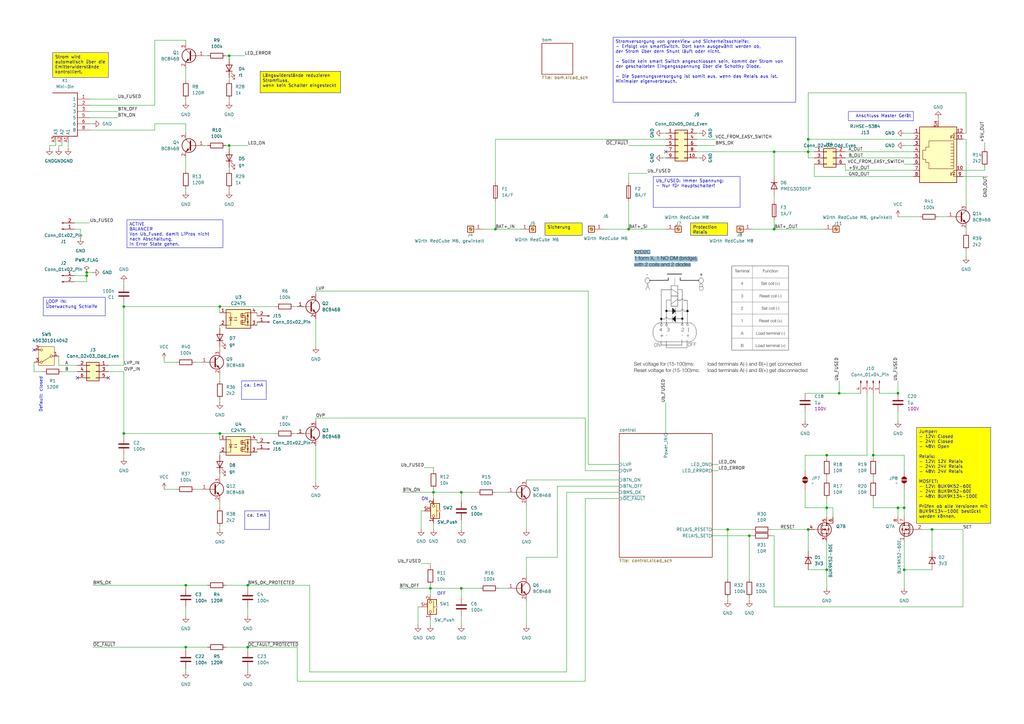
<source format=kicad_sch>
(kicad_sch
	(version 20250114)
	(generator "eeschema")
	(generator_version "9.0")
	(uuid "c138cc6a-756d-4318-83c4-a5413b81ee5f")
	(paper "A3")
	(lib_symbols
		(symbol "Connector:Conn_01x02_Pin"
			(pin_names
				(offset 1.016)
				(hide yes)
			)
			(exclude_from_sim no)
			(in_bom yes)
			(on_board yes)
			(property "Reference" "J"
				(at 0 2.54 0)
				(effects
					(font
						(size 1.27 1.27)
					)
				)
			)
			(property "Value" "Conn_01x02_Pin"
				(at 0 -5.08 0)
				(effects
					(font
						(size 1.27 1.27)
					)
				)
			)
			(property "Footprint" ""
				(at 0 0 0)
				(effects
					(font
						(size 1.27 1.27)
					)
					(hide yes)
				)
			)
			(property "Datasheet" "~"
				(at 0 0 0)
				(effects
					(font
						(size 1.27 1.27)
					)
					(hide yes)
				)
			)
			(property "Description" "Generic connector, single row, 01x02, script generated"
				(at 0 0 0)
				(effects
					(font
						(size 1.27 1.27)
					)
					(hide yes)
				)
			)
			(property "ki_locked" ""
				(at 0 0 0)
				(effects
					(font
						(size 1.27 1.27)
					)
				)
			)
			(property "ki_keywords" "connector"
				(at 0 0 0)
				(effects
					(font
						(size 1.27 1.27)
					)
					(hide yes)
				)
			)
			(property "ki_fp_filters" "Connector*:*_1x??_*"
				(at 0 0 0)
				(effects
					(font
						(size 1.27 1.27)
					)
					(hide yes)
				)
			)
			(symbol "Conn_01x02_Pin_1_1"
				(rectangle
					(start 0.8636 0.127)
					(end 0 -0.127)
					(stroke
						(width 0.1524)
						(type default)
					)
					(fill
						(type outline)
					)
				)
				(rectangle
					(start 0.8636 -2.413)
					(end 0 -2.667)
					(stroke
						(width 0.1524)
						(type default)
					)
					(fill
						(type outline)
					)
				)
				(polyline
					(pts
						(xy 1.27 0) (xy 0.8636 0)
					)
					(stroke
						(width 0.1524)
						(type default)
					)
					(fill
						(type none)
					)
				)
				(polyline
					(pts
						(xy 1.27 -2.54) (xy 0.8636 -2.54)
					)
					(stroke
						(width 0.1524)
						(type default)
					)
					(fill
						(type none)
					)
				)
				(pin passive line
					(at 5.08 0 180)
					(length 3.81)
					(name "Pin_1"
						(effects
							(font
								(size 1.27 1.27)
							)
						)
					)
					(number "1"
						(effects
							(font
								(size 1.27 1.27)
							)
						)
					)
				)
				(pin passive line
					(at 5.08 -2.54 180)
					(length 3.81)
					(name "Pin_2"
						(effects
							(font
								(size 1.27 1.27)
							)
						)
					)
					(number "2"
						(effects
							(font
								(size 1.27 1.27)
							)
						)
					)
				)
			)
			(embedded_fonts no)
		)
		(symbol "Connector:Conn_01x04_Pin"
			(pin_names
				(offset 1.016)
				(hide yes)
			)
			(exclude_from_sim no)
			(in_bom yes)
			(on_board yes)
			(property "Reference" "J"
				(at 0 5.08 0)
				(effects
					(font
						(size 1.27 1.27)
					)
				)
			)
			(property "Value" "Conn_01x04_Pin"
				(at 0 -7.62 0)
				(effects
					(font
						(size 1.27 1.27)
					)
				)
			)
			(property "Footprint" ""
				(at 0 0 0)
				(effects
					(font
						(size 1.27 1.27)
					)
					(hide yes)
				)
			)
			(property "Datasheet" "~"
				(at 0 0 0)
				(effects
					(font
						(size 1.27 1.27)
					)
					(hide yes)
				)
			)
			(property "Description" "Generic connector, single row, 01x04, script generated"
				(at 0 0 0)
				(effects
					(font
						(size 1.27 1.27)
					)
					(hide yes)
				)
			)
			(property "ki_locked" ""
				(at 0 0 0)
				(effects
					(font
						(size 1.27 1.27)
					)
				)
			)
			(property "ki_keywords" "connector"
				(at 0 0 0)
				(effects
					(font
						(size 1.27 1.27)
					)
					(hide yes)
				)
			)
			(property "ki_fp_filters" "Connector*:*_1x??_*"
				(at 0 0 0)
				(effects
					(font
						(size 1.27 1.27)
					)
					(hide yes)
				)
			)
			(symbol "Conn_01x04_Pin_1_1"
				(rectangle
					(start 0.8636 2.667)
					(end 0 2.413)
					(stroke
						(width 0.1524)
						(type default)
					)
					(fill
						(type outline)
					)
				)
				(rectangle
					(start 0.8636 0.127)
					(end 0 -0.127)
					(stroke
						(width 0.1524)
						(type default)
					)
					(fill
						(type outline)
					)
				)
				(rectangle
					(start 0.8636 -2.413)
					(end 0 -2.667)
					(stroke
						(width 0.1524)
						(type default)
					)
					(fill
						(type outline)
					)
				)
				(rectangle
					(start 0.8636 -4.953)
					(end 0 -5.207)
					(stroke
						(width 0.1524)
						(type default)
					)
					(fill
						(type outline)
					)
				)
				(polyline
					(pts
						(xy 1.27 2.54) (xy 0.8636 2.54)
					)
					(stroke
						(width 0.1524)
						(type default)
					)
					(fill
						(type none)
					)
				)
				(polyline
					(pts
						(xy 1.27 0) (xy 0.8636 0)
					)
					(stroke
						(width 0.1524)
						(type default)
					)
					(fill
						(type none)
					)
				)
				(polyline
					(pts
						(xy 1.27 -2.54) (xy 0.8636 -2.54)
					)
					(stroke
						(width 0.1524)
						(type default)
					)
					(fill
						(type none)
					)
				)
				(polyline
					(pts
						(xy 1.27 -5.08) (xy 0.8636 -5.08)
					)
					(stroke
						(width 0.1524)
						(type default)
					)
					(fill
						(type none)
					)
				)
				(pin passive line
					(at 5.08 2.54 180)
					(length 3.81)
					(name "Pin_1"
						(effects
							(font
								(size 1.27 1.27)
							)
						)
					)
					(number "1"
						(effects
							(font
								(size 1.27 1.27)
							)
						)
					)
				)
				(pin passive line
					(at 5.08 0 180)
					(length 3.81)
					(name "Pin_2"
						(effects
							(font
								(size 1.27 1.27)
							)
						)
					)
					(number "2"
						(effects
							(font
								(size 1.27 1.27)
							)
						)
					)
				)
				(pin passive line
					(at 5.08 -2.54 180)
					(length 3.81)
					(name "Pin_3"
						(effects
							(font
								(size 1.27 1.27)
							)
						)
					)
					(number "3"
						(effects
							(font
								(size 1.27 1.27)
							)
						)
					)
				)
				(pin passive line
					(at 5.08 -5.08 180)
					(length 3.81)
					(name "Pin_4"
						(effects
							(font
								(size 1.27 1.27)
							)
						)
					)
					(number "4"
						(effects
							(font
								(size 1.27 1.27)
							)
						)
					)
				)
			)
			(embedded_fonts no)
		)
		(symbol "Connector:RJ45_LED_Shielded"
			(pin_names
				(offset 1.016)
			)
			(exclude_from_sim no)
			(in_bom yes)
			(on_board yes)
			(property "Reference" "J"
				(at -5.08 13.97 0)
				(effects
					(font
						(size 1.27 1.27)
					)
					(justify right)
				)
			)
			(property "Value" "RJ45_LED_Shielded"
				(at 1.27 13.97 0)
				(effects
					(font
						(size 1.27 1.27)
					)
					(justify left)
				)
			)
			(property "Footprint" ""
				(at 0 0.635 90)
				(effects
					(font
						(size 1.27 1.27)
					)
					(hide yes)
				)
			)
			(property "Datasheet" "~"
				(at 0 0.635 90)
				(effects
					(font
						(size 1.27 1.27)
					)
					(hide yes)
				)
			)
			(property "Description" "RJ connector, 8P8C (8 positions 8 connected), two LEDs, Shielded"
				(at 0 0 0)
				(effects
					(font
						(size 1.27 1.27)
					)
					(hide yes)
				)
			)
			(property "ki_keywords" "8P8C RJ socket jack connector led"
				(at 0 0 0)
				(effects
					(font
						(size 1.27 1.27)
					)
					(hide yes)
				)
			)
			(property "ki_fp_filters" "8P8C* RJ45*"
				(at 0 0 0)
				(effects
					(font
						(size 1.27 1.27)
					)
					(hide yes)
				)
			)
			(symbol "RJ45_LED_Shielded_0_1"
				(polyline
					(pts
						(xy -7.62 10.16) (xy -6.35 10.16)
					)
					(stroke
						(width 0)
						(type default)
					)
					(fill
						(type none)
					)
				)
				(polyline
					(pts
						(xy -7.62 7.62) (xy -6.35 7.62)
					)
					(stroke
						(width 0)
						(type default)
					)
					(fill
						(type none)
					)
				)
				(polyline
					(pts
						(xy -7.62 -5.08) (xy -6.35 -5.08)
					)
					(stroke
						(width 0)
						(type default)
					)
					(fill
						(type none)
					)
				)
				(polyline
					(pts
						(xy -7.62 -7.62) (xy -6.35 -7.62)
					)
					(stroke
						(width 0)
						(type default)
					)
					(fill
						(type none)
					)
				)
				(polyline
					(pts
						(xy -6.858 9.398) (xy -5.842 9.398)
					)
					(stroke
						(width 0)
						(type default)
					)
					(fill
						(type none)
					)
				)
				(polyline
					(pts
						(xy -6.858 -5.842) (xy -5.842 -5.842)
					)
					(stroke
						(width 0)
						(type default)
					)
					(fill
						(type none)
					)
				)
				(polyline
					(pts
						(xy -6.35 10.16) (xy -6.35 9.398)
					)
					(stroke
						(width 0)
						(type default)
					)
					(fill
						(type none)
					)
				)
				(polyline
					(pts
						(xy -6.35 9.398) (xy -6.858 8.382) (xy -5.842 8.382) (xy -6.35 9.398)
					)
					(stroke
						(width 0)
						(type default)
					)
					(fill
						(type none)
					)
				)
				(polyline
					(pts
						(xy -6.35 7.62) (xy -6.35 8.382)
					)
					(stroke
						(width 0)
						(type default)
					)
					(fill
						(type none)
					)
				)
				(polyline
					(pts
						(xy -6.35 1.905) (xy -5.08 1.905) (xy -5.08 1.905)
					)
					(stroke
						(width 0)
						(type default)
					)
					(fill
						(type none)
					)
				)
				(polyline
					(pts
						(xy -6.35 0.635) (xy -5.08 0.635) (xy -5.08 0.635)
					)
					(stroke
						(width 0)
						(type default)
					)
					(fill
						(type none)
					)
				)
				(polyline
					(pts
						(xy -6.35 -0.635) (xy -5.08 -0.635) (xy -5.08 -0.635)
					)
					(stroke
						(width 0)
						(type default)
					)
					(fill
						(type none)
					)
				)
				(polyline
					(pts
						(xy -6.35 -1.905) (xy -5.08 -1.905) (xy -5.08 -1.905)
					)
					(stroke
						(width 0)
						(type default)
					)
					(fill
						(type none)
					)
				)
				(polyline
					(pts
						(xy -6.35 -3.175) (xy -5.08 -3.175) (xy -5.08 -3.175)
					)
					(stroke
						(width 0)
						(type default)
					)
					(fill
						(type none)
					)
				)
				(polyline
					(pts
						(xy -6.35 -4.445) (xy -6.35 6.985) (xy 3.81 6.985) (xy 3.81 4.445) (xy 5.08 4.445) (xy 5.08 3.175)
						(xy 6.35 3.175) (xy 6.35 -0.635) (xy 5.08 -0.635) (xy 5.08 -1.905) (xy 3.81 -1.905) (xy 3.81 -4.445)
						(xy -6.35 -4.445) (xy -6.35 -4.445)
					)
					(stroke
						(width 0)
						(type default)
					)
					(fill
						(type none)
					)
				)
				(polyline
					(pts
						(xy -6.35 -5.08) (xy -6.35 -5.842)
					)
					(stroke
						(width 0)
						(type default)
					)
					(fill
						(type none)
					)
				)
				(polyline
					(pts
						(xy -6.35 -5.842) (xy -6.858 -6.858) (xy -5.842 -6.858) (xy -6.35 -5.842)
					)
					(stroke
						(width 0)
						(type default)
					)
					(fill
						(type none)
					)
				)
				(polyline
					(pts
						(xy -6.35 -7.62) (xy -6.35 -6.858)
					)
					(stroke
						(width 0)
						(type default)
					)
					(fill
						(type none)
					)
				)
				(polyline
					(pts
						(xy -5.588 9.144) (xy -5.08 9.652) (xy -5.461 9.525)
					)
					(stroke
						(width 0)
						(type default)
					)
					(fill
						(type none)
					)
				)
				(polyline
					(pts
						(xy -5.588 8.509) (xy -5.08 9.017) (xy -5.461 8.89)
					)
					(stroke
						(width 0)
						(type default)
					)
					(fill
						(type none)
					)
				)
				(polyline
					(pts
						(xy -5.588 -6.096) (xy -5.08 -5.588) (xy -5.461 -5.715)
					)
					(stroke
						(width 0)
						(type default)
					)
					(fill
						(type none)
					)
				)
				(polyline
					(pts
						(xy -5.588 -6.731) (xy -5.08 -6.223) (xy -5.461 -6.35)
					)
					(stroke
						(width 0)
						(type default)
					)
					(fill
						(type none)
					)
				)
				(polyline
					(pts
						(xy -5.08 9.652) (xy -5.207 9.271)
					)
					(stroke
						(width 0)
						(type default)
					)
					(fill
						(type none)
					)
				)
				(polyline
					(pts
						(xy -5.08 9.017) (xy -5.207 8.636)
					)
					(stroke
						(width 0)
						(type default)
					)
					(fill
						(type none)
					)
				)
				(polyline
					(pts
						(xy -5.08 5.715) (xy -6.35 5.715)
					)
					(stroke
						(width 0)
						(type default)
					)
					(fill
						(type none)
					)
				)
				(polyline
					(pts
						(xy -5.08 4.445) (xy -6.35 4.445)
					)
					(stroke
						(width 0)
						(type default)
					)
					(fill
						(type none)
					)
				)
				(polyline
					(pts
						(xy -5.08 3.175) (xy -6.35 3.175) (xy -6.35 3.175)
					)
					(stroke
						(width 0)
						(type default)
					)
					(fill
						(type none)
					)
				)
				(polyline
					(pts
						(xy -5.08 -5.588) (xy -5.207 -5.969)
					)
					(stroke
						(width 0)
						(type default)
					)
					(fill
						(type none)
					)
				)
				(polyline
					(pts
						(xy -5.08 -6.223) (xy -5.207 -6.604)
					)
					(stroke
						(width 0)
						(type default)
					)
					(fill
						(type none)
					)
				)
				(rectangle
					(start 7.62 12.7)
					(end -7.62 -10.16)
					(stroke
						(width 0.254)
						(type default)
					)
					(fill
						(type background)
					)
				)
			)
			(symbol "RJ45_LED_Shielded_1_1"
				(pin passive line
					(at -10.16 10.16 0)
					(length 2.54)
					(name "~"
						(effects
							(font
								(size 1.27 1.27)
							)
						)
					)
					(number "9"
						(effects
							(font
								(size 1.27 1.27)
							)
						)
					)
				)
				(pin passive line
					(at -10.16 7.62 0)
					(length 2.54)
					(name "~"
						(effects
							(font
								(size 1.27 1.27)
							)
						)
					)
					(number "10"
						(effects
							(font
								(size 1.27 1.27)
							)
						)
					)
				)
				(pin passive line
					(at -10.16 -5.08 0)
					(length 2.54)
					(name "~"
						(effects
							(font
								(size 1.27 1.27)
							)
						)
					)
					(number "11"
						(effects
							(font
								(size 1.27 1.27)
							)
						)
					)
				)
				(pin passive line
					(at -10.16 -7.62 0)
					(length 2.54)
					(name "~"
						(effects
							(font
								(size 1.27 1.27)
							)
						)
					)
					(number "12"
						(effects
							(font
								(size 1.27 1.27)
							)
						)
					)
				)
				(pin passive line
					(at 0 -12.7 90)
					(length 2.54)
					(name "~"
						(effects
							(font
								(size 1.27 1.27)
							)
						)
					)
					(number "SH"
						(effects
							(font
								(size 1.27 1.27)
							)
						)
					)
				)
				(pin passive line
					(at 10.16 10.16 180)
					(length 2.54)
					(name "~"
						(effects
							(font
								(size 1.27 1.27)
							)
						)
					)
					(number "8"
						(effects
							(font
								(size 1.27 1.27)
							)
						)
					)
				)
				(pin passive line
					(at 10.16 7.62 180)
					(length 2.54)
					(name "~"
						(effects
							(font
								(size 1.27 1.27)
							)
						)
					)
					(number "7"
						(effects
							(font
								(size 1.27 1.27)
							)
						)
					)
				)
				(pin passive line
					(at 10.16 5.08 180)
					(length 2.54)
					(name "~"
						(effects
							(font
								(size 1.27 1.27)
							)
						)
					)
					(number "6"
						(effects
							(font
								(size 1.27 1.27)
							)
						)
					)
				)
				(pin passive line
					(at 10.16 2.54 180)
					(length 2.54)
					(name "~"
						(effects
							(font
								(size 1.27 1.27)
							)
						)
					)
					(number "5"
						(effects
							(font
								(size 1.27 1.27)
							)
						)
					)
				)
				(pin passive line
					(at 10.16 0 180)
					(length 2.54)
					(name "~"
						(effects
							(font
								(size 1.27 1.27)
							)
						)
					)
					(number "4"
						(effects
							(font
								(size 1.27 1.27)
							)
						)
					)
				)
				(pin passive line
					(at 10.16 -2.54 180)
					(length 2.54)
					(name "~"
						(effects
							(font
								(size 1.27 1.27)
							)
						)
					)
					(number "3"
						(effects
							(font
								(size 1.27 1.27)
							)
						)
					)
				)
				(pin passive line
					(at 10.16 -5.08 180)
					(length 2.54)
					(name "~"
						(effects
							(font
								(size 1.27 1.27)
							)
						)
					)
					(number "2"
						(effects
							(font
								(size 1.27 1.27)
							)
						)
					)
				)
				(pin passive line
					(at 10.16 -7.62 180)
					(length 2.54)
					(name "~"
						(effects
							(font
								(size 1.27 1.27)
							)
						)
					)
					(number "1"
						(effects
							(font
								(size 1.27 1.27)
							)
						)
					)
				)
			)
			(embedded_fonts no)
		)
		(symbol "Connector:Screw_Terminal_01x01"
			(pin_names
				(offset 1.016)
				(hide yes)
			)
			(exclude_from_sim no)
			(in_bom yes)
			(on_board yes)
			(property "Reference" "J"
				(at 0 2.54 0)
				(effects
					(font
						(size 1.27 1.27)
					)
				)
			)
			(property "Value" "Screw_Terminal_01x01"
				(at 0 -2.54 0)
				(effects
					(font
						(size 1.27 1.27)
					)
				)
			)
			(property "Footprint" ""
				(at 0 0 0)
				(effects
					(font
						(size 1.27 1.27)
					)
					(hide yes)
				)
			)
			(property "Datasheet" "~"
				(at 0 0 0)
				(effects
					(font
						(size 1.27 1.27)
					)
					(hide yes)
				)
			)
			(property "Description" "Generic screw terminal, single row, 01x01, script generated (kicad-library-utils/schlib/autogen/connector/)"
				(at 0 0 0)
				(effects
					(font
						(size 1.27 1.27)
					)
					(hide yes)
				)
			)
			(property "ki_keywords" "screw terminal"
				(at 0 0 0)
				(effects
					(font
						(size 1.27 1.27)
					)
					(hide yes)
				)
			)
			(property "ki_fp_filters" "TerminalBlock*:*"
				(at 0 0 0)
				(effects
					(font
						(size 1.27 1.27)
					)
					(hide yes)
				)
			)
			(symbol "Screw_Terminal_01x01_1_1"
				(rectangle
					(start -1.27 1.27)
					(end 1.27 -1.27)
					(stroke
						(width 0.254)
						(type default)
					)
					(fill
						(type background)
					)
				)
				(polyline
					(pts
						(xy -0.5334 0.3302) (xy 0.3302 -0.508)
					)
					(stroke
						(width 0.1524)
						(type default)
					)
					(fill
						(type none)
					)
				)
				(polyline
					(pts
						(xy -0.3556 0.508) (xy 0.508 -0.3302)
					)
					(stroke
						(width 0.1524)
						(type default)
					)
					(fill
						(type none)
					)
				)
				(circle
					(center 0 0)
					(radius 0.635)
					(stroke
						(width 0.1524)
						(type default)
					)
					(fill
						(type none)
					)
				)
				(pin passive line
					(at -5.08 0 0)
					(length 3.81)
					(name "Pin_1"
						(effects
							(font
								(size 1.27 1.27)
							)
						)
					)
					(number "1"
						(effects
							(font
								(size 1.27 1.27)
							)
						)
					)
				)
			)
			(embedded_fonts no)
		)
		(symbol "Connector_Generic:Conn_02x03_Odd_Even"
			(pin_names
				(offset 1.016)
				(hide yes)
			)
			(exclude_from_sim no)
			(in_bom yes)
			(on_board yes)
			(property "Reference" "J"
				(at 1.27 5.08 0)
				(effects
					(font
						(size 1.27 1.27)
					)
				)
			)
			(property "Value" "Conn_02x03_Odd_Even"
				(at 1.27 -5.08 0)
				(effects
					(font
						(size 1.27 1.27)
					)
				)
			)
			(property "Footprint" ""
				(at 0 0 0)
				(effects
					(font
						(size 1.27 1.27)
					)
					(hide yes)
				)
			)
			(property "Datasheet" "~"
				(at 0 0 0)
				(effects
					(font
						(size 1.27 1.27)
					)
					(hide yes)
				)
			)
			(property "Description" "Generic connector, double row, 02x03, odd/even pin numbering scheme (row 1 odd numbers, row 2 even numbers), script generated (kicad-library-utils/schlib/autogen/connector/)"
				(at 0 0 0)
				(effects
					(font
						(size 1.27 1.27)
					)
					(hide yes)
				)
			)
			(property "ki_keywords" "connector"
				(at 0 0 0)
				(effects
					(font
						(size 1.27 1.27)
					)
					(hide yes)
				)
			)
			(property "ki_fp_filters" "Connector*:*_2x??_*"
				(at 0 0 0)
				(effects
					(font
						(size 1.27 1.27)
					)
					(hide yes)
				)
			)
			(symbol "Conn_02x03_Odd_Even_1_1"
				(rectangle
					(start -1.27 3.81)
					(end 3.81 -3.81)
					(stroke
						(width 0.254)
						(type default)
					)
					(fill
						(type background)
					)
				)
				(rectangle
					(start -1.27 2.667)
					(end 0 2.413)
					(stroke
						(width 0.1524)
						(type default)
					)
					(fill
						(type none)
					)
				)
				(rectangle
					(start -1.27 0.127)
					(end 0 -0.127)
					(stroke
						(width 0.1524)
						(type default)
					)
					(fill
						(type none)
					)
				)
				(rectangle
					(start -1.27 -2.413)
					(end 0 -2.667)
					(stroke
						(width 0.1524)
						(type default)
					)
					(fill
						(type none)
					)
				)
				(rectangle
					(start 3.81 2.667)
					(end 2.54 2.413)
					(stroke
						(width 0.1524)
						(type default)
					)
					(fill
						(type none)
					)
				)
				(rectangle
					(start 3.81 0.127)
					(end 2.54 -0.127)
					(stroke
						(width 0.1524)
						(type default)
					)
					(fill
						(type none)
					)
				)
				(rectangle
					(start 3.81 -2.413)
					(end 2.54 -2.667)
					(stroke
						(width 0.1524)
						(type default)
					)
					(fill
						(type none)
					)
				)
				(pin passive line
					(at -5.08 2.54 0)
					(length 3.81)
					(name "Pin_1"
						(effects
							(font
								(size 1.27 1.27)
							)
						)
					)
					(number "1"
						(effects
							(font
								(size 1.27 1.27)
							)
						)
					)
				)
				(pin passive line
					(at -5.08 0 0)
					(length 3.81)
					(name "Pin_3"
						(effects
							(font
								(size 1.27 1.27)
							)
						)
					)
					(number "3"
						(effects
							(font
								(size 1.27 1.27)
							)
						)
					)
				)
				(pin passive line
					(at -5.08 -2.54 0)
					(length 3.81)
					(name "Pin_5"
						(effects
							(font
								(size 1.27 1.27)
							)
						)
					)
					(number "5"
						(effects
							(font
								(size 1.27 1.27)
							)
						)
					)
				)
				(pin passive line
					(at 7.62 2.54 180)
					(length 3.81)
					(name "Pin_2"
						(effects
							(font
								(size 1.27 1.27)
							)
						)
					)
					(number "2"
						(effects
							(font
								(size 1.27 1.27)
							)
						)
					)
				)
				(pin passive line
					(at 7.62 0 180)
					(length 3.81)
					(name "Pin_4"
						(effects
							(font
								(size 1.27 1.27)
							)
						)
					)
					(number "4"
						(effects
							(font
								(size 1.27 1.27)
							)
						)
					)
				)
				(pin passive line
					(at 7.62 -2.54 180)
					(length 3.81)
					(name "Pin_6"
						(effects
							(font
								(size 1.27 1.27)
							)
						)
					)
					(number "6"
						(effects
							(font
								(size 1.27 1.27)
							)
						)
					)
				)
			)
			(embedded_fonts no)
		)
		(symbol "Connector_Generic:Conn_02x05_Odd_Even"
			(pin_names
				(offset 1.016)
				(hide yes)
			)
			(exclude_from_sim no)
			(in_bom yes)
			(on_board yes)
			(property "Reference" "J"
				(at 1.27 7.62 0)
				(effects
					(font
						(size 1.27 1.27)
					)
				)
			)
			(property "Value" "Conn_02x05_Odd_Even"
				(at 1.27 -7.62 0)
				(effects
					(font
						(size 1.27 1.27)
					)
				)
			)
			(property "Footprint" ""
				(at 0 0 0)
				(effects
					(font
						(size 1.27 1.27)
					)
					(hide yes)
				)
			)
			(property "Datasheet" "~"
				(at 0 0 0)
				(effects
					(font
						(size 1.27 1.27)
					)
					(hide yes)
				)
			)
			(property "Description" "Generic connector, double row, 02x05, odd/even pin numbering scheme (row 1 odd numbers, row 2 even numbers), script generated (kicad-library-utils/schlib/autogen/connector/)"
				(at 0 0 0)
				(effects
					(font
						(size 1.27 1.27)
					)
					(hide yes)
				)
			)
			(property "ki_keywords" "connector"
				(at 0 0 0)
				(effects
					(font
						(size 1.27 1.27)
					)
					(hide yes)
				)
			)
			(property "ki_fp_filters" "Connector*:*_2x??_*"
				(at 0 0 0)
				(effects
					(font
						(size 1.27 1.27)
					)
					(hide yes)
				)
			)
			(symbol "Conn_02x05_Odd_Even_1_1"
				(rectangle
					(start -1.27 6.35)
					(end 3.81 -6.35)
					(stroke
						(width 0.254)
						(type default)
					)
					(fill
						(type background)
					)
				)
				(rectangle
					(start -1.27 5.207)
					(end 0 4.953)
					(stroke
						(width 0.1524)
						(type default)
					)
					(fill
						(type none)
					)
				)
				(rectangle
					(start -1.27 2.667)
					(end 0 2.413)
					(stroke
						(width 0.1524)
						(type default)
					)
					(fill
						(type none)
					)
				)
				(rectangle
					(start -1.27 0.127)
					(end 0 -0.127)
					(stroke
						(width 0.1524)
						(type default)
					)
					(fill
						(type none)
					)
				)
				(rectangle
					(start -1.27 -2.413)
					(end 0 -2.667)
					(stroke
						(width 0.1524)
						(type default)
					)
					(fill
						(type none)
					)
				)
				(rectangle
					(start -1.27 -4.953)
					(end 0 -5.207)
					(stroke
						(width 0.1524)
						(type default)
					)
					(fill
						(type none)
					)
				)
				(rectangle
					(start 3.81 5.207)
					(end 2.54 4.953)
					(stroke
						(width 0.1524)
						(type default)
					)
					(fill
						(type none)
					)
				)
				(rectangle
					(start 3.81 2.667)
					(end 2.54 2.413)
					(stroke
						(width 0.1524)
						(type default)
					)
					(fill
						(type none)
					)
				)
				(rectangle
					(start 3.81 0.127)
					(end 2.54 -0.127)
					(stroke
						(width 0.1524)
						(type default)
					)
					(fill
						(type none)
					)
				)
				(rectangle
					(start 3.81 -2.413)
					(end 2.54 -2.667)
					(stroke
						(width 0.1524)
						(type default)
					)
					(fill
						(type none)
					)
				)
				(rectangle
					(start 3.81 -4.953)
					(end 2.54 -5.207)
					(stroke
						(width 0.1524)
						(type default)
					)
					(fill
						(type none)
					)
				)
				(pin passive line
					(at -5.08 5.08 0)
					(length 3.81)
					(name "Pin_1"
						(effects
							(font
								(size 1.27 1.27)
							)
						)
					)
					(number "1"
						(effects
							(font
								(size 1.27 1.27)
							)
						)
					)
				)
				(pin passive line
					(at -5.08 2.54 0)
					(length 3.81)
					(name "Pin_3"
						(effects
							(font
								(size 1.27 1.27)
							)
						)
					)
					(number "3"
						(effects
							(font
								(size 1.27 1.27)
							)
						)
					)
				)
				(pin passive line
					(at -5.08 0 0)
					(length 3.81)
					(name "Pin_5"
						(effects
							(font
								(size 1.27 1.27)
							)
						)
					)
					(number "5"
						(effects
							(font
								(size 1.27 1.27)
							)
						)
					)
				)
				(pin passive line
					(at -5.08 -2.54 0)
					(length 3.81)
					(name "Pin_7"
						(effects
							(font
								(size 1.27 1.27)
							)
						)
					)
					(number "7"
						(effects
							(font
								(size 1.27 1.27)
							)
						)
					)
				)
				(pin passive line
					(at -5.08 -5.08 0)
					(length 3.81)
					(name "Pin_9"
						(effects
							(font
								(size 1.27 1.27)
							)
						)
					)
					(number "9"
						(effects
							(font
								(size 1.27 1.27)
							)
						)
					)
				)
				(pin passive line
					(at 7.62 5.08 180)
					(length 3.81)
					(name "Pin_2"
						(effects
							(font
								(size 1.27 1.27)
							)
						)
					)
					(number "2"
						(effects
							(font
								(size 1.27 1.27)
							)
						)
					)
				)
				(pin passive line
					(at 7.62 2.54 180)
					(length 3.81)
					(name "Pin_4"
						(effects
							(font
								(size 1.27 1.27)
							)
						)
					)
					(number "4"
						(effects
							(font
								(size 1.27 1.27)
							)
						)
					)
				)
				(pin passive line
					(at 7.62 0 180)
					(length 3.81)
					(name "Pin_6"
						(effects
							(font
								(size 1.27 1.27)
							)
						)
					)
					(number "6"
						(effects
							(font
								(size 1.27 1.27)
							)
						)
					)
				)
				(pin passive line
					(at 7.62 -2.54 180)
					(length 3.81)
					(name "Pin_8"
						(effects
							(font
								(size 1.27 1.27)
							)
						)
					)
					(number "8"
						(effects
							(font
								(size 1.27 1.27)
							)
						)
					)
				)
				(pin passive line
					(at 7.62 -5.08 180)
					(length 3.81)
					(name "Pin_10"
						(effects
							(font
								(size 1.27 1.27)
							)
						)
					)
					(number "10"
						(effects
							(font
								(size 1.27 1.27)
							)
						)
					)
				)
			)
			(embedded_fonts no)
		)
		(symbol "Device:C"
			(pin_numbers
				(hide yes)
			)
			(pin_names
				(offset 0.254)
			)
			(exclude_from_sim no)
			(in_bom yes)
			(on_board yes)
			(property "Reference" "C"
				(at 0.635 2.54 0)
				(effects
					(font
						(size 1.27 1.27)
					)
					(justify left)
				)
			)
			(property "Value" "C"
				(at 0.635 -2.54 0)
				(effects
					(font
						(size 1.27 1.27)
					)
					(justify left)
				)
			)
			(property "Footprint" ""
				(at 0.9652 -3.81 0)
				(effects
					(font
						(size 1.27 1.27)
					)
					(hide yes)
				)
			)
			(property "Datasheet" "~"
				(at 0 0 0)
				(effects
					(font
						(size 1.27 1.27)
					)
					(hide yes)
				)
			)
			(property "Description" "Unpolarized capacitor"
				(at 0 0 0)
				(effects
					(font
						(size 1.27 1.27)
					)
					(hide yes)
				)
			)
			(property "ki_keywords" "cap capacitor"
				(at 0 0 0)
				(effects
					(font
						(size 1.27 1.27)
					)
					(hide yes)
				)
			)
			(property "ki_fp_filters" "C_*"
				(at 0 0 0)
				(effects
					(font
						(size 1.27 1.27)
					)
					(hide yes)
				)
			)
			(symbol "C_0_1"
				(polyline
					(pts
						(xy -2.032 0.762) (xy 2.032 0.762)
					)
					(stroke
						(width 0.508)
						(type default)
					)
					(fill
						(type none)
					)
				)
				(polyline
					(pts
						(xy -2.032 -0.762) (xy 2.032 -0.762)
					)
					(stroke
						(width 0.508)
						(type default)
					)
					(fill
						(type none)
					)
				)
			)
			(symbol "C_1_1"
				(pin passive line
					(at 0 3.81 270)
					(length 2.794)
					(name "~"
						(effects
							(font
								(size 1.27 1.27)
							)
						)
					)
					(number "1"
						(effects
							(font
								(size 1.27 1.27)
							)
						)
					)
				)
				(pin passive line
					(at 0 -3.81 90)
					(length 2.794)
					(name "~"
						(effects
							(font
								(size 1.27 1.27)
							)
						)
					)
					(number "2"
						(effects
							(font
								(size 1.27 1.27)
							)
						)
					)
				)
			)
			(embedded_fonts no)
		)
		(symbol "Device:D"
			(pin_numbers
				(hide yes)
			)
			(pin_names
				(offset 1.016)
				(hide yes)
			)
			(exclude_from_sim no)
			(in_bom yes)
			(on_board yes)
			(property "Reference" "D"
				(at 0 2.54 0)
				(effects
					(font
						(size 1.27 1.27)
					)
				)
			)
			(property "Value" "D"
				(at 0 -2.54 0)
				(effects
					(font
						(size 1.27 1.27)
					)
				)
			)
			(property "Footprint" ""
				(at 0 0 0)
				(effects
					(font
						(size 1.27 1.27)
					)
					(hide yes)
				)
			)
			(property "Datasheet" "~"
				(at 0 0 0)
				(effects
					(font
						(size 1.27 1.27)
					)
					(hide yes)
				)
			)
			(property "Description" "Diode"
				(at 0 0 0)
				(effects
					(font
						(size 1.27 1.27)
					)
					(hide yes)
				)
			)
			(property "Sim.Device" "D"
				(at 0 0 0)
				(effects
					(font
						(size 1.27 1.27)
					)
					(hide yes)
				)
			)
			(property "Sim.Pins" "1=K 2=A"
				(at 0 0 0)
				(effects
					(font
						(size 1.27 1.27)
					)
					(hide yes)
				)
			)
			(property "ki_keywords" "diode"
				(at 0 0 0)
				(effects
					(font
						(size 1.27 1.27)
					)
					(hide yes)
				)
			)
			(property "ki_fp_filters" "TO-???* *_Diode_* *SingleDiode* D_*"
				(at 0 0 0)
				(effects
					(font
						(size 1.27 1.27)
					)
					(hide yes)
				)
			)
			(symbol "D_0_1"
				(polyline
					(pts
						(xy -1.27 1.27) (xy -1.27 -1.27)
					)
					(stroke
						(width 0.254)
						(type default)
					)
					(fill
						(type none)
					)
				)
				(polyline
					(pts
						(xy 1.27 1.27) (xy 1.27 -1.27) (xy -1.27 0) (xy 1.27 1.27)
					)
					(stroke
						(width 0.254)
						(type default)
					)
					(fill
						(type none)
					)
				)
				(polyline
					(pts
						(xy 1.27 0) (xy -1.27 0)
					)
					(stroke
						(width 0)
						(type default)
					)
					(fill
						(type none)
					)
				)
			)
			(symbol "D_1_1"
				(pin passive line
					(at -3.81 0 0)
					(length 2.54)
					(name "K"
						(effects
							(font
								(size 1.27 1.27)
							)
						)
					)
					(number "1"
						(effects
							(font
								(size 1.27 1.27)
							)
						)
					)
				)
				(pin passive line
					(at 3.81 0 180)
					(length 2.54)
					(name "A"
						(effects
							(font
								(size 1.27 1.27)
							)
						)
					)
					(number "2"
						(effects
							(font
								(size 1.27 1.27)
							)
						)
					)
				)
			)
			(embedded_fonts no)
		)
		(symbol "Device:D_Zener"
			(pin_numbers
				(hide yes)
			)
			(pin_names
				(offset 1.016)
				(hide yes)
			)
			(exclude_from_sim no)
			(in_bom yes)
			(on_board yes)
			(property "Reference" "D"
				(at 0 2.54 0)
				(effects
					(font
						(size 1.27 1.27)
					)
				)
			)
			(property "Value" "D_Zener"
				(at 0 -2.54 0)
				(effects
					(font
						(size 1.27 1.27)
					)
				)
			)
			(property "Footprint" ""
				(at 0 0 0)
				(effects
					(font
						(size 1.27 1.27)
					)
					(hide yes)
				)
			)
			(property "Datasheet" "~"
				(at 0 0 0)
				(effects
					(font
						(size 1.27 1.27)
					)
					(hide yes)
				)
			)
			(property "Description" "Zener diode"
				(at 0 0 0)
				(effects
					(font
						(size 1.27 1.27)
					)
					(hide yes)
				)
			)
			(property "ki_keywords" "diode"
				(at 0 0 0)
				(effects
					(font
						(size 1.27 1.27)
					)
					(hide yes)
				)
			)
			(property "ki_fp_filters" "TO-???* *_Diode_* *SingleDiode* D_*"
				(at 0 0 0)
				(effects
					(font
						(size 1.27 1.27)
					)
					(hide yes)
				)
			)
			(symbol "D_Zener_0_1"
				(polyline
					(pts
						(xy -1.27 -1.27) (xy -1.27 1.27) (xy -0.762 1.27)
					)
					(stroke
						(width 0.254)
						(type default)
					)
					(fill
						(type none)
					)
				)
				(polyline
					(pts
						(xy 1.27 0) (xy -1.27 0)
					)
					(stroke
						(width 0)
						(type default)
					)
					(fill
						(type none)
					)
				)
				(polyline
					(pts
						(xy 1.27 -1.27) (xy 1.27 1.27) (xy -1.27 0) (xy 1.27 -1.27)
					)
					(stroke
						(width 0.254)
						(type default)
					)
					(fill
						(type none)
					)
				)
			)
			(symbol "D_Zener_1_1"
				(pin passive line
					(at -3.81 0 0)
					(length 2.54)
					(name "K"
						(effects
							(font
								(size 1.27 1.27)
							)
						)
					)
					(number "1"
						(effects
							(font
								(size 1.27 1.27)
							)
						)
					)
				)
				(pin passive line
					(at 3.81 0 180)
					(length 2.54)
					(name "A"
						(effects
							(font
								(size 1.27 1.27)
							)
						)
					)
					(number "2"
						(effects
							(font
								(size 1.27 1.27)
							)
						)
					)
				)
			)
			(embedded_fonts no)
		)
		(symbol "Device:Fuse"
			(pin_numbers
				(hide yes)
			)
			(pin_names
				(offset 0)
			)
			(exclude_from_sim no)
			(in_bom yes)
			(on_board yes)
			(property "Reference" "F"
				(at 2.032 0 90)
				(effects
					(font
						(size 1.27 1.27)
					)
				)
			)
			(property "Value" "Fuse"
				(at -1.905 0 90)
				(effects
					(font
						(size 1.27 1.27)
					)
				)
			)
			(property "Footprint" ""
				(at -1.778 0 90)
				(effects
					(font
						(size 1.27 1.27)
					)
					(hide yes)
				)
			)
			(property "Datasheet" "~"
				(at 0 0 0)
				(effects
					(font
						(size 1.27 1.27)
					)
					(hide yes)
				)
			)
			(property "Description" "Fuse"
				(at 0 0 0)
				(effects
					(font
						(size 1.27 1.27)
					)
					(hide yes)
				)
			)
			(property "ki_keywords" "fuse"
				(at 0 0 0)
				(effects
					(font
						(size 1.27 1.27)
					)
					(hide yes)
				)
			)
			(property "ki_fp_filters" "*Fuse*"
				(at 0 0 0)
				(effects
					(font
						(size 1.27 1.27)
					)
					(hide yes)
				)
			)
			(symbol "Fuse_0_1"
				(rectangle
					(start -0.762 -2.54)
					(end 0.762 2.54)
					(stroke
						(width 0.254)
						(type default)
					)
					(fill
						(type none)
					)
				)
				(polyline
					(pts
						(xy 0 2.54) (xy 0 -2.54)
					)
					(stroke
						(width 0)
						(type default)
					)
					(fill
						(type none)
					)
				)
			)
			(symbol "Fuse_1_1"
				(pin passive line
					(at 0 3.81 270)
					(length 1.27)
					(name "~"
						(effects
							(font
								(size 1.27 1.27)
							)
						)
					)
					(number "1"
						(effects
							(font
								(size 1.27 1.27)
							)
						)
					)
				)
				(pin passive line
					(at 0 -3.81 90)
					(length 1.27)
					(name "~"
						(effects
							(font
								(size 1.27 1.27)
							)
						)
					)
					(number "2"
						(effects
							(font
								(size 1.27 1.27)
							)
						)
					)
				)
			)
			(embedded_fonts no)
		)
		(symbol "Device:LED"
			(pin_numbers
				(hide yes)
			)
			(pin_names
				(offset 1.016)
				(hide yes)
			)
			(exclude_from_sim no)
			(in_bom yes)
			(on_board yes)
			(property "Reference" "D"
				(at 0 2.54 0)
				(effects
					(font
						(size 1.27 1.27)
					)
				)
			)
			(property "Value" "LED"
				(at 0 -2.54 0)
				(effects
					(font
						(size 1.27 1.27)
					)
				)
			)
			(property "Footprint" ""
				(at 0 0 0)
				(effects
					(font
						(size 1.27 1.27)
					)
					(hide yes)
				)
			)
			(property "Datasheet" "~"
				(at 0 0 0)
				(effects
					(font
						(size 1.27 1.27)
					)
					(hide yes)
				)
			)
			(property "Description" "Light emitting diode"
				(at 0 0 0)
				(effects
					(font
						(size 1.27 1.27)
					)
					(hide yes)
				)
			)
			(property "Sim.Pins" "1=K 2=A"
				(at 0 0 0)
				(effects
					(font
						(size 1.27 1.27)
					)
					(hide yes)
				)
			)
			(property "ki_keywords" "LED diode"
				(at 0 0 0)
				(effects
					(font
						(size 1.27 1.27)
					)
					(hide yes)
				)
			)
			(property "ki_fp_filters" "LED* LED_SMD:* LED_THT:*"
				(at 0 0 0)
				(effects
					(font
						(size 1.27 1.27)
					)
					(hide yes)
				)
			)
			(symbol "LED_0_1"
				(polyline
					(pts
						(xy -3.048 -0.762) (xy -4.572 -2.286) (xy -3.81 -2.286) (xy -4.572 -2.286) (xy -4.572 -1.524)
					)
					(stroke
						(width 0)
						(type default)
					)
					(fill
						(type none)
					)
				)
				(polyline
					(pts
						(xy -1.778 -0.762) (xy -3.302 -2.286) (xy -2.54 -2.286) (xy -3.302 -2.286) (xy -3.302 -1.524)
					)
					(stroke
						(width 0)
						(type default)
					)
					(fill
						(type none)
					)
				)
				(polyline
					(pts
						(xy -1.27 0) (xy 1.27 0)
					)
					(stroke
						(width 0)
						(type default)
					)
					(fill
						(type none)
					)
				)
				(polyline
					(pts
						(xy -1.27 -1.27) (xy -1.27 1.27)
					)
					(stroke
						(width 0.254)
						(type default)
					)
					(fill
						(type none)
					)
				)
				(polyline
					(pts
						(xy 1.27 -1.27) (xy 1.27 1.27) (xy -1.27 0) (xy 1.27 -1.27)
					)
					(stroke
						(width 0.254)
						(type default)
					)
					(fill
						(type none)
					)
				)
			)
			(symbol "LED_1_1"
				(pin passive line
					(at -3.81 0 0)
					(length 2.54)
					(name "K"
						(effects
							(font
								(size 1.27 1.27)
							)
						)
					)
					(number "1"
						(effects
							(font
								(size 1.27 1.27)
							)
						)
					)
				)
				(pin passive line
					(at 3.81 0 180)
					(length 2.54)
					(name "A"
						(effects
							(font
								(size 1.27 1.27)
							)
						)
					)
					(number "2"
						(effects
							(font
								(size 1.27 1.27)
							)
						)
					)
				)
			)
			(embedded_fonts no)
		)
		(symbol "Device:R"
			(pin_numbers
				(hide yes)
			)
			(pin_names
				(offset 0)
			)
			(exclude_from_sim no)
			(in_bom yes)
			(on_board yes)
			(property "Reference" "R"
				(at 2.032 0 90)
				(effects
					(font
						(size 1.27 1.27)
					)
				)
			)
			(property "Value" "R"
				(at 0 0 90)
				(effects
					(font
						(size 1.27 1.27)
					)
				)
			)
			(property "Footprint" ""
				(at -1.778 0 90)
				(effects
					(font
						(size 1.27 1.27)
					)
					(hide yes)
				)
			)
			(property "Datasheet" "~"
				(at 0 0 0)
				(effects
					(font
						(size 1.27 1.27)
					)
					(hide yes)
				)
			)
			(property "Description" "Resistor"
				(at 0 0 0)
				(effects
					(font
						(size 1.27 1.27)
					)
					(hide yes)
				)
			)
			(property "ki_keywords" "R res resistor"
				(at 0 0 0)
				(effects
					(font
						(size 1.27 1.27)
					)
					(hide yes)
				)
			)
			(property "ki_fp_filters" "R_*"
				(at 0 0 0)
				(effects
					(font
						(size 1.27 1.27)
					)
					(hide yes)
				)
			)
			(symbol "R_0_1"
				(rectangle
					(start -1.016 -2.54)
					(end 1.016 2.54)
					(stroke
						(width 0.254)
						(type default)
					)
					(fill
						(type none)
					)
				)
			)
			(symbol "R_1_1"
				(pin passive line
					(at 0 3.81 270)
					(length 1.27)
					(name "~"
						(effects
							(font
								(size 1.27 1.27)
							)
						)
					)
					(number "1"
						(effects
							(font
								(size 1.27 1.27)
							)
						)
					)
				)
				(pin passive line
					(at 0 -3.81 90)
					(length 1.27)
					(name "~"
						(effects
							(font
								(size 1.27 1.27)
							)
						)
					)
					(number "2"
						(effects
							(font
								(size 1.27 1.27)
							)
						)
					)
				)
			)
			(embedded_fonts no)
		)
		(symbol "Jumper:SolderJumper_2_Open"
			(pin_numbers
				(hide yes)
			)
			(pin_names
				(offset 0)
				(hide yes)
			)
			(exclude_from_sim yes)
			(in_bom no)
			(on_board yes)
			(property "Reference" "JP"
				(at 0 2.032 0)
				(effects
					(font
						(size 1.27 1.27)
					)
				)
			)
			(property "Value" "SolderJumper_2_Open"
				(at 0 -2.54 0)
				(effects
					(font
						(size 1.27 1.27)
					)
				)
			)
			(property "Footprint" ""
				(at 0 0 0)
				(effects
					(font
						(size 1.27 1.27)
					)
					(hide yes)
				)
			)
			(property "Datasheet" "~"
				(at 0 0 0)
				(effects
					(font
						(size 1.27 1.27)
					)
					(hide yes)
				)
			)
			(property "Description" "Solder Jumper, 2-pole, open"
				(at 0 0 0)
				(effects
					(font
						(size 1.27 1.27)
					)
					(hide yes)
				)
			)
			(property "ki_keywords" "solder jumper SPST"
				(at 0 0 0)
				(effects
					(font
						(size 1.27 1.27)
					)
					(hide yes)
				)
			)
			(property "ki_fp_filters" "SolderJumper*Open*"
				(at 0 0 0)
				(effects
					(font
						(size 1.27 1.27)
					)
					(hide yes)
				)
			)
			(symbol "SolderJumper_2_Open_0_1"
				(polyline
					(pts
						(xy -0.254 1.016) (xy -0.254 -1.016)
					)
					(stroke
						(width 0)
						(type default)
					)
					(fill
						(type none)
					)
				)
				(arc
					(start -0.254 -1.016)
					(mid -1.2656 0)
					(end -0.254 1.016)
					(stroke
						(width 0)
						(type default)
					)
					(fill
						(type none)
					)
				)
				(arc
					(start -0.254 -1.016)
					(mid -1.2656 0)
					(end -0.254 1.016)
					(stroke
						(width 0)
						(type default)
					)
					(fill
						(type outline)
					)
				)
				(arc
					(start 0.254 1.016)
					(mid 1.2656 0)
					(end 0.254 -1.016)
					(stroke
						(width 0)
						(type default)
					)
					(fill
						(type none)
					)
				)
				(arc
					(start 0.254 1.016)
					(mid 1.2656 0)
					(end 0.254 -1.016)
					(stroke
						(width 0)
						(type default)
					)
					(fill
						(type outline)
					)
				)
				(polyline
					(pts
						(xy 0.254 1.016) (xy 0.254 -1.016)
					)
					(stroke
						(width 0)
						(type default)
					)
					(fill
						(type none)
					)
				)
			)
			(symbol "SolderJumper_2_Open_1_1"
				(pin passive line
					(at -3.81 0 0)
					(length 2.54)
					(name "A"
						(effects
							(font
								(size 1.27 1.27)
							)
						)
					)
					(number "1"
						(effects
							(font
								(size 1.27 1.27)
							)
						)
					)
				)
				(pin passive line
					(at 3.81 0 180)
					(length 2.54)
					(name "B"
						(effects
							(font
								(size 1.27 1.27)
							)
						)
					)
					(number "2"
						(effects
							(font
								(size 1.27 1.27)
							)
						)
					)
				)
			)
			(embedded_fonts no)
		)
		(symbol "Relay_SolidState:ASSR-1218"
			(exclude_from_sim no)
			(in_bom yes)
			(on_board yes)
			(property "Reference" "U"
				(at -5.08 5.08 0)
				(effects
					(font
						(size 1.27 1.27)
					)
					(justify left)
				)
			)
			(property "Value" "ASSR-1218"
				(at 0 5.08 0)
				(effects
					(font
						(size 1.27 1.27)
					)
					(justify left)
				)
			)
			(property "Footprint" "Package_SO:SO-4_4.4x4.3mm_P2.54mm"
				(at -5.08 -5.08 0)
				(effects
					(font
						(size 1.27 1.27)
						(italic yes)
					)
					(justify left)
					(hide yes)
				)
			)
			(property "Datasheet" "https://docs.broadcom.com/docs/AV02-0173EN"
				(at 0 0 0)
				(effects
					(font
						(size 1.27 1.27)
					)
					(justify left)
					(hide yes)
				)
			)
			(property "Description" "Form A, Solid State Relay (Photo MOSFET) 60V, 0.2A, 10Ohm, SO-4"
				(at 0 0 0)
				(effects
					(font
						(size 1.27 1.27)
					)
					(hide yes)
				)
			)
			(property "ki_keywords" "MOSFET Output Photorelay 1-Form-A"
				(at 0 0 0)
				(effects
					(font
						(size 1.27 1.27)
					)
					(hide yes)
				)
			)
			(property "ki_fp_filters" "SO*4.4x4.3mm*P2.54mm*"
				(at 0 0 0)
				(effects
					(font
						(size 1.27 1.27)
					)
					(hide yes)
				)
			)
			(symbol "ASSR-1218_0_1"
				(rectangle
					(start -5.08 3.81)
					(end 5.08 -3.81)
					(stroke
						(width 0.254)
						(type default)
					)
					(fill
						(type background)
					)
				)
				(polyline
					(pts
						(xy -5.08 2.54) (xy -3.175 2.54) (xy -3.175 -2.54) (xy -5.08 -2.54)
					)
					(stroke
						(width 0)
						(type default)
					)
					(fill
						(type none)
					)
				)
				(polyline
					(pts
						(xy -3.81 -0.635) (xy -2.54 -0.635)
					)
					(stroke
						(width 0)
						(type default)
					)
					(fill
						(type none)
					)
				)
				(polyline
					(pts
						(xy -3.175 -0.635) (xy -3.81 0.635) (xy -2.54 0.635) (xy -3.175 -0.635)
					)
					(stroke
						(width 0)
						(type default)
					)
					(fill
						(type none)
					)
				)
				(polyline
					(pts
						(xy -1.905 0.508) (xy -0.635 0.508) (xy -1.016 0.381) (xy -1.016 0.635) (xy -0.635 0.508)
					)
					(stroke
						(width 0)
						(type default)
					)
					(fill
						(type none)
					)
				)
				(polyline
					(pts
						(xy -1.905 -0.508) (xy -0.635 -0.508) (xy -1.016 -0.635) (xy -1.016 -0.381) (xy -0.635 -0.508)
					)
					(stroke
						(width 0)
						(type default)
					)
					(fill
						(type none)
					)
				)
				(polyline
					(pts
						(xy 1.016 2.159) (xy 1.016 0.635)
					)
					(stroke
						(width 0.2032)
						(type default)
					)
					(fill
						(type none)
					)
				)
				(polyline
					(pts
						(xy 1.016 -0.635) (xy 1.016 -2.159)
					)
					(stroke
						(width 0.2032)
						(type default)
					)
					(fill
						(type none)
					)
				)
				(polyline
					(pts
						(xy 1.524 2.286) (xy 1.524 2.032) (xy 1.524 2.032)
					)
					(stroke
						(width 0.3556)
						(type default)
					)
					(fill
						(type none)
					)
				)
				(polyline
					(pts
						(xy 1.524 1.524) (xy 1.524 1.27) (xy 1.524 1.27)
					)
					(stroke
						(width 0.3556)
						(type default)
					)
					(fill
						(type none)
					)
				)
				(polyline
					(pts
						(xy 1.524 0.762) (xy 1.524 0.508) (xy 1.524 0.508)
					)
					(stroke
						(width 0.3556)
						(type default)
					)
					(fill
						(type none)
					)
				)
				(polyline
					(pts
						(xy 1.524 -0.508) (xy 1.524 -0.762)
					)
					(stroke
						(width 0.3556)
						(type default)
					)
					(fill
						(type none)
					)
				)
				(polyline
					(pts
						(xy 1.524 -1.27) (xy 1.524 -1.524) (xy 1.524 -1.524)
					)
					(stroke
						(width 0.3556)
						(type default)
					)
					(fill
						(type none)
					)
				)
				(polyline
					(pts
						(xy 1.524 -2.032) (xy 1.524 -2.286) (xy 1.524 -2.286)
					)
					(stroke
						(width 0.3556)
						(type default)
					)
					(fill
						(type none)
					)
				)
				(polyline
					(pts
						(xy 1.651 2.159) (xy 2.794 2.159) (xy 2.794 2.54) (xy 5.08 2.54)
					)
					(stroke
						(width 0)
						(type default)
					)
					(fill
						(type none)
					)
				)
				(polyline
					(pts
						(xy 1.651 1.397) (xy 2.794 1.397) (xy 2.794 0.635)
					)
					(stroke
						(width 0)
						(type default)
					)
					(fill
						(type none)
					)
				)
				(polyline
					(pts
						(xy 1.651 -0.635) (xy 2.794 -0.635) (xy 2.794 0.635) (xy 1.651 0.635)
					)
					(stroke
						(width 0)
						(type default)
					)
					(fill
						(type none)
					)
				)
				(polyline
					(pts
						(xy 1.651 -1.397) (xy 2.794 -1.397) (xy 2.794 -0.635)
					)
					(stroke
						(width 0)
						(type default)
					)
					(fill
						(type none)
					)
				)
				(polyline
					(pts
						(xy 1.651 -2.159) (xy 2.794 -2.159) (xy 2.794 -2.54) (xy 5.08 -2.54)
					)
					(stroke
						(width 0)
						(type default)
					)
					(fill
						(type none)
					)
				)
				(polyline
					(pts
						(xy 1.778 1.397) (xy 2.286 1.524) (xy 2.286 1.27) (xy 1.778 1.397)
					)
					(stroke
						(width 0)
						(type default)
					)
					(fill
						(type none)
					)
				)
				(polyline
					(pts
						(xy 1.778 -1.397) (xy 2.286 -1.27) (xy 2.286 -1.524) (xy 1.778 -1.397)
					)
					(stroke
						(width 0)
						(type default)
					)
					(fill
						(type none)
					)
				)
				(circle
					(center 2.794 0.635)
					(radius 0.127)
					(stroke
						(width 0)
						(type default)
					)
					(fill
						(type none)
					)
				)
				(polyline
					(pts
						(xy 2.794 0) (xy 3.81 0)
					)
					(stroke
						(width 0)
						(type default)
					)
					(fill
						(type none)
					)
				)
				(circle
					(center 2.794 0)
					(radius 0.127)
					(stroke
						(width 0)
						(type default)
					)
					(fill
						(type none)
					)
				)
				(circle
					(center 2.794 -0.635)
					(radius 0.127)
					(stroke
						(width 0)
						(type default)
					)
					(fill
						(type none)
					)
				)
				(polyline
					(pts
						(xy 3.429 1.651) (xy 4.191 1.651)
					)
					(stroke
						(width 0)
						(type default)
					)
					(fill
						(type none)
					)
				)
				(polyline
					(pts
						(xy 3.429 -1.651) (xy 4.191 -1.651)
					)
					(stroke
						(width 0)
						(type default)
					)
					(fill
						(type none)
					)
				)
				(circle
					(center 3.81 2.54)
					(radius 0.127)
					(stroke
						(width 0)
						(type default)
					)
					(fill
						(type none)
					)
				)
				(polyline
					(pts
						(xy 3.81 1.651) (xy 3.429 0.889) (xy 4.191 0.889) (xy 3.81 1.651)
					)
					(stroke
						(width 0)
						(type default)
					)
					(fill
						(type none)
					)
				)
				(circle
					(center 3.81 0)
					(radius 0.127)
					(stroke
						(width 0)
						(type default)
					)
					(fill
						(type none)
					)
				)
				(polyline
					(pts
						(xy 3.81 -1.651) (xy 3.429 -0.889) (xy 4.191 -0.889) (xy 3.81 -1.651)
					)
					(stroke
						(width 0)
						(type default)
					)
					(fill
						(type none)
					)
				)
				(polyline
					(pts
						(xy 3.81 -2.54) (xy 3.81 2.54)
					)
					(stroke
						(width 0)
						(type default)
					)
					(fill
						(type none)
					)
				)
				(circle
					(center 3.81 -2.54)
					(radius 0.127)
					(stroke
						(width 0)
						(type default)
					)
					(fill
						(type none)
					)
				)
			)
			(symbol "ASSR-1218_1_1"
				(pin passive line
					(at -7.62 2.54 0)
					(length 2.54)
					(name "~"
						(effects
							(font
								(size 1.27 1.27)
							)
						)
					)
					(number "1"
						(effects
							(font
								(size 1.27 1.27)
							)
						)
					)
				)
				(pin passive line
					(at -7.62 -2.54 0)
					(length 2.54)
					(name "~"
						(effects
							(font
								(size 1.27 1.27)
							)
						)
					)
					(number "2"
						(effects
							(font
								(size 1.27 1.27)
							)
						)
					)
				)
				(pin passive line
					(at 7.62 2.54 180)
					(length 2.54)
					(name "~"
						(effects
							(font
								(size 1.27 1.27)
							)
						)
					)
					(number "4"
						(effects
							(font
								(size 1.27 1.27)
							)
						)
					)
				)
				(pin passive line
					(at 7.62 -2.54 180)
					(length 2.54)
					(name "~"
						(effects
							(font
								(size 1.27 1.27)
							)
						)
					)
					(number "3"
						(effects
							(font
								(size 1.27 1.27)
							)
						)
					)
				)
			)
			(embedded_fonts no)
		)
		(symbol "Switch:SW_Push_Shielded"
			(pin_names
				(offset 1.016)
				(hide yes)
			)
			(exclude_from_sim no)
			(in_bom yes)
			(on_board yes)
			(property "Reference" "SW"
				(at 4.318 2.032 0)
				(effects
					(font
						(size 1.27 1.27)
					)
					(justify left)
				)
			)
			(property "Value" "SW_Push_Shielded"
				(at 0 4.572 0)
				(effects
					(font
						(size 1.27 1.27)
					)
				)
			)
			(property "Footprint" ""
				(at 0 5.08 0)
				(effects
					(font
						(size 1.27 1.27)
					)
					(hide yes)
				)
			)
			(property "Datasheet" "~"
				(at 0 5.08 0)
				(effects
					(font
						(size 1.27 1.27)
					)
					(hide yes)
				)
			)
			(property "Description" "Generic push-button switch, two contact pins and shield pin(s)"
				(at 0 0 0)
				(effects
					(font
						(size 1.27 1.27)
					)
					(hide yes)
				)
			)
			(property "ki_keywords" "switch normally-open pushbutton momentary"
				(at 0 0 0)
				(effects
					(font
						(size 1.27 1.27)
					)
					(hide yes)
				)
			)
			(symbol "SW_Push_Shielded_0_1"
				(circle
					(center -2.032 0)
					(radius 0.508)
					(stroke
						(width 0)
						(type default)
					)
					(fill
						(type none)
					)
				)
				(polyline
					(pts
						(xy 0 1.27) (xy 0 3.048)
					)
					(stroke
						(width 0)
						(type default)
					)
					(fill
						(type none)
					)
				)
				(polyline
					(pts
						(xy 0.508 2.54) (xy 3.048 2.54) (xy 3.048 -1.143) (xy -3.048 -1.143) (xy -3.048 2.54) (xy -0.508 2.54)
					)
					(stroke
						(width -0.0254)
						(type default)
					)
					(fill
						(type none)
					)
				)
				(polyline
					(pts
						(xy 0.508 2.54) (xy 3.048 2.54) (xy 3.048 -1.143) (xy -3.048 -1.143) (xy -3.048 2.54) (xy -0.508 2.54)
					)
					(stroke
						(width 0.254)
						(type default)
					)
					(fill
						(type none)
					)
				)
				(circle
					(center 2.032 0)
					(radius 0.508)
					(stroke
						(width 0)
						(type default)
					)
					(fill
						(type none)
					)
				)
				(polyline
					(pts
						(xy 2.54 1.27) (xy -2.54 1.27)
					)
					(stroke
						(width 0)
						(type default)
					)
					(fill
						(type none)
					)
				)
				(pin passive line
					(at -5.08 0 0)
					(length 2.54)
					(name "1"
						(effects
							(font
								(size 1.27 1.27)
							)
						)
					)
					(number "1"
						(effects
							(font
								(size 1.27 1.27)
							)
						)
					)
				)
				(pin passive line
					(at 5.08 0 180)
					(length 2.54)
					(name "2"
						(effects
							(font
								(size 1.27 1.27)
							)
						)
					)
					(number "2"
						(effects
							(font
								(size 1.27 1.27)
							)
						)
					)
				)
			)
			(symbol "SW_Push_Shielded_1_1"
				(rectangle
					(start -3.048 2.54)
					(end 3.048 -1.27)
					(stroke
						(width -0.0254)
						(type default)
					)
					(fill
						(type background)
					)
				)
				(pin passive line
					(at 0 -3.81 90)
					(length 2.54)
					(name "B"
						(effects
							(font
								(size 1.27 1.27)
							)
						)
					)
					(number "SH"
						(effects
							(font
								(size 1.27 1.27)
							)
						)
					)
				)
			)
			(embedded_fonts no)
		)
		(symbol "Switch:SW_Wuerth_450301014042"
			(pin_names
				(offset 1)
				(hide yes)
			)
			(exclude_from_sim no)
			(in_bom yes)
			(on_board yes)
			(property "Reference" "SW"
				(at 0 5.08 0)
				(effects
					(font
						(size 1.27 1.27)
					)
				)
			)
			(property "Value" "SW_Wuerth_450301014042"
				(at 0 -5.08 0)
				(effects
					(font
						(size 1.27 1.27)
					)
				)
			)
			(property "Footprint" "Button_Switch_THT:SW_Slide-03_Wuerth-WS-SLTV_10x2.5x6.4_P2.54mm"
				(at 0 -10.16 0)
				(effects
					(font
						(size 1.27 1.27)
					)
					(hide yes)
				)
			)
			(property "Datasheet" "https://www.we-online.com/components/products/datasheet/450301014042.pdf"
				(at 0 -7.62 0)
				(effects
					(font
						(size 1.27 1.27)
					)
					(hide yes)
				)
			)
			(property "Description" "Switch slide, single pole double throw"
				(at 0 0 0)
				(effects
					(font
						(size 1.27 1.27)
					)
					(hide yes)
				)
			)
			(property "ki_keywords" "changeover single-pole opposite-side-connection double-throw spdt ON-ON"
				(at 0 0 0)
				(effects
					(font
						(size 1.27 1.27)
					)
					(hide yes)
				)
			)
			(property "ki_fp_filters" "SW*Wuerth*WS*SLTV*10x2.5x6.4*P2.54mm*"
				(at 0 0 0)
				(effects
					(font
						(size 1.27 1.27)
					)
					(hide yes)
				)
			)
			(symbol "SW_Wuerth_450301014042_0_1"
				(circle
					(center -2.032 0)
					(radius 0.4572)
					(stroke
						(width 0)
						(type default)
					)
					(fill
						(type none)
					)
				)
				(polyline
					(pts
						(xy -1.651 0.254) (xy 1.651 2.286)
					)
					(stroke
						(width 0)
						(type default)
					)
					(fill
						(type none)
					)
				)
				(circle
					(center 2.032 2.54)
					(radius 0.4572)
					(stroke
						(width 0)
						(type default)
					)
					(fill
						(type none)
					)
				)
				(circle
					(center 2.032 -2.54)
					(radius 0.4572)
					(stroke
						(width 0)
						(type default)
					)
					(fill
						(type none)
					)
				)
			)
			(symbol "SW_Wuerth_450301014042_1_1"
				(rectangle
					(start -3.175 3.81)
					(end 3.175 -3.81)
					(stroke
						(width 0)
						(type default)
					)
					(fill
						(type background)
					)
				)
				(pin passive line
					(at -5.08 0 0)
					(length 2.54)
					(name "B"
						(effects
							(font
								(size 1.27 1.27)
							)
						)
					)
					(number "1"
						(effects
							(font
								(size 1.27 1.27)
							)
						)
					)
				)
				(pin passive line
					(at 5.08 2.54 180)
					(length 2.54)
					(name "A"
						(effects
							(font
								(size 1.27 1.27)
							)
						)
					)
					(number "3"
						(effects
							(font
								(size 1.27 1.27)
							)
						)
					)
				)
				(pin passive line
					(at 5.08 -2.54 180)
					(length 2.54)
					(name "C"
						(effects
							(font
								(size 1.27 1.27)
							)
						)
					)
					(number "2"
						(effects
							(font
								(size 1.27 1.27)
							)
						)
					)
				)
			)
			(embedded_fonts no)
		)
		(symbol "Transistor_BJT:Q_NPN_BEC"
			(pin_names
				(offset 0)
				(hide yes)
			)
			(exclude_from_sim no)
			(in_bom yes)
			(on_board yes)
			(property "Reference" "Q"
				(at 5.08 1.27 0)
				(effects
					(font
						(size 1.27 1.27)
					)
					(justify left)
				)
			)
			(property "Value" "Q_NPN_BEC"
				(at 5.08 -1.27 0)
				(effects
					(font
						(size 1.27 1.27)
					)
					(justify left)
				)
			)
			(property "Footprint" ""
				(at 5.08 2.54 0)
				(effects
					(font
						(size 1.27 1.27)
					)
					(hide yes)
				)
			)
			(property "Datasheet" "~"
				(at 0 0 0)
				(effects
					(font
						(size 1.27 1.27)
					)
					(hide yes)
				)
			)
			(property "Description" "NPN transistor, base/emitter/collector"
				(at 0 0 0)
				(effects
					(font
						(size 1.27 1.27)
					)
					(hide yes)
				)
			)
			(property "ki_keywords" "BJT"
				(at 0 0 0)
				(effects
					(font
						(size 1.27 1.27)
					)
					(hide yes)
				)
			)
			(symbol "Q_NPN_BEC_0_1"
				(polyline
					(pts
						(xy -2.54 0) (xy 0.635 0)
					)
					(stroke
						(width 0)
						(type default)
					)
					(fill
						(type none)
					)
				)
				(polyline
					(pts
						(xy 0.635 1.905) (xy 0.635 -1.905)
					)
					(stroke
						(width 0.508)
						(type default)
					)
					(fill
						(type none)
					)
				)
				(circle
					(center 1.27 0)
					(radius 2.8194)
					(stroke
						(width 0.254)
						(type default)
					)
					(fill
						(type none)
					)
				)
			)
			(symbol "Q_NPN_BEC_1_1"
				(polyline
					(pts
						(xy 0.635 0.635) (xy 2.54 2.54)
					)
					(stroke
						(width 0)
						(type default)
					)
					(fill
						(type none)
					)
				)
				(polyline
					(pts
						(xy 0.635 -0.635) (xy 2.54 -2.54)
					)
					(stroke
						(width 0)
						(type default)
					)
					(fill
						(type none)
					)
				)
				(polyline
					(pts
						(xy 1.27 -1.778) (xy 1.778 -1.27) (xy 2.286 -2.286) (xy 1.27 -1.778)
					)
					(stroke
						(width 0)
						(type default)
					)
					(fill
						(type outline)
					)
				)
				(pin input line
					(at -5.08 0 0)
					(length 2.54)
					(name "B"
						(effects
							(font
								(size 1.27 1.27)
							)
						)
					)
					(number "1"
						(effects
							(font
								(size 1.27 1.27)
							)
						)
					)
				)
				(pin passive line
					(at 2.54 5.08 270)
					(length 2.54)
					(name "C"
						(effects
							(font
								(size 1.27 1.27)
							)
						)
					)
					(number "3"
						(effects
							(font
								(size 1.27 1.27)
							)
						)
					)
				)
				(pin passive line
					(at 2.54 -5.08 90)
					(length 2.54)
					(name "E"
						(effects
							(font
								(size 1.27 1.27)
							)
						)
					)
					(number "2"
						(effects
							(font
								(size 1.27 1.27)
							)
						)
					)
				)
			)
			(embedded_fonts no)
		)
		(symbol "Transistor_FET:Q_Dual_NMOS_S1G1S2G2D2D2D1D1"
			(pin_names
				(offset 0)
				(hide yes)
			)
			(exclude_from_sim no)
			(in_bom yes)
			(on_board yes)
			(property "Reference" "Q"
				(at 5.08 1.905 0)
				(effects
					(font
						(size 1.27 1.27)
					)
					(justify left)
				)
			)
			(property "Value" "Q_Dual_NMOS_S1G1S2G2D2D2D1D1"
				(at 5.08 0 0)
				(effects
					(font
						(size 1.27 1.27)
					)
					(justify left)
				)
			)
			(property "Footprint" ""
				(at 5.08 0 0)
				(effects
					(font
						(size 1.27 1.27)
					)
					(hide yes)
				)
			)
			(property "Datasheet" "~"
				(at 5.08 0 0)
				(effects
					(font
						(size 1.27 1.27)
					)
					(hide yes)
				)
			)
			(property "Description" "Dual NMOS transistor, 8 pin package"
				(at 0 0 0)
				(effects
					(font
						(size 1.27 1.27)
					)
					(hide yes)
				)
			)
			(property "ki_keywords" "transistor NMOS N-MOS N-MOSFET"
				(at 0 0 0)
				(effects
					(font
						(size 1.27 1.27)
					)
					(hide yes)
				)
			)
			(symbol "Q_Dual_NMOS_S1G1S2G2D2D2D1D1_0_1"
				(polyline
					(pts
						(xy 0.254 1.905) (xy 0.254 -1.905)
					)
					(stroke
						(width 0.254)
						(type default)
					)
					(fill
						(type none)
					)
				)
				(polyline
					(pts
						(xy 0.254 0) (xy -2.54 0)
					)
					(stroke
						(width 0)
						(type default)
					)
					(fill
						(type none)
					)
				)
				(polyline
					(pts
						(xy 0.762 2.286) (xy 0.762 1.27)
					)
					(stroke
						(width 0.254)
						(type default)
					)
					(fill
						(type none)
					)
				)
				(polyline
					(pts
						(xy 0.762 0.508) (xy 0.762 -0.508)
					)
					(stroke
						(width 0.254)
						(type default)
					)
					(fill
						(type none)
					)
				)
				(polyline
					(pts
						(xy 0.762 -1.27) (xy 0.762 -2.286)
					)
					(stroke
						(width 0.254)
						(type default)
					)
					(fill
						(type none)
					)
				)
				(polyline
					(pts
						(xy 0.762 -1.778) (xy 3.302 -1.778) (xy 3.302 1.778) (xy 0.762 1.778)
					)
					(stroke
						(width 0)
						(type default)
					)
					(fill
						(type none)
					)
				)
				(polyline
					(pts
						(xy 1.016 0) (xy 2.032 0.381) (xy 2.032 -0.381) (xy 1.016 0)
					)
					(stroke
						(width 0)
						(type default)
					)
					(fill
						(type outline)
					)
				)
				(circle
					(center 1.651 0)
					(radius 2.794)
					(stroke
						(width 0.254)
						(type default)
					)
					(fill
						(type none)
					)
				)
				(polyline
					(pts
						(xy 2.54 2.54) (xy 2.54 1.778)
					)
					(stroke
						(width 0)
						(type default)
					)
					(fill
						(type none)
					)
				)
				(circle
					(center 2.54 2.54)
					(radius 0.254)
					(stroke
						(width 0)
						(type default)
					)
					(fill
						(type outline)
					)
				)
				(circle
					(center 2.54 1.778)
					(radius 0.254)
					(stroke
						(width 0)
						(type default)
					)
					(fill
						(type outline)
					)
				)
				(circle
					(center 2.54 -1.778)
					(radius 0.254)
					(stroke
						(width 0)
						(type default)
					)
					(fill
						(type outline)
					)
				)
				(polyline
					(pts
						(xy 2.54 -2.54) (xy 2.54 0) (xy 0.762 0)
					)
					(stroke
						(width 0)
						(type default)
					)
					(fill
						(type none)
					)
				)
				(polyline
					(pts
						(xy 2.921 0.381) (xy 3.683 0.381)
					)
					(stroke
						(width 0)
						(type default)
					)
					(fill
						(type none)
					)
				)
				(polyline
					(pts
						(xy 3.302 0.381) (xy 2.921 -0.254) (xy 3.683 -0.254) (xy 3.302 0.381)
					)
					(stroke
						(width 0)
						(type default)
					)
					(fill
						(type none)
					)
				)
				(polyline
					(pts
						(xy 5.08 2.54) (xy 2.54 2.54)
					)
					(stroke
						(width 0)
						(type default)
					)
					(fill
						(type none)
					)
				)
			)
			(symbol "Q_Dual_NMOS_S1G1S2G2D2D2D1D1_1_1"
				(pin input line
					(at -5.08 0 0)
					(length 2.54)
					(name "G"
						(effects
							(font
								(size 1.27 1.27)
							)
						)
					)
					(number "2"
						(effects
							(font
								(size 1.27 1.27)
							)
						)
					)
				)
				(pin passive line
					(at 2.54 5.08 270)
					(length 2.54)
					(name "D"
						(effects
							(font
								(size 1.27 1.27)
							)
						)
					)
					(number "7"
						(effects
							(font
								(size 1.27 1.27)
							)
						)
					)
				)
				(pin passive line
					(at 2.54 -5.08 90)
					(length 2.54)
					(name "S"
						(effects
							(font
								(size 1.27 1.27)
							)
						)
					)
					(number "1"
						(effects
							(font
								(size 1.27 1.27)
							)
						)
					)
				)
				(pin passive line
					(at 5.08 5.08 270)
					(length 2.54)
					(name "D"
						(effects
							(font
								(size 1.27 1.27)
							)
						)
					)
					(number "8"
						(effects
							(font
								(size 1.27 1.27)
							)
						)
					)
				)
			)
			(symbol "Q_Dual_NMOS_S1G1S2G2D2D2D1D1_2_1"
				(pin input line
					(at -5.08 0 0)
					(length 2.54)
					(name "G"
						(effects
							(font
								(size 1.27 1.27)
							)
						)
					)
					(number "4"
						(effects
							(font
								(size 1.27 1.27)
							)
						)
					)
				)
				(pin passive line
					(at 2.54 5.08 270)
					(length 2.54)
					(name "D"
						(effects
							(font
								(size 1.27 1.27)
							)
						)
					)
					(number "5"
						(effects
							(font
								(size 1.27 1.27)
							)
						)
					)
				)
				(pin passive line
					(at 2.54 -5.08 90)
					(length 2.54)
					(name "S"
						(effects
							(font
								(size 1.27 1.27)
							)
						)
					)
					(number "3"
						(effects
							(font
								(size 1.27 1.27)
							)
						)
					)
				)
				(pin passive line
					(at 5.08 5.08 270)
					(length 2.54)
					(name "D"
						(effects
							(font
								(size 1.27 1.27)
							)
						)
					)
					(number "6"
						(effects
							(font
								(size 1.27 1.27)
							)
						)
					)
				)
			)
			(embedded_fonts no)
		)
		(symbol "myConnector:EB-DIOS-M06_EB-DIOSM06"
			(exclude_from_sim no)
			(in_bom yes)
			(on_board yes)
			(property "Reference" "K1"
				(at 0 13.97 0)
				(effects
					(font
						(size 1.27 1.0795)
					)
				)
			)
			(property "Value" "Mini-Din"
				(at 0 11.43 0)
				(effects
					(font
						(size 1.27 1.0795)
					)
				)
			)
			(property "Footprint" "greenMeter_v3:EB-DIOS-M06_PS_2-6"
				(at 0 0 0)
				(effects
					(font
						(size 1.27 1.27)
					)
					(hide yes)
				)
			)
			(property "Datasheet" ""
				(at 0 0 0)
				(effects
					(font
						(size 1.27 1.27)
					)
					(hide yes)
				)
			)
			(property "Description" "MINI DIN BUCHSE 6 POL weiblich 90 ° THT"
				(at 0 0 0)
				(effects
					(font
						(size 1.27 1.27)
					)
					(hide yes)
				)
			)
			(property "ECS Art#" "CON442"
				(at 0 0 0)
				(effects
					(font
						(size 1.27 1.27)
					)
					(hide yes)
				)
			)
			(property "HAN" "---"
				(at 0 0 0)
				(effects
					(font
						(size 1.27 1.27)
					)
					(hide yes)
				)
			)
			(property "Hersteller" "---"
				(at 0 0 0)
				(effects
					(font
						(size 1.27 1.27)
					)
					(hide yes)
				)
			)
			(property "ki_locked" ""
				(at 0 0 0)
				(effects
					(font
						(size 1.27 1.27)
					)
				)
			)
			(symbol "EB-DIOS-M06_EB-DIOSM06_1_0"
				(polyline
					(pts
						(xy -5.08 10.16) (xy -5.08 -7.62)
					)
					(stroke
						(width 0.254)
						(type solid)
					)
					(fill
						(type none)
					)
				)
				(polyline
					(pts
						(xy -5.08 -7.62) (xy 5.08 -7.62)
					)
					(stroke
						(width 0.254)
						(type solid)
					)
					(fill
						(type none)
					)
				)
				(polyline
					(pts
						(xy 5.08 10.16) (xy -5.08 10.16)
					)
					(stroke
						(width 0.254)
						(type solid)
					)
					(fill
						(type none)
					)
				)
				(pin passive line
					(at -10.16 7.62 0)
					(length 5.08)
					(name "1"
						(effects
							(font
								(size 1.27 1.27)
							)
						)
					)
					(number "1"
						(effects
							(font
								(size 1.27 1.27)
							)
						)
					)
				)
				(pin passive line
					(at -10.16 5.08 0)
					(length 5.08)
					(name "2"
						(effects
							(font
								(size 1.27 1.27)
							)
						)
					)
					(number "2"
						(effects
							(font
								(size 1.27 1.27)
							)
						)
					)
				)
				(pin passive line
					(at -10.16 2.54 0)
					(length 5.08)
					(name "3"
						(effects
							(font
								(size 1.27 1.27)
							)
						)
					)
					(number "3"
						(effects
							(font
								(size 1.27 1.27)
							)
						)
					)
				)
				(pin passive line
					(at -10.16 0 0)
					(length 5.08)
					(name "5"
						(effects
							(font
								(size 1.27 1.27)
							)
						)
					)
					(number "5"
						(effects
							(font
								(size 1.27 1.27)
							)
						)
					)
				)
				(pin passive line
					(at -10.16 -2.54 0)
					(length 5.08)
					(name "6"
						(effects
							(font
								(size 1.27 1.27)
							)
						)
					)
					(number "6"
						(effects
							(font
								(size 1.27 1.27)
							)
						)
					)
				)
				(pin passive line
					(at -10.16 -5.08 0)
					(length 5.08)
					(name "8"
						(effects
							(font
								(size 1.27 1.27)
							)
						)
					)
					(number "8"
						(effects
							(font
								(size 1.27 1.27)
							)
						)
					)
				)
			)
			(symbol "EB-DIOS-M06_EB-DIOSM06_1_1"
				(pin power_in line
					(at -1.27 -10.16 90)
					(length 2.54)
					(name "A1"
						(effects
							(font
								(size 1.27 1.27)
							)
						)
					)
					(number "A1"
						(effects
							(font
								(size 1.27 1.27)
							)
						)
					)
				)
				(pin power_in line
					(at 1.27 -10.16 90)
					(length 2.54)
					(name "A2"
						(effects
							(font
								(size 1.27 1.27)
							)
						)
					)
					(number "A2"
						(effects
							(font
								(size 1.27 1.27)
							)
						)
					)
				)
				(pin power_in line
					(at 3.81 -10.16 90)
					(length 2.54)
					(name "A3"
						(effects
							(font
								(size 1.27 1.27)
							)
						)
					)
					(number "A3"
						(effects
							(font
								(size 1.27 1.27)
							)
						)
					)
				)
			)
			(embedded_fonts no)
		)
		(symbol "power:GND"
			(power)
			(pin_numbers
				(hide yes)
			)
			(pin_names
				(offset 0)
				(hide yes)
			)
			(exclude_from_sim no)
			(in_bom yes)
			(on_board yes)
			(property "Reference" "#PWR"
				(at 0 -6.35 0)
				(effects
					(font
						(size 1.27 1.27)
					)
					(hide yes)
				)
			)
			(property "Value" "GND"
				(at 0 -3.81 0)
				(effects
					(font
						(size 1.27 1.27)
					)
				)
			)
			(property "Footprint" ""
				(at 0 0 0)
				(effects
					(font
						(size 1.27 1.27)
					)
					(hide yes)
				)
			)
			(property "Datasheet" ""
				(at 0 0 0)
				(effects
					(font
						(size 1.27 1.27)
					)
					(hide yes)
				)
			)
			(property "Description" "Power symbol creates a global label with name \"GND\" , ground"
				(at 0 0 0)
				(effects
					(font
						(size 1.27 1.27)
					)
					(hide yes)
				)
			)
			(property "ki_keywords" "global power"
				(at 0 0 0)
				(effects
					(font
						(size 1.27 1.27)
					)
					(hide yes)
				)
			)
			(symbol "GND_0_1"
				(polyline
					(pts
						(xy 0 0) (xy 0 -1.27) (xy 1.27 -1.27) (xy 0 -2.54) (xy -1.27 -1.27) (xy 0 -1.27)
					)
					(stroke
						(width 0)
						(type default)
					)
					(fill
						(type none)
					)
				)
			)
			(symbol "GND_1_1"
				(pin power_in line
					(at 0 0 270)
					(length 0)
					(name "~"
						(effects
							(font
								(size 1.27 1.27)
							)
						)
					)
					(number "1"
						(effects
							(font
								(size 1.27 1.27)
							)
						)
					)
				)
			)
			(embedded_fonts no)
		)
		(symbol "power:PWR_FLAG"
			(power)
			(pin_numbers
				(hide yes)
			)
			(pin_names
				(offset 0)
				(hide yes)
			)
			(exclude_from_sim no)
			(in_bom yes)
			(on_board yes)
			(property "Reference" "#FLG"
				(at 0 1.905 0)
				(effects
					(font
						(size 1.27 1.27)
					)
					(hide yes)
				)
			)
			(property "Value" "PWR_FLAG"
				(at 0 3.81 0)
				(effects
					(font
						(size 1.27 1.27)
					)
				)
			)
			(property "Footprint" ""
				(at 0 0 0)
				(effects
					(font
						(size 1.27 1.27)
					)
					(hide yes)
				)
			)
			(property "Datasheet" "~"
				(at 0 0 0)
				(effects
					(font
						(size 1.27 1.27)
					)
					(hide yes)
				)
			)
			(property "Description" "Special symbol for telling ERC where power comes from"
				(at 0 0 0)
				(effects
					(font
						(size 1.27 1.27)
					)
					(hide yes)
				)
			)
			(property "ki_keywords" "flag power"
				(at 0 0 0)
				(effects
					(font
						(size 1.27 1.27)
					)
					(hide yes)
				)
			)
			(symbol "PWR_FLAG_0_0"
				(pin power_out line
					(at 0 0 90)
					(length 0)
					(name "~"
						(effects
							(font
								(size 1.27 1.27)
							)
						)
					)
					(number "1"
						(effects
							(font
								(size 1.27 1.27)
							)
						)
					)
				)
			)
			(symbol "PWR_FLAG_0_1"
				(polyline
					(pts
						(xy 0 0) (xy 0 1.27) (xy -1.016 1.905) (xy 0 2.54) (xy 1.016 1.905) (xy 0 1.27)
					)
					(stroke
						(width 0)
						(type default)
					)
					(fill
						(type none)
					)
				)
			)
			(embedded_fonts no)
		)
		(symbol "power:VCC"
			(power)
			(pin_numbers
				(hide yes)
			)
			(pin_names
				(offset 0)
				(hide yes)
			)
			(exclude_from_sim no)
			(in_bom yes)
			(on_board yes)
			(property "Reference" "#PWR"
				(at 0 -3.81 0)
				(effects
					(font
						(size 1.27 1.27)
					)
					(hide yes)
				)
			)
			(property "Value" "VCC"
				(at 0 3.556 0)
				(effects
					(font
						(size 1.27 1.27)
					)
				)
			)
			(property "Footprint" ""
				(at 0 0 0)
				(effects
					(font
						(size 1.27 1.27)
					)
					(hide yes)
				)
			)
			(property "Datasheet" ""
				(at 0 0 0)
				(effects
					(font
						(size 1.27 1.27)
					)
					(hide yes)
				)
			)
			(property "Description" "Power symbol creates a global label with name \"VCC\""
				(at 0 0 0)
				(effects
					(font
						(size 1.27 1.27)
					)
					(hide yes)
				)
			)
			(property "ki_keywords" "global power"
				(at 0 0 0)
				(effects
					(font
						(size 1.27 1.27)
					)
					(hide yes)
				)
			)
			(symbol "VCC_0_1"
				(polyline
					(pts
						(xy -0.762 1.27) (xy 0 2.54)
					)
					(stroke
						(width 0)
						(type default)
					)
					(fill
						(type none)
					)
				)
				(polyline
					(pts
						(xy 0 2.54) (xy 0.762 1.27)
					)
					(stroke
						(width 0)
						(type default)
					)
					(fill
						(type none)
					)
				)
				(polyline
					(pts
						(xy 0 0) (xy 0 2.54)
					)
					(stroke
						(width 0)
						(type default)
					)
					(fill
						(type none)
					)
				)
			)
			(symbol "VCC_1_1"
				(pin power_in line
					(at 0 0 90)
					(length 0)
					(name "~"
						(effects
							(font
								(size 1.27 1.27)
							)
						)
					)
					(number "1"
						(effects
							(font
								(size 1.27 1.27)
							)
						)
					)
				)
			)
			(embedded_fonts no)
		)
	)
	(text "OFF"
		(exclude_from_sim no)
		(at 181.102 243.586 0)
		(effects
			(font
				(size 1.27 1.27)
			)
		)
		(uuid "71a02ed5-24c2-4121-a522-c9150ba6ffc1")
	)
	(text "Default: closed\n"
		(exclude_from_sim no)
		(at 16.764 161.798 90)
		(effects
			(font
				(size 1.27 1.27)
			)
		)
		(uuid "cb0fd266-03ac-401d-97d6-25b0637c6b36")
	)
	(text "ON"
		(exclude_from_sim no)
		(at 174.244 204.724 0)
		(effects
			(font
				(size 1.27 1.27)
			)
		)
		(uuid "dd5f22f1-8b0e-47ff-ab7b-5df81932f540")
	)
	(text_box "LOOP IN:\nÜberwachung Schleife\n"
		(exclude_from_sim no)
		(at 17.78 121.92 0)
		(size 25.4 7.62)
		(margins 0.9525 0.9525 0.9525 0.9525)
		(stroke
			(width 0)
			(type default)
		)
		(fill
			(type none)
		)
		(effects
			(font
				(size 1.27 1.27)
			)
			(justify left top)
		)
		(uuid "22198dec-d91a-43da-aa5f-92cb3c17fedf")
	)
	(text_box "Protection\nRelais\n"
		(exclude_from_sim no)
		(at 283.21 91.44 0)
		(size 15.24 5.08)
		(margins 0.9525 0.9525 0.9525 0.9525)
		(stroke
			(width 0)
			(type default)
		)
		(fill
			(type color)
			(color 255 255 0 1)
		)
		(effects
			(font
				(size 1.27 1.27)
			)
			(justify left top)
		)
		(uuid "33396c6e-2b96-400d-85e1-fa7ef693dc6c")
	)
	(text_box "Strom wird automatisch über die \nEmitterwiderstände kontrolliert."
		(exclude_from_sim no)
		(at 21.59 21.59 0)
		(size 22.86 10.16)
		(margins 0.9525 0.9525 0.9525 0.9525)
		(stroke
			(width 0)
			(type solid)
		)
		(fill
			(type color)
			(color 255 255 0 1)
		)
		(effects
			(font
				(size 1.27 1.27)
			)
			(justify left top)
		)
		(uuid "87d7fcf1-1e2f-4706-bac2-4a5b82dedd6a")
	)
	(text_box "Anschluss Master Gerät"
		(exclude_from_sim no)
		(at 347.98 45.72 0)
		(size 26.67 3.81)
		(margins 0.9525 0.9525 0.9525 0.9525)
		(stroke
			(width 0)
			(type default)
		)
		(fill
			(type none)
		)
		(effects
			(font
				(size 1.27 1.27)
			)
			(justify right top)
		)
		(uuid "a465e90b-2c11-4c52-9b6f-99bd6e478617")
	)
	(text_box "ACTIVE\nBALANCER \nVon Ub_Fused, damit LiPros nicht nach Abschaltung, \nin Error State gehen.\n"
		(exclude_from_sim no)
		(at 52.07 90.17 0)
		(size 39.37 11.43)
		(margins 0.9525 0.9525 0.9525 0.9525)
		(stroke
			(width 0)
			(type default)
		)
		(fill
			(type none)
		)
		(effects
			(font
				(size 1.27 1.27)
			)
			(justify left top)
		)
		(uuid "cb282c52-d6a4-43e8-b22d-34f9bcc0e0b3")
	)
	(text_box "ca. 1mA"
		(exclude_from_sim no)
		(at 99.06 156.21 0)
		(size 10.16 7.62)
		(margins 0.9525 0.9525 0.9525 0.9525)
		(stroke
			(width 0)
			(type solid)
		)
		(fill
			(type none)
		)
		(effects
			(font
				(size 1.27 1.27)
			)
			(justify left top)
		)
		(uuid "e0e49f4e-f6b0-4d64-80f8-3c67887d7b23")
	)
	(text_box "Ub_FUSED: Immer Spannung:\n- Nur für Hauptschalter!"
		(exclude_from_sim no)
		(at 267.97 72.39 0)
		(size 35.56 12.7)
		(margins 0.9525 0.9525 0.9525 0.9525)
		(stroke
			(width 0)
			(type default)
		)
		(fill
			(type none)
		)
		(effects
			(font
				(size 1.27 1.27)
			)
			(justify left top)
		)
		(uuid "e4e2c51d-a0de-4120-ac63-6204ec2f9af1")
	)
	(text_box "ca. 1mA"
		(exclude_from_sim no)
		(at 100.33 209.55 0)
		(size 10.16 7.62)
		(margins 0.9525 0.9525 0.9525 0.9525)
		(stroke
			(width 0)
			(type solid)
		)
		(fill
			(type none)
		)
		(effects
			(font
				(size 1.27 1.27)
			)
			(justify left top)
		)
		(uuid "ec992d70-2418-4532-aa01-c6633c494278")
	)
	(text_box "Stromversorgung von greenView und Sicherheitsschleife:\n- Erfolgt von smartSwitch. Dort kann ausgewählt werden ob,\nder Strom über dern Shunt läuft oder nicht.\n\n- Sollte kein smart Switch angeschlossen sein, kommt der Strom von \nder geschalteten Eingangsspannung über die Schottky Diode.\n\n- Die Spannungsversorgung ist somit aus, wenn das Relais aus ist. Minimaler eigenverbrauch."
		(exclude_from_sim no)
		(at 251.46 15.24 0)
		(size 74.93 26.67)
		(margins 0.9525 0.9525 0.9525 0.9525)
		(stroke
			(width 0)
			(type solid)
		)
		(fill
			(type none)
		)
		(effects
			(font
				(size 1.27 1.27)
			)
			(justify left top)
		)
		(uuid "f03ada96-cd3a-490b-8fe6-6a30a16d05a2")
	)
	(text_box "Längswiderstände reduzieren Stromfluss,\nwenn kein Schalter eingesteckt"
		(exclude_from_sim no)
		(at 106.68 29.21 0)
		(size 33.02 8.89)
		(margins 0.9525 0.9525 0.9525 0.9525)
		(stroke
			(width 0)
			(type solid)
		)
		(fill
			(type color)
			(color 255 255 0 1)
		)
		(effects
			(font
				(size 1.27 1.27)
			)
			(justify left top)
		)
		(uuid "f3aa4320-5c49-4890-be19-3775a29913fb")
	)
	(text_box "Jumper:\n- 12V: Closed\n- 24V: Closed\n- 48V: Open\n\nRelais:\n- 12V: 12V Relais\n- 24V: 24V Relais\n- 48V: 24V Relais\n\nMOSFET:\n- 12V: BUK9K52-60E\n- 24V: BUK9K52-60E\n- 48V: BUK9K134-100E\n\nPrüfen ob alle Versionen mit \nBUK9K134-100E bestückt werden können.\n"
		(exclude_from_sim no)
		(at 375.92 175.26 0)
		(size 30.48 39.37)
		(margins 0.9525 0.9525 0.9525 0.9525)
		(stroke
			(width 0)
			(type solid)
		)
		(fill
			(type color)
			(color 255 255 0 1)
		)
		(effects
			(font
				(size 1.27 1.27)
			)
			(justify left top)
		)
		(uuid "f80fda7e-b451-4f71-9d47-cc2d2ef14025")
	)
	(text_box "Sicherung"
		(exclude_from_sim no)
		(at 223.52 91.44 0)
		(size 15.24 5.08)
		(margins 0.9525 0.9525 0.9525 0.9525)
		(stroke
			(width 0)
			(type default)
		)
		(fill
			(type color)
			(color 255 255 0 1)
		)
		(effects
			(font
				(size 1.27 1.27)
			)
			(justify left top)
		)
		(uuid "fa65fe08-d07a-46f2-af37-7bda4e6b39d8")
	)
	(junction
		(at 203.2 93.98)
		(diameter 0)
		(color 0 0 0 0)
		(uuid "05ec8bf7-1e36-47a4-9a7f-7b4ab868e2b0")
	)
	(junction
		(at 370.84 233.68)
		(diameter 0)
		(color 0 0 0 0)
		(uuid "1222ef7b-bcb1-4a47-b7c5-3f628c02fbd0")
	)
	(junction
		(at 331.47 57.15)
		(diameter 0)
		(color 0 0 0 0)
		(uuid "16ef98f0-bff2-4cb5-9f48-21b3cdbe0150")
	)
	(junction
		(at 358.14 186.69)
		(diameter 0)
		(color 0 0 0 0)
		(uuid "1ec32e59-5efe-42a8-ae7c-a64518ae2a68")
	)
	(junction
		(at 307.34 219.71)
		(diameter 0)
		(color 0 0 0 0)
		(uuid "1f0386f9-bcad-41f9-85b0-e35743d82d51")
	)
	(junction
		(at 93.98 59.69)
		(diameter 0)
		(color 0 0 0 0)
		(uuid "252251e3-bfe4-4dec-91cc-9efa8098b625")
	)
	(junction
		(at 368.3 208.28)
		(diameter 0)
		(color 0 0 0 0)
		(uuid "35a535fe-817d-4e29-8df6-64fabbdd0b9f")
	)
	(junction
		(at 90.17 177.8)
		(diameter 0)
		(color 0 0 0 0)
		(uuid "3ace7318-09c2-43c1-8108-1c74c95b7dfd")
	)
	(junction
		(at 93.98 22.86)
		(diameter 0)
		(color 0 0 0 0)
		(uuid "3fe95ce7-d50b-4ea5-a16c-f3bed35a850c")
	)
	(junction
		(at 382.27 217.17)
		(diameter 0)
		(color 0 0 0 0)
		(uuid "50d395b8-2358-476c-9146-63c9d0e42f6e")
	)
	(junction
		(at 176.53 241.3)
		(diameter 0)
		(color 0 0 0 0)
		(uuid "5affe84e-9b05-422c-8f49-5dd67ecbae66")
	)
	(junction
		(at 50.8 125.73)
		(diameter 0)
		(color 0 0 0 0)
		(uuid "5cbbdbf3-fa81-47eb-8957-f9c84d2d8bb2")
	)
	(junction
		(at 339.09 186.69)
		(diameter 0)
		(color 0 0 0 0)
		(uuid "5dcd0504-63dd-4351-888b-d0b4968ac133")
	)
	(junction
		(at 257.81 93.98)
		(diameter 0)
		(color 0 0 0 0)
		(uuid "61de3a91-0f41-4271-8189-bd6d1550fb86")
	)
	(junction
		(at 50.8 177.8)
		(diameter 0)
		(color 0 0 0 0)
		(uuid "776fc5ef-c5aa-4bb3-8894-0452854fe371")
	)
	(junction
		(at 339.09 233.68)
		(diameter 0)
		(color 0 0 0 0)
		(uuid "7dda9141-e784-41b6-acc5-213e23234eee")
	)
	(junction
		(at 317.5 62.23)
		(diameter 0)
		(color 0 0 0 0)
		(uuid "845bbf36-e2d0-4971-b69c-c01344451a77")
	)
	(junction
		(at 298.45 217.17)
		(diameter 0)
		(color 0 0 0 0)
		(uuid "8c28678a-a3f3-4655-96ab-b6d5f071d79b")
	)
	(junction
		(at 189.23 241.3)
		(diameter 0)
		(color 0 0 0 0)
		(uuid "94fd905c-335e-429d-bc98-8574652e5868")
	)
	(junction
		(at 101.6 240.03)
		(diameter 0)
		(color 0 0 0 0)
		(uuid "9fde5b4f-a65f-4047-9da8-41a3cfb8c0e5")
	)
	(junction
		(at 370.84 208.28)
		(diameter 0)
		(color 0 0 0 0)
		(uuid "a69920a8-c065-4bf2-88cb-3cf676b88887")
	)
	(junction
		(at 331.47 217.17)
		(diameter 0)
		(color 0 0 0 0)
		(uuid "a6b224d8-e652-4bf7-90d7-7cd935f49542")
	)
	(junction
		(at 76.2 265.43)
		(diameter 0)
		(color 0 0 0 0)
		(uuid "a9b3186f-938e-48ac-8491-2b31a1d175c9")
	)
	(junction
		(at 35.56 111.76)
		(diameter 0)
		(color 0 0 0 0)
		(uuid "a9c1a00c-81e5-4b79-8222-54343d546803")
	)
	(junction
		(at 368.3 161.29)
		(diameter 0)
		(color 0 0 0 0)
		(uuid "bb9e1282-9311-4f25-bd64-a9bc813bbe92")
	)
	(junction
		(at 317.5 93.98)
		(diameter 0)
		(color 0 0 0 0)
		(uuid "c11a177b-d9df-480d-8e11-f173f70b89a8")
	)
	(junction
		(at 331.47 62.23)
		(diameter 0)
		(color 0 0 0 0)
		(uuid "cbae47f4-0aa0-4247-bb4d-0c99110518ed")
	)
	(junction
		(at 177.8 201.93)
		(diameter 0)
		(color 0 0 0 0)
		(uuid "cc821c16-ae01-42b4-bcb4-e5f7d5bd14d0")
	)
	(junction
		(at 339.09 208.28)
		(diameter 0)
		(color 0 0 0 0)
		(uuid "da49e487-2bdc-4f39-8c58-6cd242e04ef4")
	)
	(junction
		(at 35.56 113.03)
		(diameter 0)
		(color 0 0 0 0)
		(uuid "e815abc3-16ae-45b6-9fad-069bb4a52f6f")
	)
	(junction
		(at 101.6 265.43)
		(diameter 0)
		(color 0 0 0 0)
		(uuid "ea448b96-4ef7-4d7f-9e16-8b4a703c8796")
	)
	(junction
		(at 90.17 125.73)
		(diameter 0)
		(color 0 0 0 0)
		(uuid "ed2f7066-9db9-40ef-a2b7-b22138d7125b")
	)
	(junction
		(at 344.17 161.29)
		(diameter 0)
		(color 0 0 0 0)
		(uuid "effbfef9-ea23-406a-b9a5-e2f7061e9a17")
	)
	(junction
		(at 189.23 201.93)
		(diameter 0)
		(color 0 0 0 0)
		(uuid "faaee668-e199-4d2e-a73a-bbc48340e427")
	)
	(junction
		(at 76.2 240.03)
		(diameter 0)
		(color 0 0 0 0)
		(uuid "ff6074c2-65cb-49f4-af09-3d8f076af7f0")
	)
	(no_connect
		(at 31.75 154.94)
		(uuid "06290415-b3a9-42ad-87b7-fc22f03f12f9")
	)
	(no_connect
		(at 13.97 143.51)
		(uuid "30caa220-078b-467e-8297-18b131c6aba2")
	)
	(no_connect
		(at 273.05 62.23)
		(uuid "4d167ce9-01cc-4610-86a2-8fddd33d58d4")
	)
	(no_connect
		(at 44.45 154.94)
		(uuid "fe5353e6-9c2a-45c4-9ac5-28aa37dbb66e")
	)
	(wire
		(pts
			(xy 163.83 241.3) (xy 176.53 241.3)
		)
		(stroke
			(width 0)
			(type default)
		)
		(uuid "00fa99d2-ab9a-4766-96f9-8450152a6ec3")
	)
	(wire
		(pts
			(xy 176.53 240.03) (xy 176.53 241.3)
		)
		(stroke
			(width 0)
			(type default)
		)
		(uuid "044065e6-1652-41b5-b006-c387b67f3a5f")
	)
	(wire
		(pts
			(xy 76.2 50.8) (xy 76.2 54.61)
		)
		(stroke
			(width 0)
			(type default)
		)
		(uuid "048e1701-12a2-4cbf-a92b-145d921a72e9")
	)
	(wire
		(pts
			(xy 176.53 241.3) (xy 176.53 243.84)
		)
		(stroke
			(width 0)
			(type default)
		)
		(uuid "06ca3525-8ce3-4d4e-9610-0088e791e700")
	)
	(wire
		(pts
			(xy 121.92 265.43) (xy 121.92 279.4)
		)
		(stroke
			(width 0)
			(type default)
		)
		(uuid "07453346-b8e2-475e-8340-0eaa590cb984")
	)
	(wire
		(pts
			(xy 204.47 241.3) (xy 208.28 241.3)
		)
		(stroke
			(width 0)
			(type default)
		)
		(uuid "09472c56-31f7-411d-a7f1-d9f552ed39d7")
	)
	(wire
		(pts
			(xy 339.09 208.28) (xy 339.09 212.09)
		)
		(stroke
			(width 0)
			(type default)
		)
		(uuid "09c17507-ad3a-4268-b864-2ea341eb1d41")
	)
	(wire
		(pts
			(xy 382.27 217.17) (xy 382.27 226.06)
		)
		(stroke
			(width 0)
			(type default)
		)
		(uuid "0a2e9b58-1d70-48d2-8a72-a09d496ae6ca")
	)
	(wire
		(pts
			(xy 308.61 93.98) (xy 317.5 93.98)
		)
		(stroke
			(width 0)
			(type default)
		)
		(uuid "0bff45bd-03a2-4fe0-9e62-687d1374a1d5")
	)
	(wire
		(pts
			(xy 232.41 201.93) (xy 232.41 275.59)
		)
		(stroke
			(width 0)
			(type default)
		)
		(uuid "0d9dcd72-7c71-43c1-83a2-e437b53bf6fb")
	)
	(wire
		(pts
			(xy 317.5 219.71) (xy 317.5 248.92)
		)
		(stroke
			(width 0)
			(type default)
		)
		(uuid "0dac92e0-c05b-4d39-b8af-96d371ff16ac")
	)
	(wire
		(pts
			(xy 394.97 217.17) (xy 382.27 217.17)
		)
		(stroke
			(width 0)
			(type default)
		)
		(uuid "0eced2fa-63d2-4a6c-a7d3-5bab6c450068")
	)
	(wire
		(pts
			(xy 346.71 64.77) (xy 374.65 64.77)
		)
		(stroke
			(width 0)
			(type default)
		)
		(uuid "0f6a2083-998a-4540-925a-b09e15887f50")
	)
	(wire
		(pts
			(xy 76.2 240.03) (xy 76.2 241.3)
		)
		(stroke
			(width 0)
			(type default)
		)
		(uuid "10ac65ed-00a9-4226-9e46-8aa1455f6a5f")
	)
	(wire
		(pts
			(xy 241.3 190.5) (xy 254 190.5)
		)
		(stroke
			(width 0)
			(type default)
		)
		(uuid "11548a1f-b902-4ecf-a0d3-0f49cc885ccc")
	)
	(wire
		(pts
			(xy 35.56 113.03) (xy 35.56 115.57)
		)
		(stroke
			(width 0)
			(type default)
		)
		(uuid "122d145a-ed13-4d48-a816-4f03f4dbe259")
	)
	(wire
		(pts
			(xy 22.86 58.42) (xy 22.86 59.69)
		)
		(stroke
			(width 0)
			(type default)
		)
		(uuid "1361df34-634d-4dbd-85df-3700da49ca24")
	)
	(wire
		(pts
			(xy 394.97 54.61) (xy 396.24 54.61)
		)
		(stroke
			(width 0)
			(type default)
		)
		(uuid "15a52b96-76e2-4ea5-bedf-d48704f49dbd")
	)
	(wire
		(pts
			(xy 368.3 208.28) (xy 358.14 208.28)
		)
		(stroke
			(width 0)
			(type default)
		)
		(uuid "15af1ee3-fa9a-40a0-b37a-2c8400124269")
	)
	(wire
		(pts
			(xy 330.2 208.28) (xy 339.09 208.28)
		)
		(stroke
			(width 0)
			(type default)
		)
		(uuid "163a1d76-4a84-4b27-9189-b193f80345df")
	)
	(wire
		(pts
			(xy 334.01 67.31) (xy 334.01 72.39)
		)
		(stroke
			(width 0)
			(type default)
		)
		(uuid "1663df7b-c2bd-4766-bf1a-c00b57a3e005")
	)
	(wire
		(pts
			(xy 339.09 186.69) (xy 339.09 187.96)
		)
		(stroke
			(width 0)
			(type default)
		)
		(uuid "17722e6f-41ef-4ac8-823c-9d76c14f6116")
	)
	(wire
		(pts
			(xy 215.9 228.6) (xy 228.6 228.6)
		)
		(stroke
			(width 0)
			(type default)
		)
		(uuid "18542156-17a9-436b-a36c-5fb7f6d8414f")
	)
	(wire
		(pts
			(xy 396.24 38.1) (xy 396.24 54.61)
		)
		(stroke
			(width 0)
			(type default)
		)
		(uuid "18bb8f55-559e-4da1-b8d5-c08e0a4635c0")
	)
	(wire
		(pts
			(xy 171.45 248.92) (xy 171.45 256.54)
		)
		(stroke
			(width 0)
			(type default)
		)
		(uuid "194fe07f-7ebb-4270-b850-4242869a15e3")
	)
	(wire
		(pts
			(xy 189.23 241.3) (xy 196.85 241.3)
		)
		(stroke
			(width 0)
			(type default)
		)
		(uuid "1998c4cb-e761-4b0a-bd70-ad65787b7a71")
	)
	(wire
		(pts
			(xy 396.24 57.15) (xy 396.24 83.82)
		)
		(stroke
			(width 0)
			(type default)
		)
		(uuid "1a10b32d-09ce-406d-b8b7-9221e4e3364a")
	)
	(wire
		(pts
			(xy 317.5 248.92) (xy 394.97 248.92)
		)
		(stroke
			(width 0)
			(type default)
		)
		(uuid "1a5cdd4e-d7ea-48b1-ad30-3cee5be95197")
	)
	(wire
		(pts
			(xy 177.8 201.93) (xy 189.23 201.93)
		)
		(stroke
			(width 0)
			(type default)
		)
		(uuid "1acb7f0d-f2df-4c45-9c09-abe9a984ae6a")
	)
	(wire
		(pts
			(xy 317.5 90.17) (xy 317.5 93.98)
		)
		(stroke
			(width 0)
			(type default)
		)
		(uuid "1bf70308-f354-4ce6-bd11-17f63b10edec")
	)
	(wire
		(pts
			(xy 38.1 240.03) (xy 76.2 240.03)
		)
		(stroke
			(width 0)
			(type default)
		)
		(uuid "1d7f1b81-b958-468e-ae03-0c38e8fc0e76")
	)
	(wire
		(pts
			(xy 30.48 91.44) (xy 36.83 91.44)
		)
		(stroke
			(width 0)
			(type default)
		)
		(uuid "1da55177-9880-4389-a749-b1009d5d0683")
	)
	(wire
		(pts
			(xy 13.97 148.59) (xy 13.97 152.4)
		)
		(stroke
			(width 0)
			(type default)
		)
		(uuid "1f4555bc-25a8-4d8d-ae85-ec5720d9dbba")
	)
	(wire
		(pts
			(xy 105.41 180.34) (xy 105.41 181.61)
		)
		(stroke
			(width 0)
			(type default)
		)
		(uuid "210f4176-e03b-4cfa-938d-12f27ab6b47a")
	)
	(wire
		(pts
			(xy 93.98 22.86) (xy 100.33 22.86)
		)
		(stroke
			(width 0)
			(type default)
		)
		(uuid "250b4f56-0988-485e-a274-4655800a1373")
	)
	(wire
		(pts
			(xy 129.54 119.38) (xy 241.3 119.38)
		)
		(stroke
			(width 0)
			(type default)
		)
		(uuid "26503c5f-33d3-426c-a94e-86eedb942ca9")
	)
	(wire
		(pts
			(xy 129.54 182.88) (xy 129.54 198.12)
		)
		(stroke
			(width 0)
			(type default)
		)
		(uuid "28f18ced-c003-432a-a977-f4f9ee0a4b61")
	)
	(wire
		(pts
			(xy 273.05 165.1) (xy 273.05 177.8)
		)
		(stroke
			(width 0)
			(type default)
		)
		(uuid "2a3d0481-5ddf-4940-81ec-2ac2a5920bca")
	)
	(wire
		(pts
			(xy 30.48 115.57) (xy 35.56 115.57)
		)
		(stroke
			(width 0)
			(type default)
		)
		(uuid "2a9db343-b7cb-4b9d-accc-ed1ee041bd69")
	)
	(wire
		(pts
			(xy 203.2 82.55) (xy 203.2 93.98)
		)
		(stroke
			(width 0)
			(type default)
		)
		(uuid "2c8697f7-b32b-4d3a-8ff0-93cb5e68ded5")
	)
	(wire
		(pts
			(xy 90.17 133.35) (xy 90.17 134.62)
		)
		(stroke
			(width 0)
			(type default)
		)
		(uuid "2c8bb240-ba69-44e2-90d3-0668b99cbad9")
	)
	(wire
		(pts
			(xy 228.6 199.39) (xy 254 199.39)
		)
		(stroke
			(width 0)
			(type default)
		)
		(uuid "2ced510b-2abc-47f2-a0b1-433bb3a19a63")
	)
	(wire
		(pts
			(xy 241.3 119.38) (xy 241.3 190.5)
		)
		(stroke
			(width 0)
			(type default)
		)
		(uuid "2d020aa3-af87-462b-b948-a4f6a94912b1")
	)
	(wire
		(pts
			(xy 120.65 125.73) (xy 121.92 125.73)
		)
		(stroke
			(width 0)
			(type default)
		)
		(uuid "2d1e2c8e-a111-4b02-ad37-4b5b39123b0a")
	)
	(wire
		(pts
			(xy 63.5 50.8) (xy 63.5 53.34)
		)
		(stroke
			(width 0)
			(type default)
		)
		(uuid "2e678941-7cec-42c5-9b10-91e9c8cf491d")
	)
	(wire
		(pts
			(xy 90.17 142.24) (xy 90.17 143.51)
		)
		(stroke
			(width 0)
			(type default)
		)
		(uuid "2f78e814-c659-49de-9ffe-dfae8d51ad89")
	)
	(wire
		(pts
			(xy 370.84 59.69) (xy 374.65 59.69)
		)
		(stroke
			(width 0)
			(type default)
		)
		(uuid "30244fef-f708-4033-b043-387f0ee19caf")
	)
	(wire
		(pts
			(xy 90.17 153.67) (xy 90.17 156.21)
		)
		(stroke
			(width 0)
			(type default)
		)
		(uuid "30e60739-61e6-429e-8bd7-12228417501d")
	)
	(wire
		(pts
			(xy 334.01 72.39) (xy 374.65 72.39)
		)
		(stroke
			(width 0)
			(type default)
		)
		(uuid "3108e41e-5c24-4f9a-966f-4953b4446dfc")
	)
	(wire
		(pts
			(xy 203.2 57.15) (xy 203.2 74.93)
		)
		(stroke
			(width 0)
			(type default)
		)
		(uuid "3346097e-8a31-4f61-a9b6-52ba40813191")
	)
	(wire
		(pts
			(xy 330.2 168.91) (xy 330.2 172.72)
		)
		(stroke
			(width 0)
			(type default)
		)
		(uuid "337765b5-500f-4199-b928-a39762262530")
	)
	(wire
		(pts
			(xy 257.81 93.98) (xy 273.05 93.98)
		)
		(stroke
			(width 0)
			(type default)
		)
		(uuid "34c75a46-6ac1-4fab-8f08-66554981a843")
	)
	(wire
		(pts
			(xy 38.1 50.8) (xy 36.83 50.8)
		)
		(stroke
			(width 0)
			(type default)
		)
		(uuid "34d1499d-858e-4690-9ab4-44add30581fb")
	)
	(wire
		(pts
			(xy 370.84 200.66) (xy 370.84 208.28)
		)
		(stroke
			(width 0)
			(type default)
		)
		(uuid "34e25db2-0334-4ecb-861d-26e73837ee08")
	)
	(wire
		(pts
			(xy 93.98 77.47) (xy 93.98 78.74)
		)
		(stroke
			(width 0)
			(type default)
		)
		(uuid "36d48e8f-b303-4a32-9102-f6059351766f")
	)
	(wire
		(pts
			(xy 165.1 201.93) (xy 177.8 201.93)
		)
		(stroke
			(width 0)
			(type default)
		)
		(uuid "390d5322-2f52-4a40-b43d-cfcdafa7b8a7")
	)
	(wire
		(pts
			(xy 176.53 231.14) (xy 176.53 232.41)
		)
		(stroke
			(width 0)
			(type default)
		)
		(uuid "3944ffbf-90ba-4545-b8ea-26f1690134e1")
	)
	(wire
		(pts
			(xy 331.47 64.77) (xy 334.01 64.77)
		)
		(stroke
			(width 0)
			(type default)
		)
		(uuid "3955d3f3-cb87-4f5f-aafa-d316419a3ab5")
	)
	(wire
		(pts
			(xy 285.75 59.69) (xy 293.37 59.69)
		)
		(stroke
			(width 0)
			(type default)
		)
		(uuid "39a1e309-1ba5-4ef8-968c-dab43b0bf002")
	)
	(wire
		(pts
			(xy 247.65 93.98) (xy 257.81 93.98)
		)
		(stroke
			(width 0)
			(type default)
		)
		(uuid "3a5bfb3e-c162-461b-933d-2dd3cfe5b7ff")
	)
	(wire
		(pts
			(xy 36.83 45.72) (xy 48.26 45.72)
		)
		(stroke
			(width 0)
			(type default)
		)
		(uuid "3b851207-edfb-4736-820b-d019798c7551")
	)
	(wire
		(pts
			(xy 240.03 204.47) (xy 240.03 279.4)
		)
		(stroke
			(width 0)
			(type default)
		)
		(uuid "3c2ea343-cce2-465a-9fd4-e9e3324d44c6")
	)
	(wire
		(pts
			(xy 105.41 184.15) (xy 105.41 185.42)
		)
		(stroke
			(width 0)
			(type default)
		)
		(uuid "3cab1042-8a5c-4da0-9ad5-3e5dd65e03c0")
	)
	(wire
		(pts
			(xy 80.01 148.59) (xy 82.55 148.59)
		)
		(stroke
			(width 0)
			(type default)
		)
		(uuid "3e0b4b75-c2ae-4d44-ba93-fb5351b188b2")
	)
	(wire
		(pts
			(xy 189.23 213.36) (xy 189.23 217.17)
		)
		(stroke
			(width 0)
			(type default)
		)
		(uuid "3e5a6ad6-164c-4b1e-b939-4f9470235101")
	)
	(wire
		(pts
			(xy 177.8 214.63) (xy 177.8 217.17)
		)
		(stroke
			(width 0)
			(type default)
		)
		(uuid "3eaeef85-ccce-492e-94c7-503c811eaf4f")
	)
	(wire
		(pts
			(xy 203.2 201.93) (xy 208.28 201.93)
		)
		(stroke
			(width 0)
			(type default)
		)
		(uuid "3f1bdd18-8b00-4c8a-bf5e-9341487d956f")
	)
	(wire
		(pts
			(xy 403.86 68.58) (xy 403.86 69.85)
		)
		(stroke
			(width 0)
			(type default)
		)
		(uuid "40e3790d-38cc-4a63-8a39-7f27dfab2949")
	)
	(wire
		(pts
			(xy 368.3 156.21) (xy 368.3 161.29)
		)
		(stroke
			(width 0)
			(type default)
		)
		(uuid "41258546-60aa-4be3-9df6-76e5b6eda4b3")
	)
	(wire
		(pts
			(xy 76.2 64.77) (xy 76.2 69.85)
		)
		(stroke
			(width 0)
			(type default)
		)
		(uuid "43bf73f9-9490-491e-8963-a7600c95792a")
	)
	(wire
		(pts
			(xy 90.17 177.8) (xy 90.17 180.34)
		)
		(stroke
			(width 0)
			(type default)
		)
		(uuid "43cd4621-b2d1-448c-a1de-9223086bd84b")
	)
	(wire
		(pts
			(xy 368.3 208.28) (xy 368.3 212.09)
		)
		(stroke
			(width 0)
			(type default)
		)
		(uuid "44298a70-ce06-49fc-aec0-b56088d54a25")
	)
	(wire
		(pts
			(xy 76.2 40.64) (xy 76.2 41.91)
		)
		(stroke
			(width 0)
			(type default)
		)
		(uuid "448282ad-5791-4bdb-92e4-824be00f8f0b")
	)
	(wire
		(pts
			(xy 101.6 240.03) (xy 127 240.03)
		)
		(stroke
			(width 0)
			(type default)
		)
		(uuid "46b8cde9-e66c-4cb4-a0cd-b9a56d3eee7f")
	)
	(wire
		(pts
			(xy 20.32 59.69) (xy 20.32 60.96)
		)
		(stroke
			(width 0)
			(type default)
		)
		(uuid "475868df-6ce4-4805-a42f-981dc21e68c4")
	)
	(wire
		(pts
			(xy 370.84 208.28) (xy 370.84 212.09)
		)
		(stroke
			(width 0)
			(type default)
		)
		(uuid "475fcb02-6c97-4112-a137-e61a4f41602d")
	)
	(wire
		(pts
			(xy 355.6 186.69) (xy 355.6 161.29)
		)
		(stroke
			(width 0)
			(type default)
		)
		(uuid "47be890f-82f9-489a-970f-74c742a41b2e")
	)
	(wire
		(pts
			(xy 101.6 274.32) (xy 101.6 275.59)
		)
		(stroke
			(width 0)
			(type default)
		)
		(uuid "49468b1c-016a-480b-8e3c-5f54977ba367")
	)
	(wire
		(pts
			(xy 50.8 177.8) (xy 50.8 179.07)
		)
		(stroke
			(width 0)
			(type default)
		)
		(uuid "495b9a38-3beb-4316-8bbe-f8f58a39d48a")
	)
	(wire
		(pts
			(xy 50.8 177.8) (xy 90.17 177.8)
		)
		(stroke
			(width 0)
			(type default)
		)
		(uuid "496b941d-9082-4c48-aaa9-6fe62e17b54e")
	)
	(wire
		(pts
			(xy 90.17 205.74) (xy 90.17 208.28)
		)
		(stroke
			(width 0)
			(type default)
		)
		(uuid "49f51715-3b22-4511-affa-351cdc1d9588")
	)
	(wire
		(pts
			(xy 50.8 149.86) (xy 50.8 125.73)
		)
		(stroke
			(width 0)
			(type default)
		)
		(uuid "4aabf126-8f91-47dd-8d5f-a6d80aea274a")
	)
	(wire
		(pts
			(xy 50.8 116.84) (xy 50.8 115.57)
		)
		(stroke
			(width 0)
			(type default)
		)
		(uuid "4cac58dd-5404-4d6c-99b2-b2112d2e408b")
	)
	(wire
		(pts
			(xy 215.9 207.01) (xy 215.9 217.17)
		)
		(stroke
			(width 0)
			(type default)
		)
		(uuid "4d77a477-26b4-43b9-898e-0988abbfb8e6")
	)
	(wire
		(pts
			(xy 339.09 186.69) (xy 355.6 186.69)
		)
		(stroke
			(width 0)
			(type default)
		)
		(uuid "4d93488c-6203-40a8-ae0f-697f111acb6e")
	)
	(wire
		(pts
			(xy 177.8 201.93) (xy 177.8 204.47)
		)
		(stroke
			(width 0)
			(type default)
		)
		(uuid "4fef94d6-f65f-4358-9c46-7ccd6792570e")
	)
	(wire
		(pts
			(xy 63.5 16.51) (xy 76.2 16.51)
		)
		(stroke
			(width 0)
			(type default)
		)
		(uuid "524b4deb-8782-4ea6-a9f6-2c198b673671")
	)
	(wire
		(pts
			(xy 105.41 128.27) (xy 105.41 129.54)
		)
		(stroke
			(width 0)
			(type default)
		)
		(uuid "53392161-55bb-4ac1-88c0-531e049b3626")
	)
	(wire
		(pts
			(xy 316.23 217.17) (xy 331.47 217.17)
		)
		(stroke
			(width 0)
			(type default)
		)
		(uuid "53f82c0d-5cc7-48fd-9899-e0145af319de")
	)
	(wire
		(pts
			(xy 127 275.59) (xy 232.41 275.59)
		)
		(stroke
			(width 0)
			(type default)
		)
		(uuid "5590ec1a-f16b-4ca1-8aa4-aea80d157447")
	)
	(wire
		(pts
			(xy 396.24 102.87) (xy 396.24 105.41)
		)
		(stroke
			(width 0)
			(type default)
		)
		(uuid "59e0f105-fbc6-4a32-8828-94e4d85b3d50")
	)
	(wire
		(pts
			(xy 189.23 241.3) (xy 189.23 245.11)
		)
		(stroke
			(width 0)
			(type default)
		)
		(uuid "5b29c40a-1729-40e3-9f0e-8eb68c0d500e")
	)
	(wire
		(pts
			(xy 232.41 201.93) (xy 254 201.93)
		)
		(stroke
			(width 0)
			(type default)
		)
		(uuid "607248ed-3c19-4314-b348-cc5add0fbb2d")
	)
	(wire
		(pts
			(xy 370.84 67.31) (xy 374.65 67.31)
		)
		(stroke
			(width 0)
			(type default)
		)
		(uuid "60de46c3-a277-4112-b958-5f06d42e8f3e")
	)
	(wire
		(pts
			(xy 330.2 200.66) (xy 330.2 208.28)
		)
		(stroke
			(width 0)
			(type default)
		)
		(uuid "60e0b1de-2940-4cc2-8b2b-84f000b5e60f")
	)
	(wire
		(pts
			(xy 215.9 228.6) (xy 215.9 236.22)
		)
		(stroke
			(width 0)
			(type default)
		)
		(uuid "61d086a6-cb9f-4d1f-8084-01894bcf7485")
	)
	(wire
		(pts
			(xy 50.8 186.69) (xy 50.8 187.96)
		)
		(stroke
			(width 0)
			(type default)
		)
		(uuid "62d2c99a-0118-4b88-8aa2-fe8ca8d96396")
	)
	(wire
		(pts
			(xy 292.1 217.17) (xy 298.45 217.17)
		)
		(stroke
			(width 0)
			(type default)
		)
		(uuid "65e4cac7-94bc-4529-855f-80119a9c9ede")
	)
	(wire
		(pts
			(xy 228.6 199.39) (xy 228.6 228.6)
		)
		(stroke
			(width 0)
			(type default)
		)
		(uuid "665b9fb5-b25a-4101-85ca-3ca43ab7e458")
	)
	(wire
		(pts
			(xy 44.45 152.4) (xy 50.8 152.4)
		)
		(stroke
			(width 0)
			(type default)
		)
		(uuid "685ab4b0-66de-47fa-adcf-298495555908")
	)
	(wire
		(pts
			(xy 76.2 248.92) (xy 76.2 252.73)
		)
		(stroke
			(width 0)
			(type default)
		)
		(uuid "6894489e-1113-42de-9440-ec22c5f9f2ff")
	)
	(wire
		(pts
			(xy 240.03 204.47) (xy 254 204.47)
		)
		(stroke
			(width 0)
			(type default)
		)
		(uuid "6c99883d-58a4-41a0-bc8b-9fc2781f07cc")
	)
	(wire
		(pts
			(xy 368.3 168.91) (xy 368.3 172.72)
		)
		(stroke
			(width 0)
			(type default)
		)
		(uuid "6e311865-8e14-4490-b5b3-cd51f1a4dbf9")
	)
	(wire
		(pts
			(xy 396.24 93.98) (xy 396.24 95.25)
		)
		(stroke
			(width 0)
			(type default)
		)
		(uuid "6e4ce894-3829-4fae-8a54-c225a40bbaed")
	)
	(wire
		(pts
			(xy 292.1 193.04) (xy 294.64 193.04)
		)
		(stroke
			(width 0)
			(type default)
		)
		(uuid "6e96fe9d-8137-4042-aa78-ab5c88d16a28")
	)
	(wire
		(pts
			(xy 171.45 248.92) (xy 172.72 248.92)
		)
		(stroke
			(width 0)
			(type default)
		)
		(uuid "6eaa7947-7af3-4f73-bcb3-2394e0881097")
	)
	(wire
		(pts
			(xy 285.75 54.61) (xy 287.02 54.61)
		)
		(stroke
			(width 0)
			(type default)
		)
		(uuid "713b81ff-06cf-4960-a44b-dd6cf6c2ce20")
	)
	(wire
		(pts
			(xy 271.78 64.77) (xy 273.05 64.77)
		)
		(stroke
			(width 0)
			(type default)
		)
		(uuid "72364e0c-b783-4972-b3b3-a9b49235725b")
	)
	(wire
		(pts
			(xy 67.31 148.59) (xy 72.39 148.59)
		)
		(stroke
			(width 0)
			(type default)
		)
		(uuid "73e8f9bc-5d6e-465a-a866-711ad080425b")
	)
	(wire
		(pts
			(xy 331.47 217.17) (xy 331.47 226.06)
		)
		(stroke
			(width 0)
			(type default)
		)
		(uuid "74a4a8a4-dbc8-4edb-b335-5e0f12816349")
	)
	(wire
		(pts
			(xy 331.47 62.23) (xy 334.01 62.23)
		)
		(stroke
			(width 0)
			(type default)
		)
		(uuid "772078f3-e582-44c0-915b-f92486e69edb")
	)
	(wire
		(pts
			(xy 101.6 248.92) (xy 101.6 252.73)
		)
		(stroke
			(width 0)
			(type default)
		)
		(uuid "77333f28-d50e-4841-bcc4-a9bfb67ef586")
	)
	(wire
		(pts
			(xy 358.14 186.69) (xy 358.14 187.96)
		)
		(stroke
			(width 0)
			(type default)
		)
		(uuid "7882750a-4502-4785-bd78-b00477acdeb7")
	)
	(wire
		(pts
			(xy 76.2 265.43) (xy 76.2 266.7)
		)
		(stroke
			(width 0)
			(type default)
		)
		(uuid "7b2bfd7e-d63a-4af9-ae29-74bfbe3430ec")
	)
	(wire
		(pts
			(xy 271.78 54.61) (xy 273.05 54.61)
		)
		(stroke
			(width 0)
			(type default)
		)
		(uuid "7dfc63c7-dd53-433b-92d6-f092f1d28d6b")
	)
	(wire
		(pts
			(xy 30.48 113.03) (xy 35.56 113.03)
		)
		(stroke
			(width 0)
			(type default)
		)
		(uuid "800778be-2b58-481d-961d-82c9a72374ba")
	)
	(wire
		(pts
			(xy 92.71 59.69) (xy 93.98 59.69)
		)
		(stroke
			(width 0)
			(type default)
		)
		(uuid "8178f360-e160-43ab-80ff-388b6c0e3f0b")
	)
	(wire
		(pts
			(xy 292.1 219.71) (xy 307.34 219.71)
		)
		(stroke
			(width 0)
			(type default)
		)
		(uuid "8188f290-99fc-4619-82ba-1ae486915700")
	)
	(wire
		(pts
			(xy 90.17 163.83) (xy 90.17 165.1)
		)
		(stroke
			(width 0)
			(type default)
		)
		(uuid "81ed99c7-0790-4832-961a-68fd08f99e32")
	)
	(wire
		(pts
			(xy 370.84 233.68) (xy 370.84 241.3)
		)
		(stroke
			(width 0)
			(type default)
		)
		(uuid "8334a39f-57ac-4a1c-aa57-9e10c2ddaf60")
	)
	(wire
		(pts
			(xy 24.13 149.86) (xy 31.75 149.86)
		)
		(stroke
			(width 0)
			(type default)
		)
		(uuid "84218f5c-4857-4dc3-8a29-956e27525837")
	)
	(wire
		(pts
			(xy 93.98 68.58) (xy 93.98 69.85)
		)
		(stroke
			(width 0)
			(type default)
		)
		(uuid "84c35c9f-55c0-47d5-a6ec-0d68200407b6")
	)
	(wire
		(pts
			(xy 298.45 217.17) (xy 308.61 217.17)
		)
		(stroke
			(width 0)
			(type default)
		)
		(uuid "85d2da18-3e11-46ef-a290-6965e8a342cb")
	)
	(wire
		(pts
			(xy 93.98 31.75) (xy 93.98 33.02)
		)
		(stroke
			(width 0)
			(type default)
		)
		(uuid "85f01229-3280-43dc-ad71-a2088e55922d")
	)
	(wire
		(pts
			(xy 27.94 58.42) (xy 27.94 60.96)
		)
		(stroke
			(width 0)
			(type default)
		)
		(uuid "86524e68-5b1b-4381-b928-51f4667b2f7d")
	)
	(wire
		(pts
			(xy 358.14 186.69) (xy 358.14 161.29)
		)
		(stroke
			(width 0)
			(type default)
		)
		(uuid "87074f00-3c0e-4a8e-aa0a-09045227ee91")
	)
	(wire
		(pts
			(xy 83.82 22.86) (xy 85.09 22.86)
		)
		(stroke
			(width 0)
			(type default)
		)
		(uuid "871c034d-ddac-4513-b62e-5a44386937ca")
	)
	(wire
		(pts
			(xy 129.54 171.45) (xy 240.03 171.45)
		)
		(stroke
			(width 0)
			(type default)
		)
		(uuid "87683c16-e43e-46b7-894b-fde476ac07ac")
	)
	(wire
		(pts
			(xy 129.54 171.45) (xy 129.54 172.72)
		)
		(stroke
			(width 0)
			(type default)
		)
		(uuid "8aadb53d-5aa8-4a51-9a23-ff18afcaf16f")
	)
	(wire
		(pts
			(xy 339.09 204.47) (xy 339.09 208.28)
		)
		(stroke
			(width 0)
			(type default)
		)
		(uuid "8bfcd18f-3715-46f7-9650-e2e0546f1496")
	)
	(wire
		(pts
			(xy 173.99 191.77) (xy 177.8 191.77)
		)
		(stroke
			(width 0)
			(type default)
		)
		(uuid "8cc2a407-7f77-4adf-85dd-a997da736e9e")
	)
	(wire
		(pts
			(xy 189.23 201.93) (xy 189.23 205.74)
		)
		(stroke
			(width 0)
			(type default)
		)
		(uuid "8cf6208f-c2e9-40ba-96e5-6abbd51979bc")
	)
	(wire
		(pts
			(xy 203.2 93.98) (xy 213.36 93.98)
		)
		(stroke
			(width 0)
			(type default)
		)
		(uuid "8ec53a95-728e-48aa-849f-a4e0fc8d2842")
	)
	(wire
		(pts
			(xy 370.84 54.61) (xy 374.65 54.61)
		)
		(stroke
			(width 0)
			(type default)
		)
		(uuid "8ff4c09d-8e2e-4132-8f8b-9f6c3e5431e0")
	)
	(wire
		(pts
			(xy 90.17 125.73) (xy 90.17 128.27)
		)
		(stroke
			(width 0)
			(type default)
		)
		(uuid "9161542b-37e7-40e5-a113-53f46537e926")
	)
	(wire
		(pts
			(xy 129.54 119.38) (xy 129.54 120.65)
		)
		(stroke
			(width 0)
			(type default)
		)
		(uuid "927c1067-bc0e-41ea-a867-bdb97b9d28dd")
	)
	(wire
		(pts
			(xy 24.13 59.69) (xy 24.13 60.96)
		)
		(stroke
			(width 0)
			(type default)
		)
		(uuid "92d3cc5e-0667-4c6a-a9b2-ade4304cd339")
	)
	(wire
		(pts
			(xy 176.53 254) (xy 176.53 256.54)
		)
		(stroke
			(width 0)
			(type default)
		)
		(uuid "952c5e4a-392e-4cd9-9a4b-746f3618b531")
	)
	(wire
		(pts
			(xy 346.71 69.85) (xy 346.71 67.31)
		)
		(stroke
			(width 0)
			(type default)
		)
		(uuid "9630ffa3-b7f4-4a66-ae87-e05a3731a9c4")
	)
	(wire
		(pts
			(xy 36.83 53.34) (xy 63.5 53.34)
		)
		(stroke
			(width 0)
			(type default)
		)
		(uuid "96a01f5a-3b70-4256-87e6-a668d77f93a5")
	)
	(wire
		(pts
			(xy 344.17 161.29) (xy 353.06 161.29)
		)
		(stroke
			(width 0)
			(type default)
		)
		(uuid "97150696-facc-443e-afae-bd9b3cdc979c")
	)
	(wire
		(pts
			(xy 36.83 40.64) (xy 48.26 40.64)
		)
		(stroke
			(width 0)
			(type default)
		)
		(uuid "97e88bfc-3209-42c9-a204-219afbdb3dc2")
	)
	(wire
		(pts
			(xy 90.17 185.42) (xy 90.17 186.69)
		)
		(stroke
			(width 0)
			(type default)
		)
		(uuid "9bd3ee60-dff3-4e47-afcd-abdaae3dca4c")
	)
	(wire
		(pts
			(xy 307.34 245.11) (xy 307.34 246.38)
		)
		(stroke
			(width 0)
			(type default)
		)
		(uuid "9c6946ce-a7fc-405e-846f-405923425d2f")
	)
	(wire
		(pts
			(xy 76.2 265.43) (xy 85.09 265.43)
		)
		(stroke
			(width 0)
			(type default)
		)
		(uuid "9cc5b0ba-5105-4930-ba26-7e41da396740")
	)
	(wire
		(pts
			(xy 331.47 38.1) (xy 396.24 38.1)
		)
		(stroke
			(width 0)
			(type default)
		)
		(uuid "9edcad8c-0ab9-4486-ba28-87d67e0a634e")
	)
	(wire
		(pts
			(xy 378.46 217.17) (xy 382.27 217.17)
		)
		(stroke
			(width 0)
			(type default)
		)
		(uuid "9edee974-d1f8-41a8-ba78-33486f16bae0")
	)
	(wire
		(pts
			(xy 316.23 219.71) (xy 317.5 219.71)
		)
		(stroke
			(width 0)
			(type default)
		)
		(uuid "a01b6ef0-249f-49dc-b2cd-deb34a8e726d")
	)
	(wire
		(pts
			(xy 360.68 161.29) (xy 368.3 161.29)
		)
		(stroke
			(width 0)
			(type default)
		)
		(uuid "a05c9b52-1a0f-4d5f-8af7-b5a811d09fe9")
	)
	(wire
		(pts
			(xy 67.31 147.32) (xy 67.31 148.59)
		)
		(stroke
			(width 0)
			(type default)
		)
		(uuid "a0ec02c0-a994-493f-94cf-f1020fb5232f")
	)
	(wire
		(pts
			(xy 346.71 69.85) (xy 374.65 69.85)
		)
		(stroke
			(width 0)
			(type default)
		)
		(uuid "a17104cc-ec5a-4afe-9c1f-fb67c3ffcc66")
	)
	(wire
		(pts
			(xy 25.4 152.4) (xy 31.75 152.4)
		)
		(stroke
			(width 0)
			(type default)
		)
		(uuid "a1a10617-a04c-4fac-8c03-24157c540c80")
	)
	(wire
		(pts
			(xy 50.8 149.86) (xy 44.45 149.86)
		)
		(stroke
			(width 0)
			(type default)
		)
		(uuid "a2f71f73-b695-48ad-baf6-aed5100b3c91")
	)
	(wire
		(pts
			(xy 76.2 27.94) (xy 76.2 33.02)
		)
		(stroke
			(width 0)
			(type default)
		)
		(uuid "a3f843ab-a803-4a6b-a9a4-8c1c41274820")
	)
	(wire
		(pts
			(xy 35.56 111.76) (xy 38.1 111.76)
		)
		(stroke
			(width 0)
			(type default)
		)
		(uuid "a4bb175c-ca8d-4855-ada8-1bb9b113152d")
	)
	(wire
		(pts
			(xy 265.43 71.12) (xy 257.81 71.12)
		)
		(stroke
			(width 0)
			(type default)
		)
		(uuid "a65a3dcf-9efc-4cbd-9ca6-72bb1b6dfc89")
	)
	(wire
		(pts
			(xy 341.63 208.28) (xy 341.63 212.09)
		)
		(stroke
			(width 0)
			(type default)
		)
		(uuid "a7ed0401-7111-4213-a182-45ddc45cc38f")
	)
	(wire
		(pts
			(xy 105.41 132.08) (xy 105.41 133.35)
		)
		(stroke
			(width 0)
			(type default)
		)
		(uuid "aa017afc-6880-4655-9deb-02742c3caf62")
	)
	(wire
		(pts
			(xy 76.2 77.47) (xy 76.2 78.74)
		)
		(stroke
			(width 0)
			(type default)
		)
		(uuid "ab6279ed-df66-4154-af7b-0e52a359dff6")
	)
	(wire
		(pts
			(xy 25.4 59.69) (xy 24.13 59.69)
		)
		(stroke
			(width 0)
			(type default)
		)
		(uuid "ac59206a-05a9-48ba-a1c6-d73edd78cbeb")
	)
	(wire
		(pts
			(xy 403.86 58.42) (xy 403.86 60.96)
		)
		(stroke
			(width 0)
			(type default)
		)
		(uuid "afdb79eb-7c5e-41eb-9587-b6995ab31add")
	)
	(wire
		(pts
			(xy 339.09 233.68) (xy 339.09 241.3)
		)
		(stroke
			(width 0)
			(type default)
		)
		(uuid "b16ad98a-b794-4030-bc3f-571ed6e8d450")
	)
	(wire
		(pts
			(xy 76.2 274.32) (xy 76.2 275.59)
		)
		(stroke
			(width 0)
			(type default)
		)
		(uuid "b19ddb70-df19-485f-87be-f62355b1d330")
	)
	(wire
		(pts
			(xy 331.47 38.1) (xy 331.47 57.15)
		)
		(stroke
			(width 0)
			(type default)
		)
		(uuid "b1a49dbc-cd95-4b8b-8fc1-411ea031edc5")
	)
	(wire
		(pts
			(xy 317.5 62.23) (xy 331.47 62.23)
		)
		(stroke
			(width 0)
			(type default)
		)
		(uuid "b1c49f64-fae9-4fac-8661-af34d8aaafaa")
	)
	(wire
		(pts
			(xy 63.5 50.8) (xy 76.2 50.8)
		)
		(stroke
			(width 0)
			(type default)
		)
		(uuid "b4afd387-fa3d-451b-af41-d270728175b0")
	)
	(wire
		(pts
			(xy 63.5 16.51) (xy 63.5 43.18)
		)
		(stroke
			(width 0)
			(type default)
		)
		(uuid "b5bf0bc2-fe17-4087-8e9d-938397be3d83")
	)
	(wire
		(pts
			(xy 346.71 62.23) (xy 374.65 62.23)
		)
		(stroke
			(width 0)
			(type default)
		)
		(uuid "b5cfea03-43fc-417d-af31-7cb0a00e4d0e")
	)
	(wire
		(pts
			(xy 101.6 265.43) (xy 101.6 266.7)
		)
		(stroke
			(width 0)
			(type default)
		)
		(uuid "b6eb4fc1-2966-42c3-9836-ac913def6fd8")
	)
	(wire
		(pts
			(xy 331.47 233.68) (xy 339.09 233.68)
		)
		(stroke
			(width 0)
			(type default)
		)
		(uuid "b852e27a-67ba-4771-b51e-5d387939bc2f")
	)
	(wire
		(pts
			(xy 358.14 196.85) (xy 358.14 195.58)
		)
		(stroke
			(width 0)
			(type default)
		)
		(uuid "b89701ca-e1f6-425a-bfc5-90869498c29d")
	)
	(wire
		(pts
			(xy 339.09 222.25) (xy 339.09 233.68)
		)
		(stroke
			(width 0)
			(type default)
		)
		(uuid "b92e6171-2bfe-4846-b716-c2a693bffb50")
	)
	(wire
		(pts
			(xy 370.84 233.68) (xy 382.27 233.68)
		)
		(stroke
			(width 0)
			(type default)
		)
		(uuid "b9727f36-d001-49a9-a2bb-c6c12fb36f30")
	)
	(wire
		(pts
			(xy 50.8 125.73) (xy 90.17 125.73)
		)
		(stroke
			(width 0)
			(type default)
		)
		(uuid "b9a435ba-a516-4ccf-8702-d26eeb7853f3")
	)
	(wire
		(pts
			(xy 394.97 57.15) (xy 396.24 57.15)
		)
		(stroke
			(width 0)
			(type default)
		)
		(uuid "bc8af573-679d-4646-bc0d-4fb00df6d2a7")
	)
	(wire
		(pts
			(xy 101.6 240.03) (xy 101.6 241.3)
		)
		(stroke
			(width 0)
			(type default)
		)
		(uuid "bc9d3631-278d-4a10-b322-895bcb825efd")
	)
	(wire
		(pts
			(xy 90.17 194.31) (xy 90.17 195.58)
		)
		(stroke
			(width 0)
			(type default)
		)
		(uuid "bd47dfa1-a48d-4323-b13a-f2bbb9d52f3a")
	)
	(wire
		(pts
			(xy 83.82 59.69) (xy 85.09 59.69)
		)
		(stroke
			(width 0)
			(type default)
		)
		(uuid "be47285a-a1d8-43f0-a949-146400e39b40")
	)
	(wire
		(pts
			(xy 176.53 241.3) (xy 189.23 241.3)
		)
		(stroke
			(width 0)
			(type default)
		)
		(uuid "be47d8ef-9bbc-41cd-84d5-f6d74d05ef8e")
	)
	(wire
		(pts
			(xy 50.8 152.4) (xy 50.8 177.8)
		)
		(stroke
			(width 0)
			(type default)
		)
		(uuid "be5b4a88-78b4-4117-9236-b7ee7dbf93fb")
	)
	(wire
		(pts
			(xy 317.5 93.98) (xy 337.82 93.98)
		)
		(stroke
			(width 0)
			(type default)
		)
		(uuid "be7e14ce-f6b8-4ec8-b000-9f9950043ffd")
	)
	(wire
		(pts
			(xy 257.81 71.12) (xy 257.81 74.93)
		)
		(stroke
			(width 0)
			(type default)
		)
		(uuid "bf069ab4-e5b1-47e0-a5a1-e4861dbd05cd")
	)
	(wire
		(pts
			(xy 330.2 161.29) (xy 344.17 161.29)
		)
		(stroke
			(width 0)
			(type default)
		)
		(uuid "bf7b8bab-5368-4863-b413-38250a316e8a")
	)
	(wire
		(pts
			(xy 35.56 111.76) (xy 35.56 113.03)
		)
		(stroke
			(width 0)
			(type default)
		)
		(uuid "bff904d9-4d57-4d38-b7a9-0917b1cbc2f7")
	)
	(wire
		(pts
			(xy 50.8 125.73) (xy 50.8 124.46)
		)
		(stroke
			(width 0)
			(type default)
		)
		(uuid "c0623a83-cde4-4b1b-be54-52a2e7d4936a")
	)
	(wire
		(pts
			(xy 189.23 252.73) (xy 189.23 256.54)
		)
		(stroke
			(width 0)
			(type default)
		)
		(uuid "c2b54639-75ee-4f9f-bd54-bd005089f4aa")
	)
	(wire
		(pts
			(xy 298.45 245.11) (xy 298.45 246.38)
		)
		(stroke
			(width 0)
			(type default)
		)
		(uuid "c43383df-5b64-41f0-8b78-a02165928765")
	)
	(wire
		(pts
			(xy 76.2 240.03) (xy 85.09 240.03)
		)
		(stroke
			(width 0)
			(type default)
		)
		(uuid "c447fb56-afb5-49e8-abdd-a0b5b649a607")
	)
	(wire
		(pts
			(xy 358.14 186.69) (xy 370.84 186.69)
		)
		(stroke
			(width 0)
			(type default)
		)
		(uuid "c44db74e-57f9-482c-a18a-e60bc4fc799e")
	)
	(wire
		(pts
			(xy 172.72 209.55) (xy 172.72 217.17)
		)
		(stroke
			(width 0)
			(type default)
		)
		(uuid "c4b30491-f450-47dd-bece-9ed7dc764e05")
	)
	(wire
		(pts
			(xy 285.75 64.77) (xy 287.02 64.77)
		)
		(stroke
			(width 0)
			(type default)
		)
		(uuid "c5940c16-5f65-4ea2-b6ca-1a18dfd56adf")
	)
	(wire
		(pts
			(xy 177.8 191.77) (xy 177.8 193.04)
		)
		(stroke
			(width 0)
			(type default)
		)
		(uuid "c7845fbf-9d04-4256-b966-b60931e8c9ec")
	)
	(wire
		(pts
			(xy 330.2 193.04) (xy 330.2 186.69)
		)
		(stroke
			(width 0)
			(type default)
		)
		(uuid "c816888e-aadd-465e-9496-26eda41b84a4")
	)
	(wire
		(pts
			(xy 240.03 193.04) (xy 254 193.04)
		)
		(stroke
			(width 0)
			(type default)
		)
		(uuid "c84e6168-0b56-4d86-9bf7-c02c15ef8b9a")
	)
	(wire
		(pts
			(xy 317.5 62.23) (xy 317.5 72.39)
		)
		(stroke
			(width 0)
			(type default)
		)
		(uuid "c9fce232-c15f-400c-8025-a46af71d08a7")
	)
	(wire
		(pts
			(xy 92.71 22.86) (xy 93.98 22.86)
		)
		(stroke
			(width 0)
			(type default)
		)
		(uuid "ca9efcb3-6b8d-4e0f-8a36-9b5df795df9c")
	)
	(wire
		(pts
			(xy 330.2 186.69) (xy 339.09 186.69)
		)
		(stroke
			(width 0)
			(type default)
		)
		(uuid "cb4e8c13-672c-446e-999b-a462f3ebc23d")
	)
	(wire
		(pts
			(xy 339.09 208.28) (xy 341.63 208.28)
		)
		(stroke
			(width 0)
			(type default)
		)
		(uuid "cbb78fe3-8b11-4c43-b5cc-265ba3b0b4d1")
	)
	(wire
		(pts
			(xy 80.01 200.66) (xy 82.55 200.66)
		)
		(stroke
			(width 0)
			(type default)
		)
		(uuid "cbcb7839-9b6f-4e45-bf67-d8173638e8c6")
	)
	(wire
		(pts
			(xy 331.47 57.15) (xy 331.47 62.23)
		)
		(stroke
			(width 0)
			(type default)
		)
		(uuid "cbf0eaba-8e84-44f8-a4fd-8e4e8fd06151")
	)
	(wire
		(pts
			(xy 33.02 93.98) (xy 33.02 97.79)
		)
		(stroke
			(width 0)
			(type default)
		)
		(uuid "ce9da521-63ce-43ae-ad91-734f99dde4f1")
	)
	(wire
		(pts
			(xy 67.31 200.66) (xy 72.39 200.66)
		)
		(stroke
			(width 0)
			(type default)
		)
		(uuid "d011227f-4652-4993-b0db-3a29a369af4f")
	)
	(wire
		(pts
			(xy 92.71 265.43) (xy 101.6 265.43)
		)
		(stroke
			(width 0)
			(type default)
		)
		(uuid "d07b99b0-0216-4b0f-a23e-b11f2eac5702")
	)
	(wire
		(pts
			(xy 384.81 88.9) (xy 388.62 88.9)
		)
		(stroke
			(width 0)
			(type default)
		)
		(uuid "d3033de8-1564-4bf1-9f3f-c1c41f738a66")
	)
	(wire
		(pts
			(xy 13.97 152.4) (xy 17.78 152.4)
		)
		(stroke
			(width 0)
			(type default)
		)
		(uuid "d485525c-2c59-4524-9515-85243e99f86b")
	)
	(wire
		(pts
			(xy 25.4 58.42) (xy 25.4 59.69)
		)
		(stroke
			(width 0)
			(type default)
		)
		(uuid "d4b46f30-e666-4f55-81dc-1e1f3795ab3d")
	)
	(wire
		(pts
			(xy 93.98 59.69) (xy 93.98 60.96)
		)
		(stroke
			(width 0)
			(type default)
		)
		(uuid "d632e7b3-bbca-41c8-9507-aa71fbb87876")
	)
	(wire
		(pts
			(xy 240.03 171.45) (xy 240.03 193.04)
		)
		(stroke
			(width 0)
			(type default)
		)
		(uuid "d716d1d6-0ba1-40cb-a6a8-1d7bac9caab9")
	)
	(wire
		(pts
			(xy 189.23 201.93) (xy 195.58 201.93)
		)
		(stroke
			(width 0)
			(type default)
		)
		(uuid "d782fdda-b246-4ecf-9b71-d47cf0bf66bb")
	)
	(wire
		(pts
			(xy 90.17 215.9) (xy 90.17 217.17)
		)
		(stroke
			(width 0)
			(type default)
		)
		(uuid "d88432dc-f443-4d7c-986b-1e59acec8d8d")
	)
	(wire
		(pts
			(xy 285.75 62.23) (xy 317.5 62.23)
		)
		(stroke
			(width 0)
			(type default)
		)
		(uuid "d8c9ac47-2188-4536-aeeb-e6903321b1fa")
	)
	(wire
		(pts
			(xy 370.84 193.04) (xy 370.84 186.69)
		)
		(stroke
			(width 0)
			(type default)
		)
		(uuid "d8d2fa6a-82cc-441b-8439-66015df362b9")
	)
	(wire
		(pts
			(xy 331.47 57.15) (xy 374.65 57.15)
		)
		(stroke
			(width 0)
			(type default)
		)
		(uuid "dad0c3d9-12c7-4497-9a69-e38a96e72bb1")
	)
	(wire
		(pts
			(xy 101.6 265.43) (xy 121.92 265.43)
		)
		(stroke
			(width 0)
			(type default)
		)
		(uuid "db70d427-792c-4467-95f3-f1a7f19785c3")
	)
	(wire
		(pts
			(xy 215.9 196.85) (xy 254 196.85)
		)
		(stroke
			(width 0)
			(type default)
		)
		(uuid "dc617946-ce5f-4eed-85d3-4cb29de73518")
	)
	(wire
		(pts
			(xy 90.17 177.8) (xy 113.03 177.8)
		)
		(stroke
			(width 0)
			(type default)
		)
		(uuid "dc68eb89-0371-4794-9d7f-029e366d77f5")
	)
	(wire
		(pts
			(xy 394.97 69.85) (xy 403.86 69.85)
		)
		(stroke
			(width 0)
			(type default)
		)
		(uuid "dd5e07b3-e5b2-4a98-9304-a42cee8584b1")
	)
	(wire
		(pts
			(xy 30.48 93.98) (xy 33.02 93.98)
		)
		(stroke
			(width 0)
			(type default)
		)
		(uuid "ddff74d5-8dc8-4d0d-9598-f915c666aa9d")
	)
	(wire
		(pts
			(xy 358.14 208.28) (xy 358.14 204.47)
		)
		(stroke
			(width 0)
			(type default)
		)
		(uuid "def444a1-0f6f-4333-923f-4325276f5dec")
	)
	(wire
		(pts
			(xy 384.81 49.53) (xy 384.81 48.26)
		)
		(stroke
			(width 0)
			(type default)
		)
		(uuid "dfb037d2-781f-492c-9968-fc27842b3461")
	)
	(wire
		(pts
			(xy 368.3 88.9) (xy 377.19 88.9)
		)
		(stroke
			(width 0)
			(type default)
		)
		(uuid "e0a736ef-4406-49b2-be68-e0ff089c4d11")
	)
	(wire
		(pts
			(xy 370.84 222.25) (xy 370.84 233.68)
		)
		(stroke
			(width 0)
			(type default)
		)
		(uuid "e11f097b-43ab-4eb1-80cf-984c710fcbad")
	)
	(wire
		(pts
			(xy 370.84 208.28) (xy 368.3 208.28)
		)
		(stroke
			(width 0)
			(type default)
		)
		(uuid "e15f594c-1a07-4866-a5f9-2c3f26db8918")
	)
	(wire
		(pts
			(xy 38.1 265.43) (xy 76.2 265.43)
		)
		(stroke
			(width 0)
			(type default)
		)
		(uuid "e1ab78d2-664b-4040-b5f1-91b086ffcfb9")
	)
	(wire
		(pts
			(xy 298.45 217.17) (xy 298.45 237.49)
		)
		(stroke
			(width 0)
			(type default)
		)
		(uuid "e45deb58-6898-4882-b1ac-75db4170a9b6")
	)
	(wire
		(pts
			(xy 317.5 80.01) (xy 317.5 82.55)
		)
		(stroke
			(width 0)
			(type default)
		)
		(uuid "e49d9743-f4c1-410a-98f4-cc578d1ba249")
	)
	(wire
		(pts
			(xy 344.17 156.21) (xy 344.17 161.29)
		)
		(stroke
			(width 0)
			(type default)
		)
		(uuid "e6767e8e-be07-453c-8a18-8ac57ca789ed")
	)
	(wire
		(pts
			(xy 307.34 219.71) (xy 307.34 237.49)
		)
		(stroke
			(width 0)
			(type default)
		)
		(uuid "e7687ae2-eefa-468d-aed5-5cf27ac346a3")
	)
	(wire
		(pts
			(xy 24.13 146.05) (xy 24.13 149.86)
		)
		(stroke
			(width 0)
			(type default)
		)
		(uuid "e9c318b6-cd45-44c2-b88a-815d1b4320ee")
	)
	(wire
		(pts
			(xy 177.8 200.66) (xy 177.8 201.93)
		)
		(stroke
			(width 0)
			(type default)
		)
		(uuid "eaad1378-cc5d-4fc0-92f1-63733811d3d5")
	)
	(wire
		(pts
			(xy 172.72 209.55) (xy 173.99 209.55)
		)
		(stroke
			(width 0)
			(type default)
		)
		(uuid "eb00a37e-3747-49bd-be9a-b70f8b751ef2")
	)
	(wire
		(pts
			(xy 285.75 57.15) (xy 293.37 57.15)
		)
		(stroke
			(width 0)
			(type default)
		)
		(uuid "eb161657-219b-40f7-9102-dd1c4a7af4a4")
	)
	(wire
		(pts
			(xy 90.17 125.73) (xy 113.03 125.73)
		)
		(stroke
			(width 0)
			(type default)
		)
		(uuid "ee014604-3de0-4d2d-80c9-0d8733e3ad79")
	)
	(wire
		(pts
			(xy 22.86 59.69) (xy 20.32 59.69)
		)
		(stroke
			(width 0)
			(type default)
		)
		(uuid "ee6e3dff-26b5-4004-a2dd-3e06053cb029")
	)
	(wire
		(pts
			(xy 36.83 48.26) (xy 48.26 48.26)
		)
		(stroke
			(width 0)
			(type default)
		)
		(uuid "ef21d3df-3380-41c3-af87-c5d1425e6572")
	)
	(wire
		(pts
			(xy 121.92 279.4) (xy 240.03 279.4)
		)
		(stroke
			(width 0)
			(type default)
		)
		(uuid "efca3ea7-8626-4e54-bc2f-acc3802dfeb8")
	)
	(wire
		(pts
			(xy 127 240.03) (xy 127 275.59)
		)
		(stroke
			(width 0)
			(type default)
		)
		(uuid "efecbb9a-acca-4154-9357-03a807a2b817")
	)
	(wire
		(pts
			(xy 257.81 59.69) (xy 273.05 59.69)
		)
		(stroke
			(width 0)
			(type default)
		)
		(uuid "f0eb5ecd-8504-401e-8006-40ce1598fb91")
	)
	(wire
		(pts
			(xy 172.72 231.14) (xy 176.53 231.14)
		)
		(stroke
			(width 0)
			(type default)
		)
		(uuid "f14f549f-f260-491d-a768-92b140317c95")
	)
	(wire
		(pts
			(xy 331.47 62.23) (xy 331.47 64.77)
		)
		(stroke
			(width 0)
			(type default)
		)
		(uuid "f1b91334-fee7-4137-8b28-9dc2fad012a4")
	)
	(wire
		(pts
			(xy 307.34 219.71) (xy 308.61 219.71)
		)
		(stroke
			(width 0)
			(type default)
		)
		(uuid "f2d0e9ab-7dd8-4df4-b1c4-ad053ca7c961")
	)
	(wire
		(pts
			(xy 93.98 22.86) (xy 93.98 24.13)
		)
		(stroke
			(width 0)
			(type default)
		)
		(uuid "f2e7dc1a-bb46-4436-97f8-1e1645399be7")
	)
	(wire
		(pts
			(xy 93.98 59.69) (xy 101.6 59.69)
		)
		(stroke
			(width 0)
			(type default)
		)
		(uuid "f3c01ab9-91d8-4ebf-9854-cbd8c7366788")
	)
	(wire
		(pts
			(xy 76.2 16.51) (xy 76.2 17.78)
		)
		(stroke
			(width 0)
			(type default)
		)
		(uuid "f4fddb65-0e1c-437e-9545-881b8e865717")
	)
	(wire
		(pts
			(xy 394.97 72.39) (xy 405.13 72.39)
		)
		(stroke
			(width 0)
			(type default)
		)
		(uuid "f73b7131-a9a6-43fa-bf24-e8e51f5864c7")
	)
	(wire
		(pts
			(xy 292.1 190.5) (xy 294.64 190.5)
		)
		(stroke
			(width 0)
			(type default)
		)
		(uuid "f86101f6-5556-4cbe-acb6-5a21cc9a1c55")
	)
	(wire
		(pts
			(xy 215.9 246.38) (xy 215.9 256.54)
		)
		(stroke
			(width 0)
			(type default)
		)
		(uuid "f8a0afb8-9889-487e-8bf2-bdb5884421b5")
	)
	(wire
		(pts
			(xy 92.71 240.03) (xy 101.6 240.03)
		)
		(stroke
			(width 0)
			(type default)
		)
		(uuid "f8a5f094-c0a2-47f3-bebc-69dfecee54da")
	)
	(wire
		(pts
			(xy 36.83 43.18) (xy 63.5 43.18)
		)
		(stroke
			(width 0)
			(type default)
		)
		(uuid "f8e568a4-c023-4de0-853f-6b35bb360cdc")
	)
	(wire
		(pts
			(xy 203.2 57.15) (xy 273.05 57.15)
		)
		(stroke
			(width 0)
			(type default)
		)
		(uuid "f928ab4d-2c04-4fd7-83da-900670609313")
	)
	(wire
		(pts
			(xy 339.09 195.58) (xy 339.09 196.85)
		)
		(stroke
			(width 0)
			(type default)
		)
		(uuid "fadeaf2d-7db5-48de-9c4a-80b3cc845d22")
	)
	(wire
		(pts
			(xy 120.65 177.8) (xy 121.92 177.8)
		)
		(stroke
			(width 0)
			(type default)
		)
		(uuid "fb9087f7-38fe-44b9-bf4a-ae22f41a2441")
	)
	(wire
		(pts
			(xy 257.81 82.55) (xy 257.81 93.98)
		)
		(stroke
			(width 0)
			(type default)
		)
		(uuid "fd2f026d-55e0-4374-874a-efd6e407515a")
	)
	(wire
		(pts
			(xy 394.97 217.17) (xy 394.97 248.92)
		)
		(stroke
			(width 0)
			(type default)
		)
		(uuid "fd40a63c-2848-4f2f-8e2e-390e498eb83f")
	)
	(wire
		(pts
			(xy 198.12 93.98) (xy 203.2 93.98)
		)
		(stroke
			(width 0)
			(type default)
		)
		(uuid "fe629668-129f-4022-bc93-b58935320f1d")
	)
	(wire
		(pts
			(xy 129.54 130.81) (xy 129.54 142.24)
		)
		(stroke
			(width 0)
			(type default)
		)
		(uuid "ff7f366b-04f7-49cd-971e-c458589135fb")
	)
	(wire
		(pts
			(xy 93.98 40.64) (xy 93.98 41.91)
		)
		(stroke
			(width 0)
			(type default)
		)
		(uuid "ff912639-a5d5-41d5-8ae9-0ca7f0a13bc8")
	)
	(image
		(at 295.402 127.254)
		(scale 0.291978)
		(uuid "0d762633-4dce-4d5a-9ca4-d009ed22ba5b")
		(data "iVBORw0KGgoAAAANSUhEUgAAA5gAAAKWCAYAAAAstTZ5AAAAAXNSR0IArs4c6QAAAARnQU1BAACx"
			"jwv8YQUAAAAJcEhZcwAADsMAAA7DAcdvqGQAAP+lSURBVHhe7N0HYBTV3sbh324a6Z3Qa2ih994R"
			"kCpYKCIXVEBBQLAgRVEpgoA06aAIohTpvXdCCxBaIIQWAqT3nuzu3Q0DUpKQhiTwf/zmu9kzM7uz"
			"M7PLvHvOnKPS6SGEEEIIIYQQQmSTWvlfIYQQQgghhBAiWyRgCiGEEEIIIYTIERIwhRBCCCGEEELk"
			"CAmYQgghhBBCCCFyhARMIYQQQgghhBA5QgKmEEIIIYQQQogcIQFTCCGEEEIIIUSOkIAphBBCCCGE"
			"ECJHSMAUQgghhBBCCJEjJGAKIYQQQgghhMgREjCFEEIIIYQQQuQICZhCCCGEEEIIIXKEBEwhhBBC"
			"CCGEEDlCAqYQQgghhBBCiBwhAVMIIYQQQgghRI6QgPkCJcYnoFH+FkIIIYQQQohXnUqnp/z9fNow"
			"js75kRWXEijY5mtGdSmBkTIrbdF4LPqB3zziKNbxG75sX+SpdTRE+Z7luMc17ofEorNwpGi5GtSq"
			"VgybVJ88Dvdfv2LZhSTl8WNUKozNbHHI70zBEpWo3bgB1YrZZGAbDTK7HU/TEua1m43rtrHn4Gm8"
			"7wURHp2MsU1+ChcrSemKdWnTrQfta7hgqqwhhBBCCCGEEK+SzAVMvTlLv+O373/jjlF12o/7mfpF"
			"jJU5qYs7P4sFk9YT5tKFD8YNwdVKmaGXdHc/e39fxIkL90l6YitUmLrUpHa3z2jZqPhTgUwfWCd1"
			"Zf2ZZNQmZhg9VgerS04kWaNVHhmYYuvWhkbvfECdSs5pBs2sbcdj4q5z7u+Z7Nh9gWiNGrP8ZSla"
			"ohA21vnQRN4n+O5N/O+Fo1FZUqBxf7p82InCFsq6ev2blFH+EkIIIYQQQoi8K9MBc+GhSwRsGsHC"
			"FZ7gNpABo98hfxoZUxvlzqZR33I6tASNxsykbQVLZQ5o7m7m7x9nciXakdJt3qdho9oUcjQhLvAW"
			"9y7u5djWXdyNsqVM36m837YU/76EEjDPFaTRj4toW/bx2KdFkxBDdOBN7l47zzX3nZy/4EeC2ply"
			"3b/nnQ5umD/VKDjr26GIucyhX8aw+0I4psVb07L3/6hZsSBmT7xOIpFXd7D3t8V43IzGvHwfPhjZ"
			"m2LmD+ZKwBRCCCGEEEK8Coy+11P+zhCP2xFYlXbDzGcvXhfPEmhen6rl7J+9mVMbyuXF37H7chKF"
			"unzP280K/1uDqPHn9JyxHPW1pfLAmfTsVBMne2tM81lg6ViIAhUaUa26Pf4nDuJ9/h42DVpQ2PLh"
			"KyRy/8gqrvhbU6x5J1wdH6+XVKE2NiOfrQvOJatQvklnqrvCvfMn8Dl1gvBCzXErZqlfSpGt7dDT"
			"v8eLC79i06kwrGoO4aNRH1OhkDXGj17gISPMnMpRoWE1jK4d4qrXaW7FuVG9RqGUwFqzuOODxYQQ"
			"QgghhBAiD3smF2aIcTHq9BtAeZtYbq6byTHfRGXGQ1oijv3KlsMBmJbrxVtd3J5oXqrx28HpCzGY"
			"VX6fNg0LpLoRJkXb07ZdeYxiznHBI0j/jFlhhE21vrw/9D0KmARzcfkivKKVWXrZ3Y64s4vZfiQQ"
			"VeEuvDv4LVzMlBlpsahA408/poyllpCDf3M2ULoAEkIIIYQQQrw6shYw9dT529KhdxOs4zw5sOgf"
			"/B/rc0cbuIstyw4SZVGdFv3fpdATNy9qiblykQCNCUVqN8ImzS0wwr68G3ZqDWH37merN9Z8br1o"
			"1dAJwg5z4oi/EhKzuR1af85vP0AETlTp9gElHrunMj3q/K2pX88JVfxFrnpGZDE4CyGEEEIIIUTu"
			"k+WAaVjVruEQ2jdyIfHqn2za4kNKxtT4cWrxPLwirCjTYzj1iz7dNU4yEcHBaFX2OBa0yuAGPNPm"
			"NJMsKd20KfbqeHzPnCI2JdVlbzu0QYc47xWHKn8TatawzcSOzEepLmPoMWw0Dcqk30GSEEIIIYQQ"
			"QuQl2QiYemoH3HoPoYZLIr7rp3PkRiwBO35ht2c0VrU/pVPLIqm8gDG2NXrQvu9HVEm3B1ot0beu"
			"E6E1xqHwY/dvZpFJCTcKmuvz7+0r3Es2lGRvOxK9L+KfpMaqYh2KpNm9bOqM81fBrX4TypawyeYB"
			"EEIIIYQQQojcI9v5Rm3bgLb9OuGU7MWh2cNYteocCfZNade3NfappkI1NhXaUK9ta0rYp/Pycec5"
			"tvM8yRZVqVTDMfsbaloIJwcjdNGBhMcZCrKzHckE37lDkv6RcwnXbIdfIYQQQgghhHgVZDu3GZhX"
			"+YjObYuhuetNYGJ+qn34GZUcs/HUCbc5Pecnjt81ptCbfaiWPwc2U2WBmWFYEG0s8TEZvKMzze3Q"
			"EhsVjQ4zLG0tc2YnCiGEEEIIIUQelzPZSBNB8H2lwxpdHNGhhvCVNdrwc+ybPIyNJ0OwqvMZ73Z9"
			"sgfarDNBnfJuk9FkIF8+bzs0+ifRqYz0zynxUgghhBBCCCEMciAdJRO0ezq7zkSQz7U2RSyiuLZq"
			"Ou7PDF3yPImEn/mdZSO/Yt+lRFxafkPfIR1wNlFmZ5cuhvgE/f+qLMhnmV6nQRnbDnNLS1T6MB0f"
			"m9n3KYQQQgghhBCvpmwHzGTff9i0yoM467q0GTqe93rVwyL2HPsWruSuIdBlRNwtPH8bxtyfl3E9"
			"qQx1B8+h/4BWOOdM1eUD2lCiw3VgaoulRRpvO8PbYYyds5N+52kIveurj9iZFH2BU6uWsGfXOaJl"
			"nBIhhBBCCCHEKyJ7ATPhGocXLuNmrD1uHwylpospDs2G0La2A0nef7Fh3UXSr9/TEuu9jtWjB7Fm"
			"5y0s6/anz+RZdGxUPIeaxf5LG+iNf6QWdeGyFHymVjSz26HGyrUCDmotod4XiMzkIJ1Jt/ZycN2f"
			"uJ8Pwlha2AohhBBCCCFeEdmIN/H4rp/CQe8EbBt+RofGBR48mVEBqvUdSCX7JO5vmcqei9EpSz8r"
			"kdBjv7B4/K9ciCxJvcFz+XRYD0o7voixITUEn3LnvkaNfbkqT/Vum7XtMC5RnzIuajQ++/F8MO5J"
			"BiXif+4sEToTXMpWyPEgLYQQQgghhBAvS5YDZvzlpWzcfA2tcxva926KzWPPpHZsTrs+LbBNvs3x"
			"hQu5GvV0O1At0Wd+5Y8524go2InuE3+hwwuotXxIG3Gco3uuoDEpR/XmFfg3OmZjO0zdqNmsPMbJ"
			"1zjxz0EiM9jUVRt1nBOH/dCZuFGxbsFsViELIYQQQgghRO6RtXwTfZo9C9cSoC1CrY8/obzd00+j"
			"xrrup7RvWgCd/1Y2/XGExzOmNmQ3m+ZvJcyhLW+PGELF/C+wHi/mKsfnTudMkArHZv+jduF/qy+z"
			"tx1GuLTtT72iRkQfn8fGXTdJUuakSRvKlT8XcD4MbBt1o4aLjKAphBBCCCGEeHVkPmBqw/QhaTon"
			"76nI33Y4ravbpP4kagfKfzCEmi4qIg7PZsvRgAfDmJDI3R1/cyXCloo9BlDe4QXV4SUEcfvgElaM"
			"Gca2s2GYu/2Pt9+vi+Wjl8uB7TCvSvMB/6OEVRhX/xjBitXHCUsrZSb4cv63Eaw9cA9VgTa0714X"
			"w7CcQgghhBBCCPGqUOn0lL8zQMu0nz9m/oxdxBTvSd/v+1H8OSkpznMG8ydtJMSyPp0njKO24w12"
			"j/yUg3ccKN6gJg4ZuOXSqHhb2rWvqjRdjcZjUlfWnzWlQI1GFLR+bMgRTQKJ8bHEhvgRcOcesUn6"
			"t2biRLHmH9P5gza4mCnLGSRfy+Z2/CvOeyVrZ/7OlaBkzPJXoly9hpQuWRhbe0tUcaEEXTvNpcP7"
			"uRkUj0mhlnT44mtqFv33Wfo3KaP8JYQQQgghhBB5V6YCpvbeRlq1HMzFuLK0+G4mLVwz0qQ0mutL"
			"P2PZNl9MKw+i/xf27Pl0HJfilNkZYFT9K74Z2U6p8VMC5pnUqwpVJpaY29hjW6A0Rd1q4da4Ja4F"
			"UknBCfv4u392tuMpsTc5v2kZ7odP4BcUx9M7VW1VgrItu9O80xsUtn6ytlQCphBCCCGEEOJVkMka"
			"TFh46Jryl0hdHOE3rxIQEERkRAyY2WDl4kqJMsUwT6OWVAKmEEIIIYQQ4lUgATMXkIAphBBCCCGE"
			"eBW8oB52hBBCCCGEEEK8bjJdgymEEEIIIYQQQqRGajCFEEIIIYQQQuQICZhCCCGEEEIIIXKEBEwh"
			"hBBCCCGEEDlCAqYQQgghhBBCiBwhAVMIIYQQQgghRI6QgCmEEEIIIYQQIkdIwBRCCCGEEEIIkSMk"
			"YIpXiJaEuAQ0yiORCm0C0eHhxCQqj8VzJUaHEx6doDwSQgghhBDpUen0lL+zTxuE17GLRBWoSS1X"
			"m+yl13hfDq1exe5zvkQkmlG683AGv1HolUvE2rAjzPvhTy4lFKL1iNG8VcJImZOO6NMs+WEJHrHF"
			"6TDyK9oVycA6WZEDxzPywAzG/O2FxrY+/b/vQ1ULZUZ6tPfYPnkCm+6UpOsPw3nDOa1XTiTAYxvr"
			"N2xn71FPbt4PISIuGbWZNQ4FilOxXktad36bjg2KYq6skTlxuP/6FcsuJCmPH6NSYWxmi0N+ZwqW"
			"qETtxg2oVsyGtI6ENmQPM75dwzV9+jUu1pFvvulA4cwctuSrrBo7gwPBWjCpRp9pn1LXTJmXYRpu"
			"Lf0fXWdbMHrzfN52OMHcL5dypXQPxg1rhq2yVM5J5PSCr/jtfHHe+fFzWjhm9gxK5MIfY5h/wpY3"
			"R35Dh6Iv6DxPl4abi9+nyzxbvts6j64FXrVvICGEEEKInJWzV0tqR6yvzOd/bd9h2rlkpTALNLdY"
			"OfBtPv5uHmv3n+XS+eOcvBKO/tL6laO2r02z0oEc3b6UH0ct4/pzd1sER6eMYOqavVx3akSjFxUu"
			"9bR3N/Fj3/6MXXsji/teS+IdD3bv3MXO1T8xeuYpYpQ56dLFcMN9F7t3neBWXOq/f2iDT7N02Fu0"
			"fXcYU5fv55a6GFWbduDd93vQqVUdSlsE4r56JqPeb0vHAb9yxD8r9ZpJ3D2zW7/9u9l/4DBHDv07"
			"Hdqzm+0bV7Ni0Rymjv6Ubk3q0Kz7aP5w9yfVQxh3m1O79e9Jvy+2/76Atdcy9/lI8FjFwpU7Utbf"
			"vess97JwQLRBW/llzmmK/28YnQvpP/rJdzm3S/98J2+T8EI+XBr8z+1h166T3I5XijJFR9DF/fr1"
			"j+ETlXO/g2WOESW7D6KTxX5mzz5MtFIqhBBCCCFSl60azIWHril/KZJvc+j7/uzyKUjjcYtpU8ZY"
			"mZE5yd4LmfPdSqKrfs4nX3bC0USZ8apKusGRiUPYcRlK9p5Dn/bF06gJ0xJz5hcWTNlKRJHu9P1h"
			"ACUyUiOYJckEbvicuX954dB5NoPed0uzdi5tWqJ3fs2UJR4Pmq2aFKfByF9pV8kqZW6aNLfYP+Zj"
			"9t6qQJsZM2js8uQra8OOs33SONxvJmBV4S1a9+pB5TKOPHmaJBNz+wjuK+Zz+FwAqkJv0nXUcKrk"
			"z8w5GY3HpK6sP1eQRj8uom1ZU6XcQIsmIYbowJvcvXaea+47OX/BjwS1M+W6f887Hdwwf+znG23g"
			"GpZ8PpfbKblSjWOHGXzWu/JT25yWGLzm9uGvA8H6yKVn0pC3fxtP9UzVYCZy569PWLyvGF2nfkdV"
			"O/3Gxe5geb/J+JQdzBffdsUmxyvn4jk/rQurPcrx5sxfaJhmTXRaErkytzt/Hnak2U/zaFUia98n"
			"2achdMfXzPkriWYTp9M4Az/q9G9SRvlLCCGEEOL1knOXlAn3ubxiEgevZf/mLm3AHcK1RhSs3gj7"
			"Vz1cGpiUov7HH+FqGcvNf6bjfif12i1Dc9rti7cTalyWxv3+9wLDZSKhpxawdsPl1GvjMk2NZaEi"
			"mCff5vjixfhkpxpI48uJXyfow2USzi2+45NvP6PGM+HSwBjL4s1o9c08PuhQBvX97ayfsYK7OXbv"
			"oRojM2tsi1bBrUUvOo9eytBvelPSOoSrK8ay6VhQqrW+6oIVKGSpI/TYdm7EKYXPoY04ytlTIeBY"
			"nsL2WfzIRh3l2H5frOt1xM0QLv8T+Sj34WI+nzaaGg7/1Wu+CEY4NOpEuXyXObH9rP7TIYQQQggh"
			"0pKNq75E7uyeyfq541kxYRDTB/bmr61XSMh2SzYtcdHR+v+vwszcPAcTcO5mVLgTnXo1wDL2PPuX"
			"/EPA07f9aYO4sHQ2nsH5KNb1K5qWzafMyBnJ1zaxef4kVk/9mgVD32XmlH+4G5tTzRJVWNYeQOva"
			"9ujubWHTCndistQkU0PYvrnsuxiNmduHdP+oCXbPq9RS2+P6/o+0q2FLks9Ktm67+aA2NccZYVOt"
			"L+8PfY8CJsFcXL4Ir9SCdL7qVK+bH8KOcuZ0hFKYHi2R7rvwiVHj3KAVhbP0g4uW8KNbuRpdELdG"
			"Ga01zRlm9oVxKuiM+Ytryf3fsKpLtVqORBzbyKXwF9KeWAghhBDilZCN/KYjMSKYqIhoktXWOLjW"
			"pEz1OhRxfrwZYWbEEnbzIrevXORuUExKU8D4wCv6xxe4fdWH8Gc6cUwm9s4pPDYuYdviKWxYPJfd"
			"m3Zw/a4hnKZGS/SdS9z2uUvcowUSibx1Fq9ju/G5l6xfJJTAqxfx84968BzJYdw7vo59K2axYeFs"
			"dq3fwY3AJ28m00b5cHnHUnbot2H94jns2bqPO2FZqeMwwqHZYN6s60ji5eVs3OrzWO2hPlgdnMX2"
			"4yGYVuxD5w6uOR4SdAlhRIaFE5ekJl+BCpSqXpcyZVzIsUaJaieq9fkUN3sdoftnseN0aBrHKR3J"
			"PpzedZo4dQnq9OyKS0Z3glEBqvd8j6Im8dzZs5FbL7BD0HxuvWjV0EkfIA9z4oh/Ku/RlOLNW+Ck"
			"iuTawQM8N6to7uB56DyJJuWp1rRk1j6wmgAuHb9AkmNtypdK7/OpIe7OUU6uW8TWhVPZtGwJh/d7"
			"EBSdeiTXht/G96oXIdH/vomkMB+un97PufO++mfTf+b8Lus/vzeITKWfpBQJAfi6r2Xfn/rP2IIZ"
			"7FjzD+e9g0lr8SdpiQ84x7nNv7N98TQ2LP2NwwfPEaYc36SwG/rtu0RQROo7WRt3n5uHVrNn+cwH"
			"r71qNee8/NOoocxHybp1sYk7jefJkMyfu0IIIYQQrwmj7/WUvzPJmJuWVanauBXVHk1Nsbu7Fc+b"
			"phRr0QnXzPQamXw95T7EdRu3ccE7VB8wtYRf3smZ/ds5c+gq5g3aUdL2wfNpwz05On80f/22hosX"
			"LhEQFEqE30V8Th/k7M7NePmbUcCtPLZmqpTlH4jl4vy+rNgaQ4m2DbG8tZmtM75n/d/r8Tx+nPjS"
			"71HF5RjrvhzDsdgq1C58lc3jv2bzzhPc8w8k0u8SPh4HObP7IMEOtShb0pywIzNZOvEXjp+9TlhY"
			"EME+Z/A+fQCPfe5EFahD2SJWPL4Fz6WyIn95F8KO7+Wq53VMqreihJ0R2vubWTNjDf6mtWn/1WeU"
			"U/ZDTjLKX40qTxzLVlR08sXjyDWMy7WjThXnLIQbHYnXd3PsrD8WFdpRt25tSjj6cVEfdm5fDSV/"
			"w0a4mKeyh3Th3Nq3iZvhzri2bUtxqwevnOy9ii2bLpHo+h6du1bDMhMbpLYuhO7aFq7cuIe6TBcq"
			"FMpIlVoi94+s4oq/NcWaG87njKxjiq1lIOcPXSBQW5zaDcthqn+LupjLnN1xikjbatTt2grj81u5"
			"5hOGZd22lEjneGqur2bzOk+SK39A5zfs8N21C7/4orh1bkHBDKZ/bdhe9q5wJ6F6T9rWL/bvvbRJ"
			"PpzffJRQx7o0qK3D49evWPH7Bi5f0Z/PoYEEXj3FleM7ObnXnQjrCpQq6fDEDw4J7j8za8o/JFTQ"
			"70/ra5z6/UdWzl/M8UMHuRpTnkaNinJt0Ycs//s6Ns1bU8zy8WOdTNjpJfz903j27DvOrZv3iArz"
			"w8/zCJ571nP2chxOlSrDpXWc97WgRKsOlHq8aW/CLc4t/ZY/5y3nnOdF/XdACBG+nlw5uoWT+u8L"
			"dema2HtOZt6Mvwgv8S5Vij++5fEEHpnDip8mceDwSXx9/YkK8cX3/BEu7FuPx6VYHNyq4Gz55PE2"
			"skvm/p69XIsrQi39cX3i6+UpNYs7Kn8JIYQQQrxeMp8ZXhR1Eap9NJ5eI8bT9Y1S+g0zpljnH/WP"
			"J9Drq0FUdnpwsaeN8mDXT6PY4R6EfdNB9JmxkTGL1/D14q2MnDaJtg2d9MFvDn/89Ds307jXT+O7"
			"mr8mTMfjTj5KNO/BG32HUK/sv9VhuoRL7JoykztF+9Bn9gZGL1zNV4s3MnxUb0qa3+X8kkkc3Pcb"
			"K5ecwaHrFIb/tokRc1fxzW8bGDy0K4VVNzi18FfOhWa+nkNt35i2H7XFIekyBxev4l7cLdwXLuZa"
			"tB0Veg2jVsGMhJzcSo1NvYG0b+ICIfvYtnQfaVQupUJDxFUvwrRG5K9SG4fM7ga1PWWqlsVIF4Hf"
			"1esvqJnsAyYl3Chort/i21cwVIw/Q12Uqk2qYpp0FU99GEp7W+K5dXAfQTobyjZpSlZ/V0i8fIa7"
			"ycYUcK2QRo10MGd/HcNOL1uq95/BF7/rP0vz1zBq6QaGftMPN2tfPBZ+w+rdt1PfVs11jkwbwcZ9"
			"NzAu/yaNe3xGh7YV0+kUSkv06Vksm/4XtzQVaTR4HiN+38iIeWsZ88caBg7rSaHgdayaspz7qe2/"
			"ZF9OzfyKdbuvY1a7Hx9M26B8B2xh1LQJNCvly77JP3Ai1Z6DNYQenMQfczZwz6wWzYYv0X9u1/P1"
			"/HX6z/kSer5bG+Nrq1n1069cebp6OV8lipcyIenaGW5mqVdcIYQQQohXXy4KmFY4u9WjfM36lCpk"
			"jUq/aZZFa+sfN6B8jSo4pQxkGMm1v6Zx9JaOwm9N4KOB7+Ba0FJ5E2rMi9Sl0Wcz6Nm+NFqfv9mw"
			"8rT+Ev0p2mDOLV9GQLFe/G/ab/T5tD9N3+ygf56Hl946Yk6uwqvwIHoPeofS+S2U5zfFrlpv3upc"
			"BeNELw4u2oRxh+95p2MN7B/25mlkhUvDT+navgxG0Sc5dzJUmZEZaqxqfkKnN4qgufYXa374nr2X"
			"Y7Gpr79ob1pA2ZY8TO1A+V6DqZFfRdTxeWw5lFoz0tRoCLhzB63KkvzFi6QTXtKi36/FS+lDmj5g"
			"3LmdwSaYWWRaCCd9AtZFBxKeakc+auwatKWMtY6gYzu4mVaT3egTeJwIBMfGVK9loxRmViIBN2+S"
			"qMqPS3HrVM8fza2tHPEpwRujp9GhZdV/z2fDZ7JGT7p9+zWVHcK4+tccTgc8Hdq0RB6cz/47JWk2"
			"ailDxnxNmy5vU7tqOsdI/9nYow+xQaZVaTVyMm0bl8fq4e87xg4Uqt+HnmO/wS12E8fOPj2wjYbg"
			"PbPY4RGKTeMRfPh5T8oVsVLel5p8RRrQbNgUOlW8y/H93s8EYm3wbrYvP0SkdUM6jvmRVvVKYaF8"
			"9NVWJXF7dxx9P2qIxb2tbPvnzFPfH9YUKlkQddx17t2Rrn6EEEIIIVKTp/KK1n8nRw7fR128Kx3f"
			"rpr64PlqW0p3G0rdIhByaBXnAp+KL5EeXAlpQpdhfXB1SL0+R6crRs2uLbF75grZCNvybhg68tSZ"
			"1qBOq9TuhTTGsWLllCAT4ndbKcssa1y7D6du4SSCbujDkNMbdOjTLMs1WLmN2rY+bT5qj6M6FK8/"
			"Z+HxTGhJTSJx0fq0prLBMos7Qm1jh6FFrjYmgtiMvGRWqSwwM5yc2ljiY9J4Iev61KjtBMFHOHMm"
			"Sil8nJaok7u4GqnCsf6blMpyn05xBPoFoFO74Fgg9fOdmDgc231G/RKp35+pdmpGm661MYs9w4l9"
			"154MbboIfDyCqPTJWFpUdcpA8Dd0WrSeC0EqXNoMoEHJtF6zCW3eq4kq9qkgl3SF0zvOkmBRn+Y9"
			"m6T+mTAqRLX336WI6umfEZIJ2r+Oq1HmlO76GTUKpvba+s9v04E0qWhG6JH1XH6iFtMYhwL6gKn1"
			"J/DuC7yRVwghhBAiD8tDkUVLhMdRfBNNKdasA4XS66vErAK1mlXAKN4TrzNhT9aQ6Ywo2vr9dO9j"
			"VDlWoVSR1C/G1bZ2WOhXVReuQNE0hnNUWVmTT6UjMS6D41CkQhvlR0jkgy3XxYcSGZuxer68QY1F"
			"9X50al0Mo8jj7FqymeDnBr4kNCnLGGGU+erLB4yNHwSg5ORnarZylgnqlNNL/zppvpAFpZs3x1EV"
			"xtWDh1AO9b80/pw/5EGCURmqNiuXRtPWDEgOIsIQkvI5YmM4cVNjUpGqjUukEw7V2NVtSWkLLcHn"
			"ThD8RLNVLeoynWlS3T6DXyYxXPe8oH9frlRqWDad96XGulZr/ef0yRsdNXdP4hOgI1/lFrilM/SJ"
			"2qU5lco99SWhucdVzxtoLWpRvVE6rQGMXKjcoDImcZ5cvfjkZ9jYwQkLlZbokEClRAghhBBCPC5j"
			"14S5QjL3b9xEY1SU4hWcnrPhRtiVr4yDOpmAm081k9OvX6KiS7rrq+zzp1J7qVCpU9ZV2ThgncYy"
			"qpT/DLI4zEeyLycWLeRqlCVFqlbAPPo0uxetfXbokjzNitLdhlGvqDFxnkvYtCON+/seMcfcQh8Y"
			"dDHEPd1qMoN0MdEpTR5VltYvdtgM/TbGGyq4VBbke6JjmycZl25L1ZLGJFzYxfmnanE1frvwvJqA"
			"SfnWVCuc5Xhp+KVCv790qKxsUn4YSY0qf3kKP29sTItyFC6kRnv/BgFPBEwjnNyqpf15eVrSbfz9"
			"ElDZlqWoy3NWMqtAEf358TiN301CNWqcSrrysCVvqtS2FCrh8mQnW8k3uX9XH4gLlsQhLoDw4LSm"
			"IBJtXbBWxRPs5/fEeanKlw8TlY6E2CyehEIIIYQQr7jnXFXmJnHERMXpt9gBW6fnX3CrnZ2xVuuI"
			"i4x4MriobLB6ThNLlbEpxmnnghQqY6MXtPMSCdj2C3suRGNRvT/vff0trWvYknDpDzZsuvpi7x38"
			"r1lUo0W/dyhgHM2NNdM55pvefW1qbJ0dUenCCbn3VK10BiXe8yVCH04sHF3SDyfZpQ0lOlwHprZY"
			"ppXqDIyLU61pFUyTLnHu0OPjcybid3Af97VWuDbNZtNoXQLJSfqAaWKW5jmttrFP88eSR4wcsbbR"
			"b0hyFDH/jvOjp8LCxu7JIJcebQSxhsBr64DSOXDa1Fb6z+rjbYO1JMbE6veTGnPb59WYGum3y+bJ"
			"7YqPIC5Rh9bnDxYM6s7UgWlPv0zZTKjW8P0Rmeq5lpz0Sn0ShRBCCCFyTHYuXf9j+kBnuFrUadFq"
			"MhAvNJqU+kOVkfqpi1/9oxdZe5VNSTdWsuEfTxJtG9H2w3Y4mBSkZt8BVLBL4M76aRy4mvVmt7mR"
			"WfnedO5UBuNYT/YvXM29NDOmKQXKlMVcpcH/6iUyfwdcPHeueOujmymFypbP8XFEH6cN9MY/Uou6"
			"cFkKpvtC+tBcvw2ulloCjuzgUb6OO8OZY3fBrhE1ajtk70OqMkZtpD/nlZr31Oi0WnTPrWzXGT56"
			"ekYYnu4J6kzUsBq2x/BB1r/m8z/F+u3SL/cvNcZmhp8GdCQnJj5nff0yCU+dTMp3gbpYG978eBid"
			"njsNpVWDok98XeiSEtHo95WRyYs8g4QQQggh8q48FDBNsbazQaUNIPTJNnqp0vjfI1yjxtLOMe+8"
			"yYTLHFzwF3cSnKncZwjV8j+4tFXnb02H3k2xTrrGkQW/cf2Vap2Xj6JvfUHTMvlI9F7Bxo1eJKUR"
			"dkzd6lPaWp+/zu/D6+khJJ4n5jTnTwejM69MuSr6J3lhNASfcue+/tyzL1cF++f8mKG2bUT1Oo4Q"
			"eIAzng8ObKzHTrzCwL6ePnxapBRlncocQybTJcWTmMZ+1YUF6j8ryoO0JPsTZtjnZrZYmWfjE6W2"
			"w8pahVb/mhHPe01tOOGhT/bjauSUH2uVljC/5zWpTiDw7r0nQ6iJHZb59BHTtChlW3aiTuvnTzUq"
			"PXWvZrShmbUKM3NLpUAIIYQQQjwuDwVMYwqVc8VEe5+bnr7PubhMJvDCOSJ05hQqU/aF1lblnBhu"
			"rp7G4ZvJ2DUbQrt6j99nqsa2wWe0b5Qfrd96Nq44Tkwm81WuZlaORv0+oJh5PHc3TueATxr1k9aN"
			"qN2gIKqY4xzeeD4TtZiJ3Nv2JxfDdVjV6kBlpxd32msjjnN0zxU0JuWo3jytcScfZ4Frs2Y4qELx"
			"OniEaE0Qlw6dJFZdiirNK2X/3DVywsZOjS4yLM1zRhdykdv+6f9oow2/iO9dDUbFypJWZ7QZYlyM"
			"QsX04Sz6MrdvpdckWi/Kk9t3ntxokxKVKGyhI+L8MfzSOwGiTuB1KVZ5oDAuTYEiRmjvXsI3Kv0P"
			"UOLlv1j187fscA94LKRqiQ8PJUmnxkofdIUQQgghxLPyUMBUY1GjBa5WWu4fWId3aiM7KLThRzh6"
			"4DZa27pUqfEia6tyTtz5JWzcfgNdwfZ06tXg2fvT1A64fTCYas46QvfNYPvJ0Oc0EcxbTEq8Q+e3"
			"q2JmqKVdtIJ7qYYHU0p0+ZjKDjqCdv3CthNBGdgHWqLPL2b95qskW9eh5XsNUx/eJifEXOX43Omc"
			"CVLh2Ox/1C6csbbYJmXaULW4mnjPnZz32s1ZfTAyLtea6k91cJMlanscXWwgPoDQtKopNdc5u+dC"
			"OoE9mYADO7idaEqRWg0z3qFPqswpVac2lrq7XNh3mrQbfGsIOriN6zFPVbta1aVabUcI2MG+nTfT"
			"uCc5mpvrV3D56e8Io/yUq1EOo7izeBxM50cqbRhe21dx4cxtdA6P3+uZTIh/IFq1C84FX+hdvEII"
			"IYQQeVYeCpj6jbVrRrN25TEJ3sWWhdsJSq0CJOEWpxfO4UK4OcU79qRCHsiX2ohj7Fi0iWBVcer1"
			"60dZ69QPi9quAW0/aoeDKgDP32dxPvjxeBXPhdnvMqFvZ36ec1Apy0tMcWk3nFaVrNDcOYyXX+qX"
			"/2r7prTr3xkXozt4zPmKNdsvEZ1myozm/v7pLJv+D/c1hanW93NqPq/n0qxICOL2wSWsGDOMbWfD"
			"MHf7H2+/XxfLjH66jEtSrUlljBPOc3jueu4kW1K6ScvnNq/NGGMKliyBkfYOAbdTi2MqzFwKkrhv"
			"OttPBqca2OO9V7B5qzda55Y0alYw218a5jXepW4pEyIOz2PHibRe8082rPfGsoDTU/dQW1Hunb6U"
			"s4nj5qox/LPtItGPnypJAfisGcvq3TqqNC7/1LYa4dj0HSraJ+K7YTqHvFNra64h4uQC9p6OwqxC"
			"J2q7PjbUiTaaoHtB6MxKUKjok0OgJB6byOQPOzHhk0lczHjVuhBCCCHEKydPBUxDCCnU+Rva13Mm"
			"+sRUFo2dzKGjngQEhhIVeIObR5bzz3dD2Hw6AvuGQ+jSrnTWxw/8r2hDubx8FmcCjCjY/kta6gNW"
			"2tRY1uhPp5ZFUYUdYtuSbYQ+dnGtSYgkLkY/xeXRHi6Ni1H3436UsX66F5nHqbGqMYj/fd6dYmZ+"
			"XPh9KDO/+Jr1q9Zx1t2d65fP4X18NyfXzuDPEb2ZP28L93Gl9sCf6ZLe2Ifp0YXgs/4X1s6d/O80"
			"+0f+nvINS77pxcQPu7Fozp94BVpSrPXXfDTyA4pl6t5JI+watqGMpZao4GB0NvWoXiebnfs8ot9f"
			"Favioo7irvcNUmsIa+rWk9Z1Ejk741N+X/wPl67cIiwslLA75/D850cWTvwDX40rDfr3o1waP35k"
			"imk5Gg34GFere3jM+oxlyzbjff0ukeFBBF8/yem/v2X++GUEu35Im4aOTwVM/TvK3453vupPebtg"
			"Li0dwtSB/Vgy6VtWTBrG7EEfsHTDfYr1HkXj4ibPrmvXhLb9OpA/6Tx7J37GyjW7uH7bn6iIEEKu"
			"H+PEH1+zcPZOwqxr0UofGJ0eD/lJV/G7lYxRqaoUf/r4JscRF20YEsbQy60QQgghxOsrjwVMPZNi"
			"1Bw8gw96NsU2cA+7Zn7O7M/eZvJnH7Fk1m9cCClAlV4/8/HA1mRgNJOXTEv40dlsPRyAiWsPOr9d"
			"KQPDZ1jj2mMYdQsbEXtmIRt2+SrlrwZ1wfZ0fL8+FullTH0gs6kxgI+nzKTTm7Wxi/HEY+1s1k4f"
			"xe/fD2PZLxPZtGoj14JtKN7yU/pM/ZXODQs90Rtopuhi8PfYydkDO/6dDu/n8rmLBESosC3bhDrv"
			"fkGfacvo/3EbXLLQelJt14jqtez1gUiNXd03KZve7wyZpC7YgLJFVYRcPkNYqunHgcqf/EK3TmWJ"
			"Pjqfv7/ry7QBbzPti2GsWX2YmIJt6DB6Mm2qPm9okIwzLfEOPb8dTcPyKny3/sKykb34uf97zBg5"
			"go36c9qxzRg+/rILzml8hvOV7UavqYv44MMeVCltjSbsPuHRahxq9qLbhPl0e6MkqqREdCoTTEwe"
			"32o1NrWG0HfkJ1RxCcNrzU/8/lUPJvd7h+kjR7N522Uo+zZvf/s99Z+qpUy+dZZbkWoKVqmTvaFj"
			"hBBCCCFeYSqdnvJ3pi08dE356yVJCsX/ykX8A8NIUFlgnb80xcqVwuq1HUEgkRu/9WVNwiBGfNpA"
			"KXsNaKIJuX6VwOBgoiMTUFs5YO1UlEKli7/G58LjNASs/Yy5a9W0nDKLJuncG6qNvY/flSsEh0Si"
			"yWePQ/FKFC/m8AJbAmiJ97/ETR8/DMPcmjsWp3D58jikN35ohiRyfXFvlu4xou63v9Oh4pNh8YFE"
			"om9d4PYdf6JjNBhZOuFcpjJFClin8mNEMndXDmDBZkvemDqdxgWfXSLp4ixmz46n3ayv+eWNMkqp"
			"EEIIIcTrJW8HTPGkpKvsHv0Ffi0W07dtAaVQCH2MC9nM8i9nEdNuHgPedc16be7LpvHnwsoleEVX"
			"ouGHnSmc1g8IydfZN3oA++7Vpsvcn6iZ3Xuxky6x46uhnCr4BUO/ehObZ/Jvoj6ADuS3ax0YPPot"
			"vm4mAVMIIYQQrydp6PWq0Ebg/edkTia9QcNGEi7Fk9SOLWnY0JmAQ1u49eTQknmLkRXqUA/O7/uT"
			"o6fT6klZS7THajxuaTCr2IiyOTBkZbznVs4HuFC1XbNUwqWWmDMLWbsriWodW2In36pCCCGEeI3J"
			"pdArI5Fkx1a8/c2nOXr/nnhVWFCq03uUjN7DgX1+aQSzvMCKch3fpbhFCOcXfsPGHR6ExD72bhJD"
			"8N03nWXzdxNhWp6G775Btvsl0tzj7NaDJFR6j8ZuqQ9yk5zsSNVBP9G2Wt4YFkkIIYQQ4kWRJrJC"
			"vDYSubNyEEsOlaHbz19TIc/+EKEl+vJKNi74E6/7cahMbbBxdCSfUQIxwf5Ex2sxsq9GwwGjaVXD"
			"KZu/ommJOfkzc3+9SY2xs2lZOrV7OZ/Vv4k0kRVCCCHE60kCphCvk/h7+F4NxKxEFVzyeleoSaHc"
			"O3sE7+u+hAcHE5tsgrmNC/nL1qJCrWo4pF7ZmEn6MHvrHP5JhShepgAZ7TNKAqYQQgghXlcSMIUQ"
			"IodJwBRCCCHE60ruwRRCCCGEEEIIkSMkYAohhBBCCCGEyBHZaiIrhBBCCCGEEEI8JDWYQgghhBBC"
			"CCFyhARMIYQQQgghhBA5QgKmEEIIIYQQQogcYfS9nvL3S5TI6QXDGf+7F+b16lLSQqWUpyeSQzO/"
			"YNLy6zg0q0vRjI1/niWaSF/OHtzHoSPHOHnuCr4hSVg45sc2X17J56nv38RTC/hy3FK8zOtSt5QF"
			"Gdnrr55ELvwxkh8XnkRXpSFlszA25Ms6PxLP/8HosYs4patK43I2D8pe4jFNbXuEEEIIIcTrJZck"
			"JA3+5/awa9dJbscrRSmSubLpV2bN+oezkUrRI4n4nd7F7t0e3ElWinJa/HW2TexNq7rN6NZ/OGPG"
			"jmfi96P54qO3admgBX0mbMYn9sGiuVvq+1dz35O9O3Zx+tYTO/01oyPo4n79vjmGT1Qm+7t6yeeH"
			"Lugi+3fuwv3avx+Ol3lMU9seIYQQQgjxesl0L7ILD11T/spJ8Zyf1oXVHuV4c+YvNHR+mHvjOTe1"
			"M/+cqfBUuUEoJ8d3Y5NXDTovmExtK6U4pyT7cuqXL9h8OgLryp1p2r41rqWcMI65T+CNc3huW825"
			"61FYVhtE36+64mKirJcrpb5/E4+MZdKsYxT+33L6ti/wmraXTuTK3O78ediRZj/No1UJY6X8OXLB"
			"+ZHkMZmpP+/Gput8BnVzTSl7mcc0te35L/VvUkb5SwghhBBCvCy5JFPko9yHi/l82mhqOOSGTdIQ"
			"tu9XdniEYt3gaz4eNYg6NcrgYGePTWE3XBv35O0fZtKxph0xnr+xY78/WmXN3Cm37d+8LveeH6Y1"
			"hzBo5u+809RZbrAWQgghhBD/uVxzDWpmXxings6YGykFL1PyLc7uPUNCvpo07dUC+9S2ybQ4tXq9"
			"TRHjGG64HyUydyfM3LV/87rcfH6YO+JYsAi2VnKghRBCCCHEfy+TnfwksP/wMfz9o1DbOGCW6jVs"
			"HOG3rhIQEIbWwgnzVJsGJhN9x4v7/pFg7UA+Yy3RfvrH9/XPa2uPWZI/96/fJDQ4kHtndnMz2JL8"
			"FUpgGhVIRGgCdo62+ueI4+6hf7gaXJDyHd+gsKl+6+6d5OyebZw9tJfL5y9yPzAGY4dC2GYyVWkj"
			"DnNwpTuRZbvRuU15zNLoKUVlDoFHdnInqiDlWtfDIbPX9MmRBF7Yh8eBXXgeOYDXhcsEhCaSz7kQ"
			"VmbpZf9kYu94cP7ADs4d2culM57c8QsBqwLY2Zim0rHLU/tX2U6N7wGOnLiDTbWuVC9r9eR6CUHc"
			"Ob2X88cOcOHIIa5du05IaDxmTgWxNM1i1zHJYfif28eZg7s4d/gAV87rt/vmHWJU9tg7W/H07tOE"
			"38Lv1l3ijR2xMnSYE+eL96Gt+vV3cv7UaW7f8ifexAkHR4v0fylJCMD31E48Du7B092dWzf9iDXJ"
			"n7KeERqCT/3DeV8LSrTqQCm75//m8p+dH8QT7n2Ys/senB9XvbwJiTbFtoBzyjHU3j/KsaM3MKvQ"
			"gTqVHFLW0Eb4cue2H/FGdlilet5n9tx5XOa35wnaWEK99uOxbzeeRw/gffkqQZFqrAsUwDydlslJ"
			"IZe5cnQPF9z3c/74Kf37u0NEgiV2+e0weWyDaxZ3VP4SQgghhBAvSybvwUxgRO8GLN2dSNUv/uSd"
			"OhZK+WOi9/D34IlcijHFtd8Ker/h+OzFf+JZNg/7khOJLek5cxRuFk/eI1gv+g/mjVqGv0ZZ/nGW"
			"zRn/+3f6Px67B3PuMKw3TWDdtov6MGKDpbUpmugwYuP1T5CvGNX6/EjnFsXJ6G1wyd4LmfPdKhJb"
			"/cznH9dMe72kC2z78nPckzvRd/pQSmW4J1t94PP6h62Ll3HhTow+5ptjaWeNOj6MqJgkVJYlqNz9"
			"Gzq1KUc+ZY2HtOGeHFs6g/3ut/RHwwhTa3v9MtFER8Xrn9WKAo360KlPF4pZP77XM3MPpobwM7+x"
			"btE/3AhJQp1Pvz8t1CRGhpOQrENlXZ46H39Hu/oFnwmE6Ynz/ocNc3/n0r1Y/fvNh4WNNUZJUcTE"
			"6Ldbpw8pNfrQ7bNuFLP6d7ujd33FlMWelBqwis52q1g97x98Y0z069pgrIkkOlK/rj7FOTcaTI/+"
			"b5LfTFnxkWTCTv/O+iVrUt6LytQGK2tjkvTvJT7JCJuK79B50AfoVr+fqXswX/z5oT8KgUfZu2Am"
			"Ry8EoVGbYW5rg1FihH5/JaJ2qE6D/iNorlvKtEzcg5m1c+eBrG7PQ4l39rJzwa+c8g5Hqz/fLWwt"
			"UcWFExOXjNquKg36jaBV7YI8sfc1AVxd9TObtp4hIlnZXlUsMZGxaHRqLFw70enzQVTK/2AtuQdT"
			"CCGEEOLly2QNpjHefuc4e/gC4eZVqFOr8DMhI9FzNTsO+pCoDyoxxqWp26D0MxfgyT4b2bntEtTq"
			"RbtGJfTPmkyA+you3XeizJttKG7vRP5ytXFr2Azb4MP4hpeg9sAvaNGiJVXr18WpgKGmQqnBDHLE"
			"Jm47+09Y6IPPj3QfNIgWnd6jcfsOuDpGcMfzDNfPemFcoy0lM1A7lUJlTD7nspSuXJWCzmkP9aAN"
			"PcqR9SeIKt6aFs0q6C9+lRnp0hJ7YSF//PwH1+OLUr3nSLoP/ZI2Xd6jUae3qVbOmohLh7h45AhB"
			"Tk2pVPLfmkVtlAe7Jo5h38VYnJv2551h39L5/ff16/WkXn03LGMu43V0N56XNBSrWwP7R4Hmyf1b"
			"zPLBM6ZWg6m59Td//rSMO+b1aTXoB7p/8gnNOnWjaacOlM6fTNClo1w+5glV2lAqg1Vy2qAdrBk3"
			"g8txpajz0Y+8P3QYrd56l0ade9GweXWsIy9y5cQBfOLcqFGj8KOQkXh9N8fO+GPtEIPHmkPke2M4"
			"PYaNoN273WmoP8a1quYn5topblw4jp9pPWq4OTwWqPQh/vRMlk5fy33jKjTsN5aenw3WnxvdaNK5"
			"I+WLmRJ8Yg1HTiXhYOXDTb+M12C+2PNDv174UbaM/xH3myaUaD+MHl+MpL3+PTd6q4f+M1cK4/uH"
			"OLrpCMku1ty/fOuJGsO0aqWzfu5kb3sMtAE7WTN+Mmf9bXDt8hXvDx/Bm293p3GnLlQsYUr4xX2c"
			"PXCCmBJNKVvIXNnmZO5vHMWytZcxq/khbw8fS9cPeum3930at6qFncaXG6cOccFLhWuT6tjoTxqp"
			"wRRCCCGEePkymLj+ZVK+Ia72EHnxBH5JSuEjifpAd44Y08qUq2hJ4hUPbj4zWkIygedOE6qzpnTN"
			"Ws/U0KWwKEaJGg0oX7M2LoZxCVXWOLnV1z9uQLlqT9VSJF/kzAlbWoyaROtGZbB6mGZNHSj2xpd0"
			"61IB48RrnDt4WZnxfGqHqlRv+xbVKqRS+/pILLe3b+JWkiUl69UnlUqf1EWdYNeCNdzTlaXp1zN4"
			"u31tnCyUldUWOFTtzrvD+1LCIowrq5dzLe7BLMO4n9f+msbRWzoKvzWBjwa+g2tBS2X71JgXqUuj"
			"z2bQs31ptD5/s2HlaTI/UIX++B3cwZ0ER6p9OJKmtUr8e8+miSPFWwzmg0/aYJfkw6ntJzL4/Inc"
			"3bWSK5E2VOgzng4t3LB5LLyYOlWl3oCvqFsYwo7v4UYq54vvgcNYvjuZD3q2oJDdw5VNsS7bkS5D"
			"36eISQL3Du3kzuPnY/RJ9vy+lSDTqrQaOZm2jcv/e24YO1Cofh96jv0Gt9hNHDsbo8zImBd6fhDN"
			"tVW/cvqeCSW7T6Z37zco/Og9G2NVshktv/yFd+rEcHLbSRIy1P4gO+dONrdHG8C55fO5FGJLhY+m"
			"8n63prhYKz8hGFnjUld/HL79nApWfpxeuowbD4d1SbqsD51eJNm/QYdB71OhqPWjfW1sX4lafSfS"
			"pZkLmlubOX4uc8dPCCGEEEK8OBm+7H3ErApuVR0gyAPvW4lKoUIfPHwuBaN2bUKLBpUwiT6Hj/dT"
			"y2jucc3zFlqLqpSvkhNji+hwbPYxdYs9lloeMca5YRMKGWkJv5WTw6skErhvEv9sv426xNu0aJrR"
			"4SA0hBxcxblANQXaDaVZhdTfv0mJzjSsrd/HoSe57PVg/2n9d3Lk8H3UxbvS8e2qmKeUPkVtS+lu"
			"Q6lbBEIOGV4nsz3LaIkKC0OndsDO+Zn2pinMKzenbP58JN+7TmhGxh/VhHD7ih8686pUqu2U+n4y"
			"LU3hYvp3FHOPkPBn20XrCrTljTalUm2KalS4BRVLGaEL8uH+o550tES6r+dCkAqXNgNoUDK1c0O/"
			"u5ya0Oa9mqhinzpHsy2r54d+y0P3c/yYP6qib9GmnWvqzW/VLri93wdXdbQ+fj9fds6d7G6Pxm8H"
			"xz0iMKv8Ae2aFnlUO/04owJteLNLVUwC93D8RKj+6OlpQ4jSH0+VnQuP8uwTrCndoB72ZokE3b6n"
			"/2QJIYQQQojcIPMBU395WqJWTSx1fvic9X3iwk7rf5rr/lCwch1cqtaisFEwNzx9nrjo1IacxOe2"
			"FrOKDXG1VgqzQ12QMrVcU71wNVDbFcbeXIUuNkopySZNKDfWfMNvCw8TZduI9oPfp2jqWexZ2iCu"
			"nL5MskklarYol/a9e1hQ5r3x/O+br6lTzPBYS4THUXwTTSnWrAOFUs9LD5hVoFazChjFe+J1JuzB"
			"xXqGGeNYUB+GNNc5t/kwYc/UUOuZ1qbT7G18+1MfCqW10x9nZE/VTxbw2bjPKJ/KLbsptOFERiTo"
			"/0gk8ZkqMDX2VRtQMK2dZeSEY35LfQqNITbq4buN4brnBRKMXKnUsGya54bhua1rtaacbQbbrmZE"
			"ds4PvYQLJ7kdZ0TB+q0olPYJgtq+IdVq2CuP0pO9cyd726Mh7MxJ/LWWuDZrmXpvuymMsKvXnOKm"
			"sdw8e05/FhiKiuLobIT29h6OnPRPNUibVP2c4cu28Ol7ZTJ1P7AQQgghhHhxshAw9dehlRrhaqMl"
			"8PxJwh4lTP2F7PkzBFCc0lULYexYB9fiKkIvniT40dWhlmjPk/glW1CyZu3Ua1IyS+2MvdLJR6pU"
			"phgbuppMzkhdT/qSg06wZ9In/LHmHEnF2vP2t99Su0h6V+xPSbrGPd9k1IUqU/w541EaO5XHtXpt"
			"CjsZnj+Z+zduotFfdBevkEYt4CP6i/XylXFQJxNw0zuTNTvGFGjdm2oF1IQcGMevX3zJ+tWbuHzF"
			"l5jUwmaG5MO6cGkKFHXmUc7SxhMTeJM7F49yfu8qds76lgNeaR0fNbb5C6X7no1NDL2fJqN9+GaT"
			"buPvl4DKtixFXZ4TPfShqkjRjCTl58v2+WGo+bx9mySVPQVd03/Phv1apHSJDASr7Jw72d0eDf76"
			"9bXqouTPH0N4cECaU2SiA7Z2KpLu3STEcCoYl6JO19b6bfHj7IyPmDVuCnt3H+b2vYhUw6YQQggh"
			"hMgd0r9mTIt5dcpXtkFz8xTeIUqtkTYcn/NX0TpXp0wx/QW7USHKVCkBfmfxCX145R+Fz7nLJJlV"
			"pnx1uyy++FNUJhiZ5MgzpSOWgMOzWDJyFAcuJFKwzWgG/PglVQ1jo2RGYjixCTpU9s7YZirTxBET"
			"Fac/WvqLcKfnr6h2dsZarSMuMiKTAVO/rn0T3vpxGh3b1MY27jwe/0znr+/+x6QP32bW92PZtGYn"
			"vqk0Y32eBL9jHFs2nt9GvM/ED9rz02cfsuDHb1n751q8I0rhWsZSWfJpKv3xNcncuaKNIDZGv59t"
			"HXisU9rUqa2wsk31TuBMyKHzQy82Ohqd2h5rw73H6VKTz9ae548Yk71zJ3vbE6NfP1GfM73YP6YH"
			"Uwd2T3v6bAynA7TooiOIS/lKUWNT7wv6f/s5dau5kHBlG/sXfceiz7syoX8fFk+bwb6Dl4nO/Kko"
			"hBBCCCFeoCwmM0tK16qBefIVrnkqzTBjH9xvaV2xDoVTmtIZk79qdew13lz3jHiwTMwZrnnFYlq+"
			"AWVtsvjS/zFt1GXcZw1k4a8bCLRuQusxi+j3UUvyZyWTqIwe9JCp0V9IK7k8Y4xQG1bUr6TVr/tc"
			"Gg2GhqYqI/WjXkQzQ21XmbofTWLI/LV8/sMPdO7xHtUrFyD59lFOrpnEoi8Gs+1U0INj+lyJBOz+"
			"nl9HjGbb9tPE2FWlZrdhdBs9hyHzNvPd76sZPPYLqqTX/jKzVMaoDTtMq99fSlHaDMciUwfjCTl6"
			"fugZqQzHLGPnh85wPjy3k5/snTvZ2x5jVClPUorq/xtGp4+fP3Xs0QKnR9WgRliV70zHkb8xYsEf"
			"fDx8OG90aEPp/EncP72RfXMGM+vbOXg9/JFLCCGEEEK8dFlOeeZVGlLKIhHfc6cxdHSaeOUUt+Os"
			"KVG14qN7C41L1aGkvX4ZzzOk3GF3+QQ3Y8woVrPe82uWcoHkgP1s+v4Lth6LwKXtGAb8NJYmlZyf"
			"agaYCaaOWOvfuDb4LiHPq3lJjCIyJIjoGMMdaaZY29mg0gYQGvD8BoIa/3uEa9RY2qXXy2kGGFnj"
			"VKEJtbt8Stev5zB8/nL69GqGQ4IXxxb8yoXw51/Ya+9vYsvyg4TbNKLDhD8ZPPJr2nTqQOWqbuR3"
			"tHy0L3UZCT8ZpbbDylofi8ICiXjeftaGEx6a+f52DXL8/NAfLUt7W/1xDiH8uaFJS0xwMM9vuZyd"
			"cye722OGpbWhIbwZTlXbU6d1p+dPTathl8oOVFsVo0S9jjTt/TW9xq9gxMwptK1fmESftaxfuo9o"
			"yZhCCCGEELlC1vOHVW0qVDQn0esEN/QhyM8wPIl5ZcpUfKypo1lFyrrZkHj1NDfjDWH0LDEmFShX"
			"I5vB5z+gDXdn608/cTq4CHU+n8eHfVtkuVbqEeMyFC1hii7wHD5307/Yj3OfzIxP32fVYUPtrzGF"
			"yrlior3PTc8nO1Z6VjKBF84RoTOnUJmy6XQk9Cxt+AkOzP+ZTTsvp36fm1lBXDuN5O02xVBFnuby"
			"RcPPBukx3HN7DN94Y4p3GESdUmn0GqwN0weYh+NT5ADjYhQqpj8Poy9z++mejp8W5cntO5lPJy/k"
			"/NAfZ+cSJclHJH5Xrj3nXsMIbl69od/Dz5Odcye722NEgRIlMNLcxtdbacWQlvhzHJw5hhXL9hOu"
			"1Z83Z/5k/bzpnLiW+vEzzV+LRoNGUK+witjzh7nxnMMshBBCCCH+G9nIeTa41q6OaYwn3hcvc+1S"
			"EMautSn9xK10FpSsVhnTKH2g8rqoXy4YozINKO+Yy+OlNgjPxVM4HeBMjYE/0aFeAf2ldg5Q21G+"
			"YW3Mtdc5s/0EaUYqbQiXT3iSaFyKUhXtU2qSLGq0wNVKy/0D6/BOp0NcbfgRjh64jda2LlVqZK6b"
			"XrV5AoEnd3B61zHSruwyxs7Z8ANBMslJz6se1JGUkKj//8aY29ikebJp7u7lok/68SVzzClVpzaW"
			"urtc2Peghj11GoIObuN6zHPbmT7pRZ0feqaVGuNqoyPEfSs+0UphKrR+O/E4n5HxH7N37mRve4yw"
			"q1GPwiax3Ni/k6A0D7E+UJ5az5Fj7gTijJVajWniLS4f2MoJj5tph2LjAtja6c+q5KSc6MNLCCGE"
			"EELkAJVOT/k7QxYe+nc8SW34Dv76fAp3y+gv5i+ewaznH3zUseATQUIbvpnlQ2YS6lYbtacHFj2X"
			"6pd5ukfKeM5P68Jqj3K8OfMXGjo/nGso78rq00VoMWkuLYo/fhkfysnx3djkVYPOCyZTO60hNRNP"
			"sH7wKM5a9eDHaR8rhelL9l7InLEriav3LYMHN8cyrWSUFYnX2P/DEPbesKFivym806LYU7WMiYQc"
			"nMhv8w6RWP1LBn3VDsM1tKH83j+fs3i1N+Z1v6DP4DdxfroPmYRbnJz5FZs94ij2/kz6diqtBJ/U"
			"92/ikbFMmnWMwv9bTt/2hrEao7k0uzd/H4FyH8+gxxvFng1Oidc5NGEIu64VpsVE/TEpkX60Sjgx"
			"kWm/7IHaXzNweFvlvfxLG36G3VPG4xmqJSrckSbjF/BG6QfPGb3rK6Ys9qTUgLX8r2VaYTkR7/nv"
			"s/ygtX7dhY/WJfEq+8YOZd9tZ2oOnU7nus/2oBrv/QfLf1pJpLUV4UF2NP1pHq2e834MXuj5oX8/"
			"d9cMYdGa69g2/46P+jfG5ukmozGX2T95BIdDbTEL8seq63wGdXNNmfXsMU0pzca5k73tQRvKxV8H"
			"sOpoPMXem8wHb7vxdEWvNuQg678fx9moyrSbOJUGhfQvEH2INcO/x1NXl04//ECdVMZXSbr9N0u/"
			"W4Rfgd58OqEP37Uoo8wRQmTXFS8vzp09qzwSuZ1ZvnwkxGftdg8h8pp69etTomRJ5ZHIjbIVMA0X"
			"j6cn92LD2TgwKkvLn+fSvOhTV59af4792Jttl5PApCJtps6kccGnr1DTCpjJ3P27PwvW+2JdvQfN"
			"GpXQhzFHqjWupp/3ogJmMvdWfsL8dTexLt+cUgUy0MjUqDQ1+7xDiQyOd5jst401P03nUogFhZt0"
			"o2Hz+hR1MSfR/yo+B//iwEFv4u0a0+X776hR4LHAk+SLx+wRbDoeiFnp1jTq0JZyZYpiQTjB3kfx"
			"2LwGz5vx2Df6kt4DW/Nvp6EZDZj6w3V/M3+NncGVKDuKNe9G/QZVKFAwP6YJQQRddefcro14Xo/B"
			"qfUPfPRh/effSxt/nh2jv+SInxGOtd+jRftmFHPJR3zADe5fPc6ZHbsILNqfnrVP8cfi01hU6UC1"
			"Bq15o4Vb9gKmXuKtf/hr4jx8YpxxbfM+DRrWoICjKYkhN7l1cjNHth8jrtwndHTdy+oNGppkKGC+"
			"+PODBB+OTf2a7Z7R2FR5i2btWlKqhDPG8YEEXDnMqU3ruRJTibYfVeD8zBVo33pewNTL8rmjl43t"
			"MdCGHWXLuHGcvGtM/nrv0OSNxhQv7IBRQgD3PPdybONGboRYUabvNN5vW1IJthqC93zH4kXHiLWt"
			"RI2OXansVhonB3OSQm/he2Y3J3bu5W5cEep8MYMONez5pIkETCFySucOHUlKSiIuLu02ICL3sLKy"
			"IioqClVKz2pCvLoszM1xcHRk+V8rlBKRG2UvYKIlcvdIZiw6SXKRnvT/uR9Fnrk+1xC0fjCz//ZC"
			"VaYfn/3YE+en82WaAVP/CkEH2Dz1FzxuRj24h8uyOeN//07/x4sKmPpt+eVtVh/PxD2BJnXpsmAS"
			"NdPahlQkB5/m2J8LOHLSh9jHm/ep8mFf+S3afNyXSgVSGeYiKQCfrQvYufkw96OebBdoZFOGSp0G"
			"0qZdNWyeOA4ZD5gGCbd3suv3JXh4BZH81NlhZFeWih0+5c321bB+5jimLvn+fnbMm8OpKyFPNndU"
			"W1Ow6Se807cdzvHH2TV1Ksd9wjCq9TXfftkm2wHTIPHOPvYuXcSpi/4kPvZeVJbFKNuqD23faYx2"
			"y2fM+SejAfO/OT+Iv8351bPZtecs4fGP3b2otsK5ekdavN8bN91qFn69LGMB0yBL544ii9vzkDbs"
			"HMeWz+XQ8WtPnu+oMHGqSq0eQ2jVuOS/Y6WmiMX/4EK2rNzBrZCn7/c1wapUExr2GkjDSg4p77O/"
			"BEwhckyDuvVITk7iu7HfKyUiN5s6ZQrdunenaNGiSokQr6avv/yS0q6ubN62VSkRuVE2A+Z/JZHY"
			"wHtE6q9MVWYOuBR0UMrzvuTw69y+coPQiBjI54SzaxWKFrZ5fk+kSaH4X7mIf2AYCSoLrPOXpli5"
			"UlhlplefdCUTe88L3xu+REZrMLJyxC5/cQqWKoLF8zJYqhKJuuPFvTv3iYhM0OcSF1zKVqVwfvMn"
			"Q9ALoSXe/xI3ffwwDAlp7licwuXL42Dx4l85u7Qxd7njdZXgsGjQ7zPnUpUo4mKZvX2WjXMnu9uT"
			"HO6jP99vEhYRjdbEGpvCFSheujDm6Z1TyZEE+1zk7r1g4pKNsbB3wb5IGQoVfPJzIgFTiJxjCJhq"
			"tZoj7seUEpGbdWrfnomTJ1OpUiWlRIhXU8Vy5SlVurQEzFwujwRMIYRInwRMIXKOBMy8RQKmeF1I"
			"wMwbcn8VjhBCCCGEEEKIPCHTNZhCCCGEeLVJDWbeIjWY4nUhNZh5g9RgCiGEEEIIIYTIERIwhRBC"
			"CCGEEELkCAmYQgghhBBCCCFyhARMIYQQQgghhBA5QgKmEEIIIYQQQogcIQFTCCGEEEIIIUSOkIAp"
			"hBBCCCGEECJHSMAUQgghhBBCCJEjJGAKIYQQQgghhMgREjCFEEIIIYQQQuQICZhCCCGEEEIIIXKE"
			"BEwhhBBCCCGEEDlCpdNT/hZCCCGEoEHdeqjVao64H1NKMif62hEOeoWR0QsMtUtV2tUtpjx6mZK5"
			"c3InF1VVaV27CEZK6QuRfIdTOy+gqtqGWkWy90qd2rdn4uTJVKpUSSl5hURf48iBK4RrlcdpMC1a"
			"h9bVXZRHuVfynZPsuqCiapvaFH6hJ9irqWK58pQqXZrN27YqJSI3koAphBBCiCdkL2BquLXoA96d"
			"dZEkpSSFNpG4mARU+azJZ6KUKUwbfsfJ+e8oj16mSNb0rc0PppM5teAtzJXSFyJiNR/XHovJz2eY"
			"91b2XulVDpiaa7N5581f8DJ+9rx5nEOnWeyb0Ex5lAto/HBfe4DwCp14s7KNUqg/w1Z9SL2xJvx0"
			"dgGdX+gJ9mqSgJk3SBNZIYQQQuQgI0r0+4tTF85z7rHJY+vnVDU2pdEPR54oN0y5I1waqLFwLkJh"
			"Rwu5QMpVTGk28cQz583jU64KlwZJ3mycMo4lh4PRKEUGaksnChdxwkKlFAjxCpLvTyGEEEKIFFa0"
			"/3kvOye2xkwpESInWXX4md17JvBGPqVAiFeQBEwhhBBC5AIawq8dZ9eG1axeu40jl4NIVOY8pE2I"
			"JjwiluSHj2ODuHX1OoEJT81LDsH76HbWrfqHLYevEvZwBT1t5A1ObF/Lqr//YYf7dSKeurcvMTqc"
			"8OiHr6wlQf84IubBY8O6J3esY/XKf9h28DIBcSnFqUgmzEf/XtavZOXKtWzddxa/WGWWeIGePF7P"
			"0CYQFR5BrHI+PDhnYh6cZ9pIbp7YyfpVK1m39SCX0z64egkEXjrItrWrWLt5LyevBupLHtIQFxFO"
			"WGQsSTodmoQowsPC/j2nEvWvGR79zLltkBB4mUNb9efmqnXsOHaVkFQWyvo2C/HfkYAphBBCiJdK"
			"G+TO3I9b0rjth4ydvYy/Fk5gcKdGtOw1jYP+DxsYaglZNYCGnadyNj6Ag798TNt69WnVfiSbA5Mf"
			"zTt+4S+GtW3J+9/MZtnyeYz7uD3NO3/LrnsJ+G4dQ9fmb/PVzD/4e+kMRn7QhpZdf+Jg0MOUGcnG"
			"wXVp9MU2Ui7Vtf6s7FeXZiO3c2XDSLo0fYthU3/nr2W/MrZfB1q07MtCj8iUNR/SBrszp29z/Xv5"
			"mO9nLWPl8gVM/vw9WjVox1erfVINFiKHPDpeex4LfP/S3FnKR3VaM+6QYa4W/7/60aDxSHZ4bWB0"
			"x2Z0HTKVP/5cxpwx/encpBUfzT9D1INVH4m7upYxXRrRpPNgJi1YztJfRtGvfWNadP+JPXf152ri"
			"eWa+XYvadQazMTiJCzPfom71GjQYvEF/dunPsPVDaFDvC7Y/ngXjrrJuVBeaNOjM0IkL+XvZPMb3"
			"70DjJj34afvtx86ZrG2zEP81CZhCCCGEeHkSvVgyaAC/XqvEiHXHOLJ3Cxt2HuXojqk0D/uDoQPn"
			"cuHxtKBL5OL0j/hyQxJNh//Kn+t+5q2CyuVM7Fl+Hbke5xFbOHJ4Gxu27OXAlrHU8l/JD18P5stZ"
			"YXRfcYRDOzbpX+MIhzeNosqd3/h+9olUA8lDmut/MHpxEr306x7es5kN2w7ot3MOnS2OMX3MIi48"
			"qlINZNOYIcy5VYvvNh7lyH79NmzdxaET+5nzloodP/7A6jvP6Q5V/LeSr7N85BISe//JQffdbNi8"
			"jb3H9zD7LXPcp41h0fl/q781d/7hy97fsDtfd+buO8GhXVvYvN+dQxu+p9b93xn+2Xy81JUZvMYd"
			"96Mz6ehoQqXB6zh68iSHZnTm365+HqPxY92w/zFqVz66LdjLsaM79efMbg4d38bPbWJZPfR/jN0Z"
			"pI+Wj8nENgvxMkjAFEIIIcRLoiV48wzmexaj36xp9Kpq92hoEAvXjoydM5zKPkv4dWPgowtsXehO"
			"fjtanSnrfmd0n7bUq1ICR+MH87SBl0lqM4Gv3yjy6B5K8zLv0fdNF4KOnsCx//e8V95SmQNWbu/T"
			"p7UT/iePci3Na3Idsd4JNJo4gXfdbB5dOJkVfZOvBjYjn89BDt54UMuqDd7NxoMJNB00hvcq2v57"
			"kWVehOaDelIz6QzHPOKVQpFxGq5tnsz4H39MdZq08ly6PxCkRxd7jYTGExjfzQ2bfw8ubb8ZSFNz"
			"Hw4duKEURrJ3+hT2mr3Lz/O/oEWxh13AqrGt1IMJ37+N3YUVrHDXYGnvjLOjFWZqFcbmtjjld8bJ"
			"NvW7eiN3T2fqHjPemTKf4S2LPeq5WG1Vhg5jF/J9q1jWT5zDycdqPDO+zUK8HBIwhRBCCPGSRHBw"
			"+1GSG/SiV+VnL8CNSnSlRzM1J3YeJEwp00XrqPnJFzRzSuUSxrgCLduWRsmbCmMKF3FBbexGvfqO"
			"T134GFOoUH5U4aGEPt7V51OMK3Wgc8Vnt8+6TBkKEYx/gJJOTavTe9JUBjazf/D4cYkJJGmTiI6M"
			"ebI2SmSAjhh/H3yupT5dvxeV9X1qXJF2b1V8tlMn6zKUKQQh/gEPHkfsZ+OecKq+359Gtg+KHmfV"
			"+GN++K4/DR2eGJznOSI5sGE34dV68nGTVJ5U7cKb/d+mxN3tbHR/LEJndJuFeEkkYAohhBDi5Uj0"
			"4YpPIg5WsZzcsY3t256eDhGksiXhxlVuPbwRzaSiPijaKQ+eYuxC4WdGr1dhbGSEKp8jTvbPXvYY"
			"m+jjqE6rjzBpUZGvYBEKpjIovsrGGkuVBo2SKdR2bjTv3JrKThAX6MPZwzvZ+NcS5kwezaCPZnFK"
			"v5wMPp4VxlTrt4ily5elOi0a3jjLY5aq8hWiSKFUDy7Wlio0yQ9+PEj0ucjV+GLUrFPoUS37E4xL"
			"07x3H96saKUUZEDiNS5dTaBYrTqktgkGpuXrUN0+HK9LvkpJxrdZiJdFAqYQQgghXg5tNNExGoKP"
			"L2fmtGlMf2aazoqLaoo7WzyqoVKZWGFloTx4isrIGKM0xhdUGZtiksWxB1XGRhm8YErg5vapfNq+"
			"LjXrdWDAd/NYd8iLYHURmg8fQFP9xb94mVKJ92qjNM+Zx+kiI4nFBjuHNJJgVuiiiIwBGzuH1EOr"
			"gdoOO1uI0b/+IxncZiFeFgmYQgghhHg51PqwaGlMqZ7z2LZ3L7vSmHasHk5tU2WdXCz6yEQ+Hrqc"
			"gBojWOHuycn9G/hj/lTGfvUp7zUugplUX75UuqhYYrN4DFQ2dlgRTmhwOm2pM0tlg601hIeEkOaz"
			"akMJjQBr21Sa0AqRS0nAFEIIIcTLYVqKsqWMuX3hPOGp3kSXyKXloxj28w78c/2Niwmc2bqLe659"
			"mDD2Haq7PHmHnCboPkGJkjBfLBOM9Ve2STGxqXb6E3XlCn5ZzIem5SpTwdyPU8d9Uw+D8fsZ3bAK"
			"7y+8nXZYfJppWSpXMMfv1HF801gp8eJxPMIccKtcVCkRIveTgCmEEEKIl8Sepm3qozr2JysuPRsJ"
			"tEF7WPLrP1zWuOCQB65YEhISwcgY42eaL8bi+feGf4czES+G2oYCBW1IvnGVa08POKq5xca17kRn"
			"NeNbNaNLWycurZjH3kfjpj6k5d7WlfryotRuVPhBc1eVyvB/6HTpvaAVTbu2xfHiChbsfmooEgPN"
			"HdbPW8fdEh3pUu/ZTqaEyK0kYAohhBDiJVGT/62h9Kt4iwWDPmfpqcBHNU+x13cy7bPv2KZqy+AP"
			"q5L7W8iaULVBTSwu/8H4eScJUsKkJvwK26b0Z+TpsjQtqeL+RXcu3ol4MFPkMDPqtGmGo+8apv56"
			"jICHITP2BjvGDWOlbRNqZPlEsqLJ8NF0NNrCyH7j2OQVodRUxnJj2wSGjttPvs5D+KC80oexkT0O"
			"tlr8zh3nRngMUTGpD6Ri1WwYozobsXVEf8Zv8CJCqclMDj7HyhH9mHjMiZ7fDqS65EuRh0jAFEII"
			"IcTLY1aZT+YvZKibDzN7NKJe3aa0qFeFWm8MZk1cS3747Sc6uOSFyxVDWP6OCR8UxWtGd5rWbEDz"
			"BtWpUrMrky/VYuyciQzoWp3oDV/wyWwPZR2R06xbfs3kTyvgO78XTWvVp2WLpjSo3425Ue/wy7gW"
			"OCjLZYXapR0T/pxFN5u9jOlQl7oNm9GkenXaDt2Epu1EFv7QBseHp6pxJTq/3xCjA2N4s1ol6n62"
			"kce66fmXYSiSn5Yzo4cN+0d1pEHNRrRq1oA6Dd5l8rni9Fv4B6Oa2skFu8hTVLr06+6FEEII8Zpp"
			"ULcearWaI+7HlJL/Rpz/Zc5f9iMsyRSnUpWoXMbp2bH+8oC4QG+8vG8TGGWMY5lqVHe1f2pszpzV"
			"qX17Jk6eTKVKlZQSkRB0hXMXbhOBLUXKV8GtUBpdD2eJlug7F7ng7U+cRWHKVChDUbvUq0aTo4Pw"
			"D41HbelEIcf0B1PRRvtx6fxV7kepsClSnqoVC2V5+JVXVcVy5SlVujSbt21VSkRuJAFTCCGEEE94"
			"WQFTZI0ETPG6kICZN0iNuxBCCCGEEEKIHCEBUwghcimtVpsyCSGEEELkFRIwhRAit9Hp8Pf1YdnC"
			"2SxeuZXQyBhlhhBCCCFE7iYBUwghch0dd2968fu8GcxYuhr/kIjnjKUmhBBCCJE7SMAUQohcSKtJ"
			"JiEhgdj4eJKlmawQQggh8gjpRVa8knzv3GHyz1M55u6ulIiM+GzQID7q+z/lkXhpdFpO7d/EEP3x"
			"8M/fkE2/T6dSyUKoVCplASFeLOlFNm+RXmTF60J6kc0bJGCKV5L3NR8GfvYZe3ftUkpERowdN57v"
			"x4xSHomXRgKmeMkkYOYtEjDF60ICZt4gTWTFK8nISI2lpSW29vYyZWLKZ5b6QNHixTP0FpusSUaj"
			"0aB5rEms4RdAw2SYb5hnWEZ6lhVCCCFEbiU1mJkUePMia7cfJCo2QSlRqM1o2O5tGpYvoBSIlyki"
			"MpKjR49xx89PKREZUad2bapXq6o8Ev+VMP+bbN66i+t+AagM/6l03Lt5hS2btxBlUYSe73SmgJ2l"
			"Pmnq0KpUuFapy5stG+NsnU95BiFyltRg5i1SgyleF1KDmTdIwMykU5sW8t6gHwgIi1RKFCoTRizZ"
			"ydj3aisFQgiRMVfdt/HJ0K854umjj5cP6Aw1msnJ+r9UGJmYok6ZodP/p6JR1/7MmDSWqsUdDIVC"
			"5DgJmHmLBEzxupCAmTdIwMyk8LtX2bH/BFEJiUrJAzqMqfdGB6oUc1JKhBAiY6KD/Th89Dh+weEp"
			"jw0x0veKJyv//JNwm3IM+rAbhZ1sUsKnIWAWKV2R+nVqYG8hTZrFiyEBM2+RgCleFxIw8wYJmJmk"
			"02nRarT6i7xnqY2MUEsnHEKITDJ8DRvuq3z86/jsoa0MGzyIu/mbsGnxz1Qo/m/ze5VKrb/4NzSl"
			"le8b8WJIwMxbJGCK14UEzLxBOvnJJMOFnZGxMcapTBIuhRBZYQiKRkZG/36fGBm+mnVotPrAqU02"
			"LPDEfEMnVhIuhRBCCJEbScAUQgghhBBCCJEjJGAKIURupXvQfFbuYxBCCCFEXiEBUwghciXDWJeG"
			"5rEPHgkhhBBC5AUSMIUQItdRUbpiTcZMnMbP3w6iqIu9Ui6EEEIIkbtJwBRCiNxGpcI+f1HadupO"
			"1+aNsbMwl059hBBCCJEnSMAUQohc6FGP1UZGEi6FEEIIkWdIwBRCCCGEEEIIkSMkYAohhBBCCCGE"
			"yBESMIUQQgghhBBC5AgJmEIIIYQQQgghcoQETPHaMAxYn5SURGRkZMqUqP/bUPaqM7zHhIQE5X1H"
			"odFoXov3LYQQQggh/nsSMMVrQ6vVcvDwYWrXa0Dtug3YvGULyfqw9aozBOk/lv9JrTr1qVO/Aecv"
			"XlTmCCGEEEIIkbMkYGZSeEQ49+7fZ/vOXWzZuu2Z6fCRo8qSIjeKio7E28sL7ytehIeHKaX/PUNN"
			"6t59+7lx86ZS8mIFBwdx7aoXVy9fJj4+TikVuU1YWBi+d+6wfcfOJ75XTp46TZD+GAohhBBC5HYq"
			"nbSVy7CAwEAWLVrI1avX2H/gMBbWVsqcBwy7Mp+pKaNHj6ROrZpYWlrgYO+AiYmJsoR4mQxNQ7ds"
			"3UqXLm+nPF6yZBEf9OqFsbFxyuP/UkREBE2aNqf/JwMYpJ9epMTERH6ZPoORI0eljK3ofuwQderU"
			"lbEVc5n7/v7Mnj2b6zducOzYScytLFPKdVqt/nvElqqVK1G1WnUqurnRtEljOX7ihWpQt17KD2G9"
			"/9dbKRG52cULFyleogTWT12XCPGqmfvrHFzLlGHztq1KiciNJGBmUExsDL//sZwJ4yeQrNHStGkT"
			"aulD5OMMu3LXrj343r5FvQb1qVmjBu9374aLi4uyhHiZclPADA8Pp1KlygwdPpyvhg9TSl8MCZi5"
			"n39AAAsWL2HmLzMwt7SgSZMmVK1aJWVeYlIiG9Zv5PzZc1haWdC1a1dmzZyhv5C0TpkvxIvQqF79"
			"lO+OHu+/r5SI3OzK5csUKVYMKysJmOLVtmjBAsqULcPGLVuUEpEbScDMgBu3bvHzlKncuXOHrl3e"
			"okrlyhQoUAAbGxtliYd03Lvvz/r1G1j251/6QJPMpInj6dShg9Ri5gK5MWAOGTaMr78YrpS+GBIw"
			"cy9DDdGZc2eZMWMWMbGxvPfeO1QoXwGX/PkfBUhDDeZ9/feKz3UfLl66xKHDRyio//4Z9NlAqurP"
			"oZdx/opXn6EGU61Wc8T9mFIicrNO7dszcfJk/b8rlZQSIV5NFcuVp1Tp0lKDmcvJPZjpMGTv276+"
			"jBw1msjwCH6ePIne+kBSq2ZNihYpgq0+YD452VK+bFmGfz6Uowf3893o0YwfP1EfNlcQHx+vPKsQ"
			"+g+ekRGVq1ajUMGCSol43Rh69l29Zg0f9OpDxUoVmT/3V7q/+x41qlWjSOHCj75X7OzsqFChPO3e"
			"fFP/3fI5M375BWtbW7q915MNmzam/IAghBBCCJFbSMBMR0xMDJ8NGYomOZk5c2ZRsUKFlJrI9Gp+"
			"DPPy5cuHo6OD/sKxJ2O+HaMPpj8zQh9S5UJQPGRjbc32rZvp1bOHUiJeN7t272b06O+YNm0KY0aO"
			"pFDBQim1kWl9vxgZGWFmZka5smWYOW2q/nvlJ4YOGcahI0eUJYQQQgghXj4JmOnYsWsXvrd9+eST"
			"T7C3s1dKM6dN65b8OO4Hjh45yrbtO1KGyhBCvN68rlxh4eLf6NKlE42bNFRKM6dF82a89VZn5s6d"
			"z1Vvb6VUCCGEEOLlkoCZhlOnPZg2bTqffz6EVi2aK6WZZ2VhRbd332XAgP4p98HdvHVLmSOEeN3E"
			"xsVy2uMMI0eNwcrSku+/H4udjZ0yN3MMTWcnTBhHwQIuTJz4E5GRkcocIYQQQoiXRwLmUwydbqxd"
			"v56vR4ykTZs3eLtrF2VO9nRs3w4nZ2fWb9gktZiCuLg4Jk+ZxpFj0oHG68TT8zw//Pgj5cq6Mnbs"
			"tyn3bWeHna0d33zzdUovtL8t/SOlIyshhBBCiJdJAuZTDOFv186dRMdE8WGfvthYP91TbNYYepyt"
			"V6cO5z3PERUVpZSK11V8YgKLFy7A/fgJpUS8DkJCw7jidYXOnTtT1tVVKc0el/wudOjQjn179xIa"
			"GqqUCiGEEEK8HBIwn3Lp8mUuXryUMoalrV32ahceZ25uTvPmTfG+5pNS02AY2068xnQPajHF6+Oy"
			"lxdLlvxOeGRUSoc9OTVMjKHjsRbNWqDTP9/uvfukFlMIIYQQL5UEzMcYai/v+wcQFh5Bx04dcnTA"
			"YsPFpK2tHTa2NoSFhaJJlovApxmGhTEM3RAdHf1CJkOvwIlJSSnh7mV7GC1yKmRkhiHciP9eWFg4"
			"t2/fYtwP31G9WrUcO/aG57HUf1clJyXjcfqU9FYthBBCiJdKpb+ozwWX27mDIdxMnT6dhQsX8/vv"
			"S2jauDFG6pzJ4Ibd7Od3lxEjRxISHMy4cT9SsmQJZa4wSEhI5KznOa77XFdKcpZWfwwuX77CkoWL"
			"UKlVLFmyiA969XopA9WHh4dTqVJlPv/iC74c9rlS+mIYAoehg6mRI0fpg62KQ4cPUK5s2X9Trnjh"
			"DJ//PXv3pxyD774dk3LemZikPSRJZhnG6x046DPs7ez4+efJMr6qyLYGdeuh1v/7d8Rd7hPPCzq1"
			"b8/EyZP1/65UUkqEeDVVLFeeUqVLs3nbVqVE5EYSMB8Trw+YEydO5MDBQ8yfN48K5cvl2AWgoXb0"
			"xMmTDBw4CP/7/jRq3BAHBwdlrjAwBMwLFy/qg7ifUpKzDGd6ov41IsJD9QHTKFcEzKHDh/PV8GFK"
			"6YvxeMA07ITOXd8iv5PTS6k9fV0ZPv9Xva/hfsydxo0bMXfeXMqVKZNjxyAiIoJJP0/h2NGjzJo1"
			"k6pVqihzhMgaCZh5iwRM8bqQgJk3SMB8jKEG0xAwjx4/wbw5v1ImhzrhMDDcF7V23Vq6vWcYWF92"
			"+cunYvFvi+j9QW9MXkLANASCFq3eoF+/fnzSv59S+mKkBMxfpj8ImHLu5QIqDhzcR5PGTXIsYCYl"
			"J/P7b7+l3N/96+xZ1KpZU5kjRNZIwMxbJGCK14UEzLxBAuZjXnTA3Ll7N337fkRISAjO+Z0xM8un"
			"zBWPUxsZ0bhRQ6pVrZJjTZSfZriwb9WyJeXKlUu5iPqvJesDwaVLl3Ep4EIBFxel9MUwBMylfyzj"
			"5ynTSNYkK6Xiv2T4mo2OiCQiKpJChYrwz5q/qV2rVs4FzKQklixZzB/LVzDbEDBr1FDmCJE1EjDz"
			"FgmY4nUhATNvkID5mBcZMA1N5O7e9+f777/n5MmTfDrwE4oVLarMFY9TqdQp9wgWLVJEKXkxDE1j"
			"DRdQr3pTUY1Gy63bt7lyxQud1GC+FMnJGrZs2cJx/XfLwEED6f7ue9jb20nAFLmWBMy8RQKmeF1I"
			"wMwbJGA+xhAwf5o0if0HDjF37q+4lS+fo+EjPj6B6dOns3vv3pRmbG4VKihzhBCvMsOwRHPmzGXt"
			"ug3M+XU2VSpXytHvFkMt9aLFi1j+518pAbO2NJEV2SQBM2+RgCleFxIw8wYZpuQxhn9MCxUpyvUb"
			"N7h1+1ZKr6M5xZDjfe/4cujwYYoVK5bS26N4fRlqnA4fOZLS+6d49Rl677W2tiYqKpKgoMCU74Oc"
			"FB0Tg4/PDaytrLAwt1BKhRBCCCH+exIwH2MYsLx0qVL68GdLTHS0/iJQq8zJPsMFpX9AAFeveVO2"
			"rCtOTk7KHPE6iomLZfCQoWzeIr/AvQ6MjIwpU/ZBr9T3/e+nNJnPSZGRkXhd9aZiRTeKF5em90II"
			"IYR4eSRgPsVw31/NWrVShioxDM6fUwyduty6eZP4uAQKFiikv9CUXf8602l1BAcGEhMbq5SIV5la"
			"rUqpXbS1sePatevExcUpc7LPEFaDQ0O5eeMmpqamKT+UCSGEEEK8LJJynlKyRHE+/WQA586c5eLF"
			"S0pp9hmasO3df4BqVSvTpEkjjIxk17/OHt59Z2RkpPwlXnVly7jy4Yd9OXz4KHf8/HK0mWxYSAhR"
			"URG4upbBSC3nlBBCCCFeHkk5TzH8+l+zenXq1KvH7Dlzc+wiUKvREhsbR9GixSlU0FCD+Wr3XCqE"
			"eJKVlRXvvN0FJydHVq1ek9KzbE5IqcHUB8yKbhV5441W8qOFEBmh0aD/Z1nkGloifQ6zdt5kfhjx"
			"JV9+/R0/z1zCmj2XCXmVRtdKvsOprds47ad8/z/9+Hm0wRyYOZKF7pFKQcZprq9jwtjVeMtoZeI/"
			"IAEzFYbhK1q3foNTJ0/jHxColGbP3bt++oAZQ4OGDTAzM1NKxesupzt7EbmbpaUljRs34vCRo4SE"
			"BCul2eN75w4rV/1DlapVU5r4y49XQqQvwWse3auV560Zl5Fr7VxA48++id1p3fZ/jF16CO+AKOIj"
			"buOxfTHj+3egReuB/OYRoY+gWaXh7rE1rNh2gczHshwW486CYV+w5HRi6o+fI/b0fCZvMqZSFRul"
			"JOOMSlTG6dJMpm8IyMa+FCJjJGCmoXXLljRqWJ9RY8akjCGYHVe9vRn97VjKlC5Nxw7tU3qrFcLS"
			"yhpTuV/utdOjezcszc2ZNOnnbN+LGRMTw8jRY7C2MKd3r/dTfhwTQqQj/jwLRv6KR5TyWLxkyVxb"
			"8jnDlwZQd+w6Dh7dyoqlC/h1wR+s2nGUQ5sm8abJQSZ9NIS/bmS11Ucy3humMGHREUJypuFI1hlZ"
			"4FSkMI4WWbgO1Nxg5fSNOHT/iLqWSllmGJWhR//6XJy3gFM51w2AEKmSpJMGw4XalCmTSdBfAM6a"
			"NTvlQi4rzl+4wNcjRmJra8sPP4zFwd5emSNeZ/ny5ePzYZ/ToH59pUS8LpydnBj73becOXeO35b+"
			"Tkxs1r5bDN9JCxYtIjgoiJkzp1O1ahVljhAidbF4zB7FHwlt6FBJmpLnCokerFzhQb72Ixn3QTUc"
			"n/iNTI1tpfeYMO8L6iQf1X/fHSHP5yKrDkzat4fxrTPfki3hzAr+ulyNLp2LkdWz16bJ27RK2sDv"
			"W4KkFlO8UBIw0+Hs5MygQQNTepQ9efpUymDmmREZFcns2XMIDwtjyJBB2NrYKnPE684QMD8d0J/a"
			"tWRA/NdRLf1x79v3f8ycPpvTHmeU0oyLj4/n0NEjzJ45i48++hBHR0dljhAiLVHuv/Dtn8b0nvgp"
			"bvmkKXluoI24hs89FSXdKmGllD3NqFQXOtU2Iej8WW4/3aZZE46P+042rlrFum2H8Qp68jpNExep"
			"vwaLIDZRh06TQJT+eiwsPJoMX80lBHL54FbWrfqHLXtP4B2YoMxIxcNlV65i/fZjeIek9iqJRIeH"
			"E525y0m9OI6v3U5I7TY0z5+NS/d8NenY1h73tZu5+7Jrc8UrTQJmOgz3MrlVcKNLl7cYPeY7Ro35"
			"Fr+7d5W5qUtISODCxQucOXuWiT9NTrnX6ttvx1ClcmVlCSGEgE4dOvB+rx5M/nkKh48ezfAPWIYO"
			"faZOm84PP06gW4/utGndWpkjhEhTxEGmjVmLVf+JfFJF+kHILdSWdtiZa7nnc42023LY0+HnXeyY"
			"/wElH9Vwagk+NocBLRrQ/sNvmbPsTxaPH0SXRs3439SD+KeEp0TOT+9K3ep1GbohmKTzM+laqwa1"
			"6wxhY0TKk6QjDu+1o3mnYUO6Dv6JRct+Y8bIj+jUqCnvT9zNvSfC2VPL/rmcBT8MoFODpvSasJ3b"
			"j3+1R2zg8zr1+WpbJutiE86w93AoFRvU1++NtGjwXTWc7j/uJu0B0Eyp2LwxDp672Xtf6jDFiyMB"
			"Mx2GgGlnZ8uwoUOYNuVnvL2v0anL26xZu5Zjx92fmY66H+PvVatp2+ZNOnbsyLlzniyYP4+mTRqT"
			"zyyf8qxCGMZF1XDK4zR+d/2UEvG6cXBw4LNBg2jatAn9+g2gUdPmtG3fiR27d3Pp0qWUsXMfToYf"
			"rQzfL7//sYzWbdux/8ABvh/7LaNHjpRm90I8jzaEvRPHsjX/IMb3c0PiZS5i0YgOrfPjv3YUg6du"
			"5kIaNYQWzkUpUdTx0bFL9FrE4E9m4VNpJGvc3dm1dTPbjh1n69QWhP8xmMFzz5OgD1OVh67h6Mkj"
			"TO/siEnlwaw5cRL3ozPolG6DMg1+/wyn74hd5Os+n10njrB96zb2HD/K2h9q4//75wyZ97CDqFSW"
			"3bKFHcfc2Ty1DTGrPufDMbsIzmaWS/Y5wZngwlSq6pzuhXt8gA+Xb4XrtyptZlVqUtnkIidOyo3I"
			"4gXSiQyLjI7U/bZsma54iZI6E1OzVKdSpV11CxYv0V25elUXGxurrCnEk0LDwnSFCxfRjf9pklIi"
			"Xmf7Dx3Svduzl65wkRIp3yOmpvl0RUuU0hUvXTblf1PKzPLpKlaqrFv1zxpddEy0sqYQL0b9OnV1"
			"DevVVx7lZRpdwNZhuiY1PtAt80l6UJR8W7fw7fK6DtMu6ZSSPK9ju3a6CxcuKI/ymKhLutUjOutq"
			"ly6hK13KTdegTXfd4DG/6P7Y5K7zDo5XFnqMJlC3tn9VnVu7aTrPOKXskWTdzd976qpV+Vi3JkCj"
			"lMXr9n1VW1fhrbm6G8lKUXrCd+i+rO2qa/7Nfl24UvSvKN2BEQ115eqN0h02bFq6y2p0/usH6uqV"
			"bqr74ZhyPRi+SvdRmfK6T9an8TgNEWs+1lUq21e3OkwpSFWy7urMjrrKfVfrIpWSVCVd1c1uX1bX"
			"8seTSkHe4la2nK7Dm+2URyK3khrMTLC2tObdLl2Y8NNP9P2oX6qTYV7P7u9RrmxZzM3NlTWFeNLD"
			"u38M464KUadWTX4a9z3TfpnCB//7H7Vq16RIoQIUcnFK+d8mTZryYb/+/Dh+PO3ffBNLi6x0ISjE"
			"60d7bxPjfjxCua/G07O09LKcK1m58e6kDRw+soG5Y/vRqrSK67sWM2FwD96sW4+2vUawYO/tfzv4"
			"iTjIziPJ1P/gAyo90zjMiBJde9JUfZxdB8KUssyJ3L+BPRHV6DGgMc9WdFrRsN+PjBnQEIek5y2r"
			"xqVdP7qUuMuO9ceVsqxI5t6d+yTbOuOcE5eVxgUo6KIi8O49pUCInCcBM5MMg6W/370bC+bOTnXq"
			"/u47WFmmdau6EE+SIWuEgYW5BaVLlaab/vtjwdw5/Ll8OcuXL3s0rV79N3NmTqdr504SLoXIKM0d"
			"1o6dyJlq3/D9e1nveVP8N8wKVKV178/5Yc5fbD1xluN7/uaXrztT+O42pn7cif9NP4WhUWeijxc+"
			"iQ5Yxpxg57ZtbH96OhSE2jaBG943M96ZzyOJXLt0lYSitahdKPUzxrh0C3r1aYeb1fOXxbQCdWrY"
			"E+51USnICg3h4ZGGsc2wypG+qUywsDAlOfKljwoqXmFydZtDwsPDCQwKVB4JIUTWGIZIKlmyZErg"
			"fDg52DvIjxFCZIqGm3+NYcql+oz84S0KyccnV9LExxAdk5DKPYOm2LvWo1P/71myYzOT21nhOX8i"
			"y72T0UVFE6sJ5sTy6UyfNu3ZafpyLhoVx9k8Kzc+6oiOiAEbW+yf+4tERpZVYWtvAzHZC3OaZA0q"
			"C33AfOw8Ttj5JfXKlcOt7MPJjc6zLhJ7YBR1H5U9KO/w81llLQMdCYmJ6HRPd8krRM6Rr9wccuLU"
			"abZs26E8EkKI9MXHP+hx+uw5z0xN586fJzBQfswSIn3RnNx7nIiIY0x+qxGN6zf4d2r0HvPOJ+Cz"
			"tA/N9Y9bfPaPso74byVyelI7ajUayd54pSg1ZiXoNPhdKmgu43E2BpW1FRYmpegxfye79u5NY9rN"
			"31/U0cfUzFJhbWcFEaGEPHcYj4wsqyMsNAL9gsrjrFCRz9wMtLongrhJvc9ZuvYfVj+aVjOjhyv5"
			"ag9m2RPla5jeu5yylp42mqgoLap80hpGvDgSMHOAYUy6P/5Yxo8/jic6JlopFeL5tFrpJvx1df3m"
			"ddq378gHvfvwvz4fZXjq1q0nb7R5k5Vr1hAXH2foqE15RiHEvyxp/Pl85s2axA/jxz05jfuSN0uY"
			"ULD5YMbqH3/3YT1lHfHfMqJAIWdUUdfwfmaAy6fov+Z0+ktWtQpMS5WjlNFtLnqGkeq/oImXWDFy"
			"KFO3+6c+P12mlK3ihvmdU5y4nXpqTNg3kiaVu7P4ttFzlyXxAidOh+PgVkkpyAojnPM7QHgIYY+9"
			"jNq2COUrVaZS5YdTJUo650NtWZByj8oMU0XKFLBQ1tLThRMRpcI+v4tSIETOk4CZTYaLu9u+vvj5"
			"+RIaFMDly1eUOUKkzdAMskWrNyhTurRSIl43iQmJVK5anTMeJzl/7nSGJ0/99NOkicybM4/e+sAZ"
			"Fh6uPKMQ4l/GFKrWnBYtWz47Na9DCRs1lsVr0kz/uFmNIso64r9lRJHmrahi4sXKWVvSHvhfG8KR"
			"ZRu5alSZOrWswL4ZreurcP9zBZefqfnUErxnEXP/uYTGxeHRRa5K/5/+gi1DgdOqWVfaOF3kr3l7"
			"nh1eRHuXrav05cXq0rCwUfrLouHOuvms9ytOh3ey8yOGES6lSmId6svtiMxH5mck+eJ7H4qVkesP"
			"8eJIwMwmjUbD+g0bKV6yFO/26ME/69ZJjYJ4LkNnUcuW/kaXtzorJeJ1lJSUREwmWz0YxtRt16YN"
			"ixcvxOvyZQ4dOqzMEUKIvMWoTG9GfVaL+O0j6NF7HH/tu8Td8LgHTUETI7l9fA3TPn2PoauCKd/v"
			"S3qUMtJfuean0+cDcLs9jyGf/8bpR2NnxnJjxxSGfLsV1ZtD6VPtYQNZI+wdbdH6nePEjXBiImNI"
			"fbRNhVVTho7pjPGWEQz4cSNXIpTkG3ud7RMGM3FfPjoO/oByhk6J01o2ORjPv/Vl447h2OtbPqme"
			"vdFXTapUw83oGhcvJSklWafxvYx3VGGqVM+vlAiR8yRgZlNMbAze3t7UqlGTpk2acP78BRIS0/3q"
			"EkKIbCvj6krN2rU4c+6cUiKEEHmNBVUHLWHlrI+pGLaJ8R92oGk1N9zKVaSiW1Vadv+GZZec6fD9"
			"H/w+vA4P++g3q/wpcxd+TgWfGfRqWJuGTZrSqEp12g5eQ1zLcSz6qSMuj65wjanYpScN1Af47o3q"
			"VK01mE0RyqxUGYYXmcjSWT2w2TuKznVq0aRpI2pXb83wjVra/LSYsW2dlAvoVJZt3pzGNRrS7adz"
			"FB+wgN/HNMUum1fbascmNKkShYf7pSz0jPs4LSGnPbjpWJ/GFTN/h6oQGaUyDIap/C2y4Kz+4m7S"
			"5J8ZNPBTSpcuRZNmLVnx5zLq1amjLCHEszQaLb5+vtja2KT0ECpeP4bvjhEjx7Dq7+XY29krpZkz"
			"Z/58tmzZyro1q2XcXZGjGtStl9Jz8RH3Y0qJyM06tW/PxMmTqVQpO/f6vWwaou9543XNj9BofYwy"
			"syV/8XK4lXEm7fq/OPwve3LlThiJpk6UrFyFMk5pLJ0cTdD9UOLVljgVdiRD35jaaPwunsfbPw6L"
			"QmUpX7YodmnlsofL3otGZVuEcvqgXCjHvpa13PuzL+2XuLJo57fUymo21AazdkBL5hScz/Yf66ez"
			"X3OviuXKU6p0aTZv26qUiNxIajCzwdBBi6FXR41WR/78+cnvnJ/KlStJkzXxXDFxMQz5bAgbN29R"
			"SoTIvFYtW3D37n3pXEwI8QowwqpQBWo3fYM2+sDcplUjqqcbLg3MKeBWj2Zt3qR189pph0sDYyuc"
			"ixajaEbDpYHaiiJVGtCidUvqVUonXBo8XLZta5rXz8lwaaCmUMf3aRW3m00n45SyzNP672DzyeJ0"
			"6VE7T4ZLkXdIwMyG6Ohorl7x0n9ZFUoJmA/Hrzt71pPkZBlfSKRDp9OfJ2cJCgpWCoTIPGdnZ4yM"
			"jNBppSGKEEK80mxb0r9PAfb/sQX/LPX1k8ilv/7mdqtB9Eq5gVSIF0eayGaRYbedOXuOn6dOpU/v"
			"3rRt0zql/Nq1a/Tu+xHfjh5JuzffRKVSpZSLvO/GrZucO3eOhPjs32MbEx/HiC++ol3HDrRr21Yp"
			"zRzDudWwYQMKFyosg/DnQTnRRPaUhwe9e/fh8KH9ODk6KaVCZJ80kc1bXo0msuK5Yo7xQ6fvUI/f"
			"xLf1Hxt6JAO0d1czsMdWGv75Gx8UM1JK8x5pIps3SMDMooSEBP5c8Rdbt23np4kTKFe2TEp5SEgI"
			"3/84jiJFivDFsM9TajXFq2Hp8j8Z8dVXFChYgHymL7dxSVRUFLdv32bpH0vp2qVLSi2WyFuyGzAN"
			"X91fjPiGaP25MO/X2XIOiBwlATNvkYD5+kiICCRKZYeTTSZvxIwLIyDWFCdHS/LyvxYSMPMGCZhZ"
			"FBgYyNcjR1PGtTQjR3z9qAYpMTGRZfogcvTYMWZMn4atjW1Kucj7lv/1F1998SXr1q8jv/PLrS06"
			"ddqDcePG8+P3Y+kiATNPym7AjIyMok3bN+k/oD99/9dbKRUiZ0jAzFskYIrXhQTMvEHa1WWBIZOH"
			"hoVx7949ypcr90TzREONZfHixYmNi+PmzVtKqXiVFC9aBNfSri91KlSoEKam0sX468owPNKSJUtS"
			"Ohpr2riRUiqEEEII8fJJwMyiGzdvkpyUTN26Tw5HYrgvrkjhwinDUJz2OCOd/byCDM2jXzbDjxzS"
			"+CDvM/wgZW6e8ftokpKT8LxwnjHffs++AwcZOPCTlOb4QgghhBC5hQTMLEhMTOKP5X9Ss2YNXFxc"
			"lNIHDAGzWPFiVKpYER8fn5SaBiGEeJraWI37MXeaNm9F/UZNMzY1aEyH9h1ZMG8ujRo1oMtbb2Fi"
			"YqI8oxBCCCHEyycBMwvCI8M5ffoMLVu2wDiVe99M9Rd8zvmduX79JgEBgUqpEEI8SafTkpSYRFJS"
			"xia12phSrmWoULESx9xPcPjYEUJCQ5VnE0IIIYR4+SRgZpKhWeKpk6cNvSNhZmrKwUOHOXDw0BPT"
			"0WPuaDXJhIWF4uvrm3KflBBCPE6brKVhw4a4Hz3I6RPHMjSdPH6Eg/v2sH/fbpo2bczECZMY/sVX"
			"3Lp9W3lWIYQQQoiXSwJmJiUkJrBg0SLKlnVl4aIlLFz8W6rToUNHCA8L49Dhw0RHRytrCyHEv5KS"
			"k4mNi1UeZZyNtQ3Dhw5l+fJlKT92TZj4k3zPCCGEECJXkICZScHBwVy6cIkZ06czedIEJk0cl+o0"
			"berP9PmwL1ev+RAZFS0dsgghclypEiUYPWYUBw4c5MTJU9JaQgghhBAvnQTMTDp46AglSpWgVMmS"
			"FCtaNN2pUYP6BAcGERIaoqwthBA5y9Brdffu77F+w4aUDsiEEEIIIV4mCZiZYBhyZMuWrVStWhUj"
			"o+fvulKlSmJhYcHGjZuVEiGEyFlmZmY0adyY8xcu6qcLSqkQQgghxMshATMTdu3ZwzUfHwYOGJAy"
			"HMnzWFtZ06Zta46fPCE1C0KIF0KtVuPq6kp5t/Lc97+vlAohhBBCvBwSMDPIcA/l7du+lC5dCltb"
			"G6U0fYYQWr5cOa56XSU0TJrJCiFynuF7RqfVoUnWoNVo5X5vIYQQQrxUEjAzKCAggKPHjlG9ajWs"
			"rKyU0udrWL8+RYoUxv34caVECCFylrlFPizy5Uv5EcwwXqYQQgghxMsiATMDtFodnucvEBkVRYsW"
			"zTA3N1fmPJ/h/qjmzZvx54qVaDQapVTkZSq1fGxE7mJiYoqRsTEBgQHyPSOEEEKIl0qulDPAcMHm"
			"c/065vnMcXBwyND9lw8Z7o9q3qwpnmfO4u/vr5SKvMzSwlL5S4jcISoqisDAQIoXK64PmyZKqRBC"
			"CCHEf08CZgbExsakND2rXMmNQgULKqUZV7dOHVzLurJj926lRORFKuXjMmDQYPwDA1L+FiI3MNyD"
			"aWFpSYGCLhgZGSmlQgghhBD/PQmYz2EYuPyc53kueV2mZo0a5MuXT5mTcYZ16tVrwIYNG4mKjlJK"
			"RV6jwzCIvRp7OzveaNWGGbNnc8fP76U2ScxMbbp4NRk69YmJjSE8LBRTExM5J4QQQgjxUknAfI5k"
			"fXi4cfMm+Z2cUmoiDU1es6Jz5w4EBQRx546fUiLyJi3ffzeacRPG89vvSxnw6SDOeXqSlJyszP9v"
			"GfoLNdwbHB4enuNTfHy89EiaBxg69dl/YD+J8QnUrlVLKRVCCCGEeDlU+gtIuYJMg2HXhISG8tOk"
			"ySnNz74dNRJTU1NlbuYYxs/8ZOBnDOjfj3ff7iq1DHnQir//5ovhX+DufhSX/C5s3rqVv/5eiZ2t"
			"He+805VmTZukjH36Xzhw6DBDhw6lRIkSlHEtjUqds+eT4dlav9GaZs2aYWxs/KBQ5Kiz584xYuQY"
			"Vv29HHs7e6U0827dvk3/AZ/SoUN7Bn36iTSRFTmiQd16KT+oHnE/ppSI3KxT+/ZMnDyZSpUqKSVC"
			"vJoqlitPqdKl2bxtq1IiciMJmOkw7BrPCxf48quvGTN6NE0bN8pyMIyIjOTnqVNTqpzGfjsmy0E1"
			"L9FotXh7e7Nr1x4Sk5MeVLflYR5nPNi2eQvnznlQqlRpkvTv6caNm2zbtp2DR45QrHAhunXrTsMG"
			"9ZU1XpyHAdMlf35KliyRoz9YREREcPjIUT7+6ENGfvNNSk/IIuflVMCcOOlnTp48wbKlv2Njk7Ex"
			"eoV4HgmYeYsETPG6kICZN0jATEdycnLKfXaH9Bfzf+gv3uxtbZU5mWdoxvbPuvWs+Otvpv48ifLl"
			"yilzXl2G/bfmn7UMGjQESxtrzC0slDl5U0hQEBGhYfrQfCklYD5kaErqcfYs27dvZ+fOPXTr/h7v"
			"9+hOwQIFlCVy3oFDh/QB83M+HzaUdm3b6i8Ec67WyhCav9YHyxZNm/CNBMwXxhAwvxk1htUrV2Br"
			"k7nvlrj4OG77+uq/T1ayZvU/zJo1ndatWilzhcg+CZh5iwRM8bqQgJk3SMBMh+G+uo/69adw4cL8"
			"OHYsJiZZbypo6Czo+ImTTJ4yhc8GDeSNli2VOa8uQ8D866+/+P6HcfTu05syZVyVOXnT0aPu/PXn"
			"n5zxOPVEwHwoQB9AP+43AI9Tp/hqxFf0/+gjLC1fzJAmDwPmt6NH0aVLlxxtFul97RoDB31G44YN"
			"JGC+QIaA+e13P7B+7ZpMfbfEJ8Rz8NBh5sydz4H9++neowe/zpz+WrSKEP+d//X6gNu3bhEcHKyU"
			"iNysbLlyeF+9qjwS4tVlGC6wWo3qzPr1V6VE5EYSMNPxsAaztD5MvNWpY7aaIRp2s+FeqbXrNtC8"
			"aWNq1qypzHl1PQyYM2f/ysyZM6lft44yJ29a8fdKvvryS9yPHUk1YBqOcWxsLMdPnuCXX2amjEc4"
			"aNAnNKhfP8fHzpSAmfddvHyRNm+8iaNzftSZOH4J8XEp98X26v0BnTq0o2TxkuTLJ8dI5CxDDabh"
			"37zd+/YqJSI3e+/tt/l+3Djc3NyUEiFeTbWqVae0q6vUYOZyEjDFC/MwYM76dQ6zZs2kQb16ypy8"
			"abn+vXz1xZccO3o41YD5uLv377N4ye+sWrWaXj2707FjB8qVLZtjtUwSMPO++PgErnpf0X9ODMPf"
			"ZJyhQ6fCBQvi4uKilAiR86SJbN4iTWTF60KayOYNMkyJEC+AIQCMHTOKqVMns379Bvp+1I8znudS"
			"7sUVwsBQ61i1SlVq1qieqalGtWoSLoUQQgiRa0nAFOIFatakMZMm/UTdOrX0YfMX5s6bj9/du8pc"
			"IYQQQgghXi0SMIV4gSzMLWjRvBnfjhlNp44dOXTkCIOHDmPH7t1SmymEEEIIIV45EjCFeMEMHWUU"
			"cClAj27vMX7cD9SoWZ1R34zinR498Q8MUJYSQgghhBAi75OAKcR/xNCrbPmy5Rj0yQD6fNiXi+c8"
			"mbdgITdu3iAhIUFZSgghhBBCiLxLAqYQ/yFDbaaDvQNDBg1k3749nD1zjg8+6MPc+Qu5d/8+Go1G"
			"WVIIIYQQQoi8RwKmEC9J8WLFWPXXn3z++VD27N3LxEmT2LtvP5FRkcoSQgghhBBC5C0SMIV4iczN"
			"zenyVueUezNv3brNF19+xcZNm5W5QgghhBBC5C0SMIV4yYyNjalYoQI/jP2Onj17MHPWr/w4YSKh"
			"YaHKEkIIIYQQQuQNEjCFyAVMTU2pWaMGQz4bxKSfxnPV25uBnw1l557dxMfHK0sJIYQQQgiRu0nA"
			"FCIXsbS0pEWz5syZOYM2rVvx6aeD+WbU6JQOgHQ6nbKUEEIIIYQQuZMETCFyGbVajZ2dHZ07duSj"
			"D/tw+OgxZs3+lctXrpCUlKQsJYQQQgghRO4jAVOIXMrBwYEvhw9jxi9TCQsN4buxP7Bi5d+EhMq9"
			"mUIIIYQQIneSgClELmZmZkbjhg2ZOmUKbVu/wR9//Mn3P/zIgYOHSEhISBlXUwghhBBCiNxCAqYQ"
			"eYC1tTUf9u3DwIGfcOq0B/PnLeCe3z2MTU2VJYQQQgghhHj5JGAKkUcY7s1s/2ZbFs6by1tvdSYh"
			"MZGDBw8RExOjLCGEEEIIIcTLJQFTiDzC0BzWwtyCypUr0e29dylfvhylSpZMGeJECCGEEEKI3EAC"
			"phB5jCFoqtQq/R9QsIALJiYmyhwhhBBCCCFeLgmYQuRhMjamEEIIIYTITSRgCiGEEEIIIYTIERIw"
			"hRBCCPHKS44O4u4dfyITlALxwkVfO8zWTZvZktq0bQ/uZ6/hH61RlhZpSb5zkm3bTnE3ZVclc+fk"
			"Vraf8iOje04bvJ/Z38zneKRSkCoNN9aN48dVV/WvIET2SMAUQgghxCtKS5jHMkZ1a0ytqnVo2rg+"
			"NdzcaNh+AFM2eyN9cL9IGu7vmMoXQ4bzzejRjHl6+nIQfbq0pnHtJvQauxGfeGW1XELjd4x/lm/j"
			"YoRS8BLFHpvPl8MXczox5RHH5w3nq8WnSXn4XLF4zJ/EZpPKVLZRilJlRPHKTlya+QubArRKmRBZ"
			"IwFTCCGEEK+kqONT6Pu/qVwq/jGztp/kvJcnh7YtYFDNMNYN78ngZT5SW/OimTZn3MnznLvw1HT5"
			"KudPb+XXfq7cWvElH3+3m7BclGuSvTcwbdwijoS8/BpWtaUThYs4YaFSCjJBc+NvZm6wp9tH9bBU"
			"ytJiVOZ9Pq5/kfnzTxKnlAmRFRIwhRBCCPHqSfZi6YTfCWo5kcWT/keTss5YmNtQqFxjev64mMnv"
			"WnBszmKOypX0S2Pm5Eab4bOZ8I4L9zcvZ3uQ1JylxqrDz+zeM4E38ikFGZbA2RUr8Kr2Np2KGSll"
			"6bGhydutSN7wG9sC5ViIrJOAKYQQQohXTvKN3ey96swb3d7A+ZmrHRvqNq2FVZgP3kFyD+DLZUOd"
			"xtWxSPLjpu/T9ckawq8dZ9eG1axeu40jl4PSbBaqjbyNx//ZuwuAKLY9DOAfuzRIhyKgEhZhoohi"
			"i93vXvsa17jX7u5uxe7uxAC7FbBFSsIkpbt3eTPDeC1QQJBd+P/umyecmV2W3QXmm3PO/9x0xpnj"
			"p3Dp9jO8i8/7dRXFBcL9shNOHj+NS/d8EPXlnYpSkRAXi/iUTIizxUhPjEVsbByS8jcelZGOCO87"
			"cDl9HKcv3MAjvwimJW/pET6463wax4+fwWVXP0Tn9nUykhAXl5TPIbFfSHXHWZco1G/bMpefgdwp"
			"1O8KBy1XnLkQku85noR8iwImIYQQQkodcbwY5WrYwtok97WCU+ITkCmrDo1y+enZIcVJlJmJbChD"
			"tdzn01JxpBu2DG0F+3ZDMG/jARzZsQRjujRBq/5rcCf8i+gjjsD9tUPQprEDhs7ZgAMHdmDZ2N5w"
			"aNIek469+nqopzgSbpuGwaFROwybsxGHDu7E0lFd0bTZAKy9Hc4FqgyP9fijXl3YjXZCdOZLbOxq"
			"A5s6DTH+7A8r5HBS/U5jdvcmaNp1DJZvP4h9a2diWEd7tOy9DNdzKvR8luqHMzO7o6ldV4xbugNH"
			"D2zF4uGdYN+0D5Zdev9VmEw4OxZ2tpNwqYC97enPruFejAUa2WnyLfkgb4HmTbTw8vo1hFMnJikk"
			"CpiEFJCy8s9mMRQ/gYyA2QoxGYMQQsoIeZvxOHhuFXqU//5URxx1D5v3uUGtQy+0KcC5NykGoiBc"
			"PPcQ6ZUbw95ENqctwxe7R43ApgBLTDvjivs3LsLpygM8uLwaLWL3Y9zILfDkugXFiDo/DxO3v0eD"
			"JVfg+uAKnJyv4q77NWz6Uxk35k3EtpefoloGXu0cjZEbA2Ax4zTuud/AuYuXmX8vY2WrWBwYM5I5"
			"Nh3y1mNxzP0R7jp2gZacFUadcYfbo/tY2/WHFXKYb+MUJv81HdcUe2PLzYe4e/UiLtxyw12n+agf"
			"thcTR2+D76cOWlEwzkwYiJlXFdFr+w3+cV9jHrcLVrZNwYlxAzHvSiTz3f2KLLx2f4aoilawym/3"
			"JUcBVvWtIev5EI8S+SZCCogCJiEF9MLTEy88XpToFvg6EKmpNHGIEELyR4z4Z6ew1XEtlk0bhm6d"
			"Z8HTaja2L3CABn8EKS4ipCclIDHh6y0hKhi+rqewemh/LHlqiIHz/kFtefZ4JjReWI9tHsYYtmEN"
			"+tfSwKc+ZmWzzpi3eSKsAndj07kI5shMeLk+RVL1HhjasTKU+OOgXAkOUyaji04grl725Qo5iSMv"
			"wHGLB4yHO2LVX7Wg8d+dmqLTgk2YYBWIPRvOI0KgAk1dXWiXU4BQRgglDR3o6ulC7YfzHxNwY90q"
			"3FD4Ayu3TUJL40+PRAB1yz5YMr8nNDwP47BbzmDZhGvrsPq6Av63ahsmtjL+73ELVM3Rad4OzG+d"
			"grNLN+PRL/2ZT8Er33eQqWQGU+55zT+FalVRKTMAPv4FHpRLCIcCJiH5xPYasvr06o3WrdqU6DZh"
			"3Hi8fv2GezyEEEJ+Lv2jP148e4rnnv4IT85AWvRbBIbQQiXFLuMmZtvUQh3rr7e69e3Rue80HAm3"
			"waxjxzDdXpM/KY3HnUsPkGXXH/2tFLiWLwkr90Cf5gI8vHIHsZCBprYGxG/v4ap3En8ET9EGYw84"
			"YX3fKtz9xt++DNcsO/QdYIXv7lVYGT36NYfA/QruxvJtBRF/C+eux6FWv+Foos63fUHVfigWzB2O"
			"xlqZzGcJuO10DXG1+2Jo01wOFuij/fCeqBxyCef4QFooWSEICsuCOhOW/wve+SRb3gB6+IiQEPbx"
			"ElJwFDAJyafs7Jx/m9g3Q/NWrUt0s6pTF0pKJT9UlxBCpIMAeu1nYvv+wzjhcgd3LixDq4zzmNZv"
			"Es4EUymTYiXXEGOPnMTxU99sJw5jx9pJaCFzFQuHTsSxQH78aEYgXgVmQEs1BY8uu+CSy7fbXUTK"
			"qCP9jR/eZcjDsv8YdNfzxNqezdDx7znYfPQKHgdEI52JkTqmNVHNUI159TPw+lUgMrRUkPLoci73"
			"6YK7kQKopb+B/9uC99plBHrBL80Y9RoY/Nfb+hVZU7T4axDaW6gyBwfA2y8dxvUbwCCP6b/y1Rug"
			"jmYcfL0/8C2FIIpHfAKgXE6VieGfJT09glVLlmL5l9uqU/D+sr6SnDKUFLKQmJDCNxBSMDLZDP5j"
			"QopUVlYWjhw5gg2bNmPDBkfY2drye6TTQeZ7mTJpMjw8XkBfT49vLRl3793HuHHjMGvmDHTv3h1C"
			"YdEVqfAPCMDIUaNh39gO06dPh4LC91eQCSGlm11DWwgEAtx3c+VbSh9x1DmMc5iC9/2dcH5iTb5V"
			"OnXp2BFLV6yApaUl3yIJRAjY2AOdN+pjmccOdM+jG00cegL/dpgJL4cduLqyJVTSbmGG/VBchDEq"
			"qOXdDyLQ7ohFhybChh3+mRoE1zMncP76fTzx8MX7mCwol7dEi37jMXlEcxjKp+P2VHsMv5ANIwO1"
			"3EMgS0YH7ZcexIQG8ki/ORXN/wnAwMun8I/Jj//Gpt+ahhYjAjHo2gkMr/STv8fpt5nvbwReD7mK"
			"o/9Uyv2xZDzHig69cb3FEVybVQ8Jx4fAdp4clj3fjq5KCTg52AYL5Ffg8fZuefdOpt/HnBZ/w+N/"
			"TjgzsQb42a2Iu7oME/Z64su+SRlFG/y7bQLsPv25TzmLf+tMQ+L0uzg0uDzfKBksqlWHiakpLrg4"
			"8y1EElEPJiEFlJJS8kOq2NLpYro2RAgheUiH2+o++GP6OeS1tKJAyw4Na8jgfcBrvoWUBIFBO3Rq"
			"pIxoj2d4y/aiCVShqiILk75b4XLjBq7msV0+wYdLlpIR7PpNwvK9Z3H9mQfcLu/C1A5KeOI4AoOX"
			"PkASZKBaTgWyJv2w5Uru98dt149z4bKgZNQ0oIo4xETlozdcRg3q5ZigFx2d9zIg4hjExAPl1HMZ"
			"QptfMopQYgIje77wJQ2HGdh79AgOfbEd3PtFuGSIkxKRJJaBorIy30JIwVDAJKSAssVUt5sQQiRd"
			"dtwHeD30xHdLK36SnYzkVEClnCrfQEqGMqqYGkAm5iMi2NdK3gRVTWTx3vMl4nL9c5sB74MzMWHl"
			"ZYRn+ODEwtnY5frlEiIK0KneHP3m7oHjYCMEOZ/D4zR5VKlqAtn3nngZm/vf8AyvQ5g9biWuFGJt"
			"DvlqVqihFIzH7h9yD41ptzCrsTX67XgPkXxVWNVQQvBjd3zII2FmeLnjaawWaloZ8S2FINSDrhYQ"
			"Hx2Td5DNQ3ZcHBJlNKGnTyOYSOFQwCSEEEJIKaMAy8YNoB50Gafuxua63EPqy1Nw9laFjX0dvoWU"
			"DAG0tDQBttIs90JpolnbRpBxPYTD3t8XuRFHXsfuTafgI9KHllAekU9PYtfxe/i+No88ypVThgw/"
			"A1GzRVvYClxx+JA3vrtXcSRu7NyE095i6Gl9OjXOueU3HYC5U22O7u104H14K25812UuRqjzMabd"
			"CDZNKkIIVTTr0Q7aXoex/VouS5GIgnB26xmEVO6M7ra/EPCE+jAxUUPMh/dIyM/38IWsDx8Qhkow"
			"M8t9DVlCfoYCJiGEEEJKHbU2ozHWPh1np/2LVc7+SPjUjZMVhZenl2DYPzsRYTcBY9rTQiUlSwAN"
			"LXXIZUYgNIx9kQTQ6zYOwyzeYfuo8dj3OOK/QJjy+grWjJ4LF5l2GDOkFuSFVdCtb1OInRdj0vob"
			"ePepJo04Aa+vOmLhAT8YtOsEG0XmXvW6YuxwC7zfNhoT9zxGxOc7xdVVYzDPWQZtxw5GLX6ErFBL"
			"C+riYHi4v0FccgKSf1jQVRVNJ85CZ+FFzBi2COd94/lewxS8cVmCcYtuQbHrWAyonjMTUrX5BMzs"
			"KoTztOFY7OSLeP69mRX1AsemDcNSVx30nTMSdX6pA1EOVrVrQhjgCZ8C1S0S4b2PPxIrWqOWHsUE"
			"Ujj0ziGEEEJI6SNrir6bDmFZZxm4TG4P2zp2aNW8MWwsbfG/eVch23klDmzqD7NP1U9IiZE3M4cR"
			"AuB2PzQnmClY4Z9tOzCuZiAc+zSBbcNmaGlrjfptxuBkaiss2LMMnfTZU1ghKv6xEpsmWyN49wg4"
			"1KkN+2bNYV+3ATpOdoZc15XYNtOeiX/cncJy5FZsG18Tr9f3RTMbW7Rs2gh1ajtg3IlUtFq8G0u6"
			"6P93Yixr2R29mwhwZ7YD6lvYYJzTl8NwvyfQ74Alhzagl9oNzO7UEA0bN0fTOnXQbtx5iNotxY4F"
			"baH96c7ZpUiWHcT6Pmq4NbMz7Oo1Qevmdmhg9wdWvKiEYTv2Y2YzjV88SRdAu2kzWCU+gZt3ARKm"
			"OBrPnr6BdqOmsCz4dFRCOFRFlhSb0lpF1vXBPZiYmPKtJeP23bsYN2485syaSVVkCSFFrrRVkRUn"
			"h+LVy1cITpCBpqEpzEwNoalYeq6xS2YV2aKRGu6Dlz7BiM2Uh46JJazMdb5fx5LBvsa+Hj4Ijs+G"
			"qp4RTKtXRXmVPF7j1HDmWF8ExWZCQacKLK3NoZ3rn7osJEWEIyZdBio6FaGdrwUlxUgK8oKnfzhS"
			"lSvCvAYTnjXyTmripGB4v/RDWKIM1Ayro5aFQYHXrcyTOBRHBrXDHvPdcJljg/zkRXHUKYxsuREV"
			"tl3FvC8r/0gIqiIrHUrPb1dCCCGEkFwIVAxQs1FLOLRtARsL41IVLks7pfI10bClA9q1bY76eYRL"
			"FvsaW9i1Rtv2bdC4XvW8wyVLqTxq2LaAQ3sHNLPJK1yyZJmwaghjo/yGS5YAqkbWaNTKAS0bWfww"
			"XLIEqoawsmvFvDdbwrYowyVLYIBO/dog7eo5PE7l235IjPBL5/G4Ug/0aiB54ZJID/oNSwghhBBC"
			"SCmk1vof/FX+Jg5eCM+12NVXMrxw7Ng7tBz1F6rS0HHyCyhgEkIIIYQQUhoJzdFvQhu82bEDjz4V"
			"QcqVGKFnN+Gi9lCMaaNJAYH8Enr/EEIIIYQQUkqp2M3EySP/wuKHvZICaDoswsmt/WBcdGUdSBlF"
			"AZMQ8p/k5GSkpKZCJBYjm/2PaoARQgghUk4B6nq6KPeTKj9KmvrQVqF0SX4dBUxCCFfx1/3hI2zY"
			"uBH79+9H0If38PDwxPMXHsjIKNACWoQQQgghpAyjgEmIlElOSUFAYCBiY+P4ll8XnxCPSVOmYPPW"
			"bQgMCEBKcgouXb6CadNn4KKzC9ejSQghhBBCyM9QwCREirA9jY+ePMGuXbsRGhICGRkZfk/hpaWl"
			"4YGrG969fovx48Zh5syZqF6jBho2bIjU1DTMnbcAHyPC+aMJIYQQQgjJGwVMQqSESCTCmvWOWLZ0"
			"GapUqQKDiga/PEcyITEBa9atx5JlKzB95jQMGTwI2traEAqFaGxnix3bt6BRI1sMH/YvIqMi+VsR"
			"QgghhBCSOwqYhEg4kUiM4OBg9PijFw4ePIQpUybjrwEDoKGhwR9ROGw4dXVzh6urG+bMnIFhf/8N"
			"Tf4+2X0K8vKoWaMGVq9aAR09XQwa9DdCw8K4/YQQQgghhOSGAiYhEowtsLN3/wHYNbaHmbkZ7t65"
			"gTatWkFZWemXh8fGxcXh6pVrsLSoiaZN7aGoqJjrfaqrqWH1iuUQysni4OEjVFmWEEIIIYTkiQIm"
			"KTXYuYQxMTGIio4uli05KRni31Tshv067Nc8f/EiTp85g4aNGmHY34OhpaHFH/Fr2PsPfP0ar9+8"
			"gYWlJVRVVPg9uVNWVkbDBg3w/NkLRETQUFlCCCGEEJI7mWzqjiDFhC1Ic+TIEWzYtBkbNjjCztaW"
			"31M87ru64pyTE1JSUviWouUfEADXB27wfPkcJiamfGvRY38kA18HYvOWbQgNC4V9Y3v06f0ndHR0"
			"+COAO/fuYdy48Vg4fx46deoEgaBg14ri4+OxZNlyREfFYP78OTAyNOT35HyfI0eNZr6uHaZPnw4F"
			"BQXuMfn6vsK8BQthyQTSf/8ZDj1dXf4WhJDSxq6hLfd75b6bK99CJFmXjh2xdMUK7vczIaWZRbXq"
			"MDE1xQUXZ76FSCIKmKTY/O6AuXPPXkybMgV/9uoFFWUlvrXo+L7yw907d/HS41mxBswLzpdwcP8+"
			"qJZTw/DhQ1GnTh1uPuQnWaIsHD12AtOmTkOLli1gamaOgo6WZYfHvnj+HIsXLYJ9k8Z8a47cAiYr"
			"MzMT7g8fYv16R2hoaqKioVGBv+63ZJj/2PsfMfxvaGkWTe8sIeTXUcCULhQwSVlBAVM6UMAkxeZ3"
			"B8zd+/Zh6uQp8PR8CSVFRb616JxxcsKsGTPh6nq/2ALmKz8/9Os/EEJZAXbv2gEri+9PFtLS07B6"
			"9RrMmzsPsnJyEApl2aRWIOyJY7du3bFj21ZuPueX8gqYrIzMDMyeMw+bNm7KaSiCgCkUCvDs+VOY"
			"FWNoJ4QUDAVM6UIBk5QVFDClAwVMUmxKKmD6+nhDT0+Pby06B5nvZcqkyXB9cK9IAyb7I5iUnISL"
			"LpewZtVq1KlXH4vmz4WOrg5k2fD4DbaqrNP585g8eTK69+iOBjb1CzxEVllJGbbM66GtpfVdYZ8f"
			"BUz2sYaEhsDjpQeSk399KDI7rPnA3gN4/Ngd5mbmfCshpKRRwJQuFDBJWUEBUzpQwCTFpqQCpreX"
			"J8qXL8+3Fp2iDpjsj156ejp8X73CmrXr4ePji+UrlqBls+aQlf0+WH7p9t273BzMuXNno1uXrty6"
			"lUXlRwGzqB06cpR5Tifh3r07MKOASYjEoIApXShgkrKCAqZ0oCqyhJQQkViES1euYNyEiUwYz8Th"
			"Q/vh0Kr1T8Pll7JFv6eqLSGEEEIIIflBAZOQEpCUlITDR49jy9btqFO7NqZOmQxTExN+LyGEEEII"
			"IdKJAiYhv9mz5y8we85cOJ07j549umH2rJmoW6cO5L+oFEsIIYQQQog0ooBJyG+SmpqKw0ePYdTo"
			"sRBlZ2Pe7FkYMngQdL9Y35IQQgghhBBpRgGTkGLGFvNh15B89uI59uzZCyUlJYwYNhS1rK0gL0e9"
			"loQQQgghpPSgKrKk2FAV2RwRkZFwOueE5ctXY8yYkRj2999QVVXl9xbOpyqyc2bNRPfu3amKLCGk"
			"SLFVZNnf4aPHjuFbiCS7d+curK2toa6pwbcQUjotW7wEZubmVEVWwlHAJMWmrAdMdgkSTy8vrHPc"
			"iOioSEyaNBFtWrXi9/4aCpiEkOLk0LIVklNS0KZNG76FSLLQsFBoamhyI2QIKc3OOTmharVqOH7q"
			"JN9CJBEFTFJsynLAzMjMwNNnz5kQOAGysnI4dGg/TCpX5vf+OgqYhJDiROtgShdaB5OUFbQOpnSg"
			"OZiEFLG09DScPcsOiV0JOztbLFu2pEjDJSGEEEIIIZKKAiYhRSgyKgqLlyzDnj370NbBATOmT4d9"
			"k8b8XkIIIYQQQko3CpiEFBG/AH907toDbm7umD2HXYJkIPT19CCQkeGPIIQQQgghpHSjgEnIL2Ln"
			"mnp6e2LtOkdkZaRj3NgxaGJnB0VFRf4IQgghhBBCygYKmIT8gqjoaLhcvox//xkNUZYIly45o0vn"
			"TpChXktCCCGEEFIGUcAkpIDYsstsr6W3jw+Wr1iFbdt2oF//fti80RG6Ojo5BxFCCCGEEFIGUcAk"
			"pIDYJUGCQ4Kxees2ODs7Y8CA/hg8aGCxLudBCCGEEEKINKCASUgB+fv7Y+iwEYiPj8e6dWvQoV1b"
			"KFK4JIQQQgghhAImIQUjhPOlK6hX3warV65Am1atoK6uzu8jhBBCCCGkbKOASUiBiDBt8iQsW7wQ"
			"FcqX54bLEkIIIYQQQnJQwCSkgNLS0yAQ0I8OIYQQQggh36KzZEIKKputI0sIIYQQQgj5FgVMQggh"
			"hBBCCCFFggImIYQQQgghhJAiQQGTEEIIIYQQQkiRoIBJCCGEEEIIIaRIUMAkhBBCCCGEEFIkKGAS"
			"UlAyMvwHhBBCCCGEkC9RwCSkgIJCQvHm7ZsS3cLCw5GRkcE/IkIIIYQQQiSDTDaD/5iQIpWVlYUj"
			"R45gw6bN2LDBEXa2tvye4rF73z5MnTwF3l6eKF++PN9adPYdPIRpU6bA2NgYiooKfGvJSEhIwOvA"
			"19i7by96dO8OoVDI7/l1/gEBGDlqNOwb22H69OlQUCi+7/XQkaOYMmkS7t27AzMzc76VEFLS7Bra"
			"QiAQ4L6bK99CJFmXjh2xdMUKWFpa8i2ElE4W1arDxNQUF1yc+RYiiagHk5B80tLURBVTM0REx+JD"
			"SHiJbvFJKTCsVBlq6mr8oyOEEEIIIaTkUcAkJJ86tm+HOzevw8/Hs8S3V96e8Hj2BK1btuJ6GQgh"
			"hBBCCJEEdGZKSD6xw1DZ4aKKErKxj4V9TDJUdIgQQn5KlBKN0KBQxKWL+RYiicTxr3H/5FasnDsd"
			"UyZMxfzljthz/Dp8orL4I0qDLAQ9csalx8EQ5fr5z4mjbmHj9G1wT+AbciN6jbOL5uOkX2l67og0"
			"oIBJCCGEkFJKjHiPY5jXtyVsrOujqX1j1K9pCVuHgVh80gc/Ojcnv5sI4TeWoW/rdhg8Zz/u+4cj"
			"KS0e759cxp6FI9C1WVuM3vUU8b9wfUAU7IpTB13gFc83lJgUuG+diCm7niCnXN+3n/9MCp5uW44L"
			"claw+tFMGWFlWOp4Y8NaJ3yk6yrkN6KASQghhJBSKd1zO0YMmIe7yt2w7OwDPPd5gTsXNuPfOgk4"
			"P6Mv/t3hk88TelLcsgL2YOL4fYhoOA+n7t/H+WP7sHXrduw9dQl3Xc9jaUc53F06FOMPvcl3L9+3"
			"svydsGbRTtyPLuw9FBUBlHUNUVFbuVAn4qI3R+HopIlef9tChW/LnRDmfYfB1nMrdjxK5dsIKX4U"
			"MAkhhBBS+ohDcXr1VviYjcXWzWPR1soA5ZTVUbFmCwxccRCbBuri2ZYtuFrivVkETMx/duQwnil2"
			"xLQl/VFLR5ZvzyFQt8Afy7ZgQsMsuG7dhQdSn5VU0XHlDVxZ6oCC12lPx/PDh+Fbuye6GOejgrx6"
			"M/RonYXzu50RSb2Y5DehgEkIIYSQ0if2Hm48EqFBr16o+t1ZvCrqdm2LKimeePaK+jBLnDgeAQGh"
			"kKlSExbl+LZvCU3QrVt9yEW+xPN3388pFMUFwv2yE04eP41L93wQ9eXLKkpFQlws4lMyIc4WIz0x"
			"FrGxcUjK90ufjgjvO3A5fRynL9zAI78IpiUvn449hhNnLsHNLzrXXvKMpDjE5f8BfJbqjrMuUajf"
			"tiV083UWr4B6XdtB0/UULoaUdM8tKSsoYBJSBFJSUxEVHY3CLisbERmBG7duIiw8HGIxXWIkhJBf"
			"lRXyAaGi8jAzU8v9ZEdRHvIQQZRFy4GXOIEKNDQUIQ4NRGAS35YLzc4rcen6NvSv8kUPpzgSbpuG"
			"waFROwybsxGHDu7E0lFd0bTZAKy9Hc4Np83wWI8/6tWF3WgnRGe+xMauNrCp0xDjz/58Fm6q32nM"
			"7t4ETbuOwfLtB7Fv7UwM62iPlr2X4fo3ge3rYw/j8JaF+LejHVr2WYLL778Mkwk4N6YhmkxyQUE7"
			"Y9OfXcO9GAs0stPkW35O3rIFmmi9xI1rYaAzDPI7UMAkpAicOHkK7dp3REhIKN9SMM9feGD06LFw"
			"f+he6JBKCCHkM1mzAdhwdjuG1JTnW74kRsTDJ3grZ44a5nJ8Gyk5ymjcxQF6YUxAG7UaF1/m0UOo"
			"rAujyobQVuQ/RwZe7RyNkRsDYDHjNO6538C5i5eZfy9jZatYHBgzEttepkPeeiyOuT/CXccu0JKz"
			"wqgz7nB7dB9ru/54LWlR0ClM/ms6rin2xpabD3H36kVcuOWGu07zUT9sLyaO3gZfvjP1+2Mv4Nz1"
			"B7h/aTUcko9j4l9zcPWXx6hm4bX7M0RVtIJV/rovcyhYoa61LLwePkIi30RIcaKASUgRiE9MhN8r"
			"X8xbuBB+/v7IzMzk9+SPrKwsZIVC+oEkhJCiolwe5hZm0FPiP/9C1vszWLLZHeod+6O9Hv3mlQQa"
			"DvOxfen/oOezHeO72MGmYXv0HzUH6/dfgHtAdK6BUxx5AY5bPGA83BGr/qoFjU9TEpVN0WnBJkyw"
			"CsSeDecRIVCBpq4utMspQCgjhJKGDnT1dKH2X1DNTQJurFuFGwp/YOW2SWhp/OmNJIC6ZR8smd8T"
			"Gp6HcdiNfWR5H6tq3hmzdy5Eq5QzWLHpUYF7LL+Wgle+7yBTyQymuV03yZMCqlarhAx/bwQUYlQu"
			"IQVFv1UJKQICgQBZWVk4duQIlq9YhYDAQH4PIYQQSZLwci/G9JsF1/LDsGJGC6jz7aSkqaJmr2U4"
			"8+Aezmybh78dTIHX17Bn4Vj0b2OLxq0HYMbWG3j/RUKLv30Zrll26DvA6vtiOcLK6NGvOQTuV3A3"
			"lm8riPhbOHc9DrX6DUeTXN4kqvZDsWDucDTWyvzpsQL9DhjaszJCLp3FwzS+sTCyQhAUlgV1Jizn"
			"ct3kB2RRoYI+ZD6GILRg178JKRQKmIQUoZTkZJw9fRrr1jvizZu3fCshhJASJ4rCk50j0aP3cniZ"
			"jsX2vZPQSJNOgySOYnlYtxuAcYs24dBldzx5ch2H1k9BF6MQXFo5DN37rccTbupkBl6/CkSGlgpS"
			"Hl3GJReX77a7kQKopb+B/9uCd9tlBHrBL80Y9RoYINdarbKmaPHXILS3UP35sZBH9QZ1oRnnC++g"
			"Xyi0I4pHPPO9K5dThQzfBCTh6ZEVWL5k6RfbMqw55Y0vSyHJqihBPisRCck0C5MUP/rNSkgRi4+P"
			"w9HDh7Fk2TKEhhZuTiYhhJCikx50HWsHdsZfGwJhMfEgnPaMQgMKl5JDlI7kpGSk55K95DVNYdtt"
			"OObuvQSnVR2g4rEVyw74M+EpG0mJyRBFuePQujVYt+b7zfGgJ4SVdKFUiEyVnZCAFKhBQ+vnS4Hk"
			"51gZDU3miGQkJPxKJdcsZIpkoKyi+sUJfBZi3vnAy8vrq83nQ9xX64Vmp2cgI1sMEeVL8hvQb1dC"
			"ipiqmhqqVq+BSy6X0MqhHdwfPeT3EEII+b3EiLizAgO6jMJpUTesv3gBjkMbQPvnmYH8RhmPl6Nz"
			"bXvMup734h/sPMLK3Ubjjxpi+D59zkQ1GaiWU4GsST9suXIDV2/ksV0/jgkNCjRhkSOjpgFVxCEm"
			"6ueBMD/HZsdGIx7loK72C28+GUUoKTDvaiYofqaBNjP349DRI19sh7F7YuMvhg2LmTCeBLFACcpK"
			"dOpPih+9ywgpQmyxHmMjYygoKiI1NQUhQR+wceMWhIaF8UdIBxkZGWRkZiIxKQki0a9cbSWEkJIT"
			"77ocf/97HDL9duHsoWlwqFTwZe1J8RNWqAAdmUQE+r37aljn97LBFloXyLCnr/KoUtUEsu898TI2"
			"9265DK9DmD1uJa6EF7zbTr6aFWooBeOx+4evegL/k3YLsxpbo9+O9xD+7FhkwMv9KeK0asLS+BcC"
			"plAPulrM+zo6Jo+vk5dsxMUlQkZDD3o/LGxESNGggElIUWD+4rGFftieS7YH85WvL8pXMEClKiY4"
			"ffIE5sydB7+AgAJXl/2d2PU3371/j1u37yIyMhJ3793D6jWrcer0GQqZhBDpk+IGx5kHkNp9LbZN"
			"tIce9VpKLKFhS7SuJQffIxvhHJzX3xsxou8exHk/ISxt60GVadFs0Ra2AlccPuT9fZVZcSRu7NyE"
			"095i6Gl9Ot2V4eYuftUBmBfV5ujeTgfeh7fixnfLi4gR6nyMaTeCTZOKEP7wWHYJkzPYfjoYlTr3"
			"RMNfucYh1IeJiRpiPrxHQoEycxaCPoQBlcxhRqvykN+AAiYpRXKmvMswQa8ksH+2ZARC+Pu9YsJl"
			"BZQrp4o3TKhMT0/HqZOnMGnyZFx0cUFa+q+UkCs+bBXcKVOnYdas2fDy8kFSQhIuuVzBpCnTsGnL"
			"Nvi+esUfSQghki/+2kGcCzZGwzrAy7t3cOd2Ltud+/CJKHjvFiliQjP0nz0a9dIuYUavgVhy6Ba8"
			"g+OQymXNDCS8d8epVf+iz5jjiK4xFJP6mnDFdAR6XTF2uAXebxuNiXseI+JTykx5jaurxmCeswza"
			"jh2MWvwIWaGWFtTFwfBwf4O45AQk/2hELhNhm06chc7Ci5gxbBHO+8bzvYYpeOOyBOMW3YJi17EY"
			"UF32B8dmIfrFUcwYuhhuOv0xa1Sd76vdFogcrGrXhDDAEz4FqVskeg9fvwQY1KqNgiyfSUhh0duM"
			"lBrsOpJsxFRRUclp+M1EYhF8vT2hpKjIBMzyePPmDVJSkrmezSqmprjkfAm7du3megklUXRMNC6e"
			"Pw99fT0YGxmiQ8eOmDN3NqysLbF82VJcvX6dP7LoscGcEEKKTgYCPV8hKSsAxycPxt+DBuW+DRyG"
			"ja4/TBnkN1GuPRI7Tzrib8sYnF84BF2b1IFV1eqwrmaBus36YOY+H+h2no89BybChu2+5CjAcuRW"
			"bBtfE6/X90UzG1u0bNoIdWo7YNyJVLRavBtLuuj/d7Ira9kdvZsIcGe2A+pb2GCcE1eONk/s8iJL"
			"Dm1AL7UbmN2pIRo2bo6mdeqg3bjzELVbih0L2kKbv/Pvj22JVo3qwf5/y+BReTi2HpiFphq/etot"
			"gHbTZrBKfAI37/wnTHH0Ezx7owPbppYo+GxUQgpOJpvBf0xIkWJ7xI4cOYINmzZjwwZH2Nna8nuK"
			"VvjHjzh89BjztY7h5Ytn+F+vPvhnxFA0a9KEP6L4bdy6DVMnTYKCvDzq2jSAn98rhIeEcMNOWzk4"
			"4N2793jt78eF3159+2Dh/PmoaGDA3xq4cesWxo8bj8WLFqBTp84QMmH5d2KHwP7BPG86ujr44389"
			"sXTpMrRs3gzjxo2Df4A/LjDh+NaNG9i5cweqVa3K3+rXhIeHY++B/Vizag327N0DE5MqqGxcCaqq"
			"/505EEJKiF1DW+7i2H03V76FSLIuHTti6YoVsLS05FukmygpFAE+AQiOTkIGEyLV9SujWk0z6Pxo"
			"/mBqOHw9fBEUmwkFnSqwtDaHdq7dhVlIighHTLoMVHQqQjtfC0qKkRTkBU//cKQqV4R5DXMYaeQV"
			"1T4dG4ZEGXUYVq+FmgYFW7Xyh8ShODKoHfaY74bLHJt8BEYxok/+gzYbK2Dz1QVoJOVzMC2qVYeJ"
			"qSkuuDjzLUQSUQ8mkVrpGel49OQJ5jNhbeb06Xj+5BGyMjPhctEZAwcNQZ8Bf8H90ePfM38wOxvy"
			"cvJoZN8UPt7eCAsO5k7OWrVpgw8fgvCGCWmslJQUHDl0GNOmz0BQUHCJz21kry+xQ3i37dgJb+Zx"
			"r1y2DJWMjbmAy4ZjBQUF1K1TF2NGjYRZ1WoYOnQ4rl2/zu0rDPbrJSUn4dyFC/izdx8smDsfMdHR"
			"6Ne3H+ybNEXzlq1x6OgxxMXF8bcghBBS1ghVDVC9QTO0bt8RHdq3RuO6PwmXLKXyqGHbAg7tHdDM"
			"Jq9wyZKFqp4hjI3yGy5ZAqgaWaNRKwe0bGTxg3DJ+nRsWzi0tC3acMkSGKBTvzZIu3oOj1P5th8R"
			"h+Py+Ucw7tkbNlTgh/wmFDCJ1Hr79i2aNWuB7du2I4MJSWx4EQrlYFXLEu9fv8aJo0exbPlyvGGO"
			"+x0yMjNw49o1fAwLZcKlEHb29ggLC0egvx/32Fi6+vqoxQS28+fOobVDO7z08uTaSwobcNne3y1b"
			"tmLnjq1QV1fj93zGBmUdbW1sclyP9u3b4uTJU4iKiuL3Fgzbq339xk3MnDUb9+7e5cIt+9xUNjXj"
			"CiI9ffwIGzdsgM+rV4UOsYQQQkhpptb6H/xV/iYOXgjHz/5SZngdwfF3rTHyr2pMtCbk96CASaRS"
		
... [322034 chars truncated]
</source>
